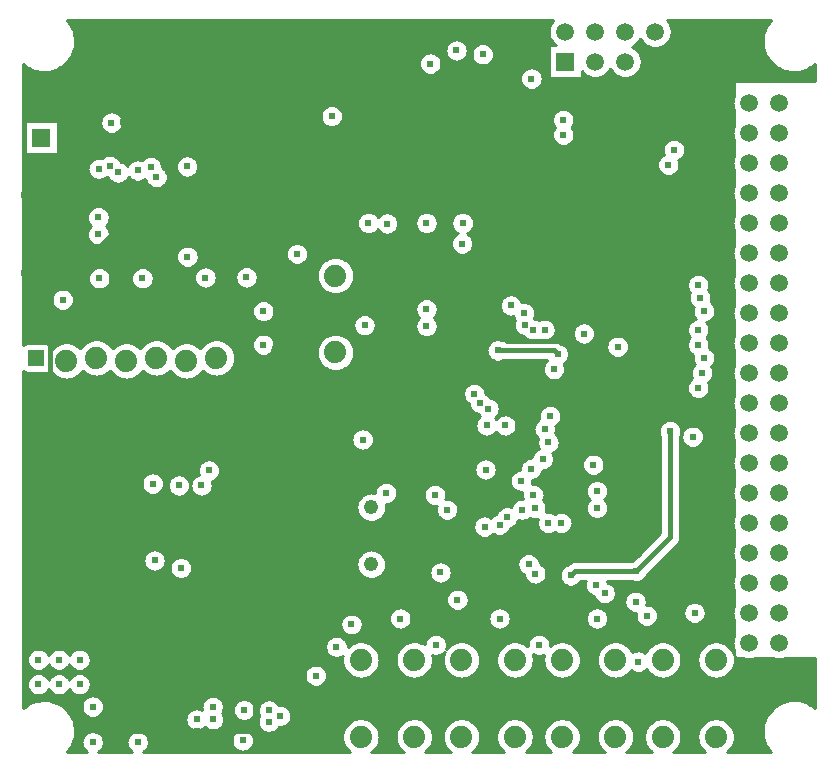
<source format=gbr>
%TF.GenerationSoftware,Novarm,DipTrace,3.2.0.1*%
%TF.CreationDate,2018-09-21T15:33:15-08:00*%
%FSLAX26Y26*%
%MOIN*%
%TF.FileFunction,Copper,L4,Bot*%
%TF.Part,Single*%
%AMOUTLINE1*
4,1,4,
0.026163,0.026163,
0.026205,-0.026121,
-0.026121,-0.026205,
-0.026163,0.026163,
0.026163,0.026163,
0*%
%TA.AperFunction,Conductor*%
%ADD17C,0.015748*%
%ADD18C,0.008*%
%TA.AperFunction,CopperBalancing*%
%ADD21C,0.01*%
%TA.AperFunction,ComponentPad*%
%ADD33R,0.059055X0.059055*%
%ADD34C,0.059055*%
%ADD38O,0.070866X0.043307*%
%ADD45C,0.074*%
%ADD62R,0.05937X0.05937*%
%ADD63C,0.05937*%
%ADD67C,0.048*%
%TA.AperFunction,ViaPad*%
%ADD68C,0.024*%
%TA.AperFunction,ComponentPad*%
%ADD147OUTLINE1*%
G75*
G01*
%LPD*%
X548502Y2275936D2*
D17*
Y2104592D1*
X556184Y2096910D1*
X668672D1*
X768662Y2196899D1*
X787683D1*
Y2193774D1*
X837404D1*
X1252987Y2240645D2*
X1287450D1*
X1352978D1*
X1287450Y2012201D2*
Y2240645D1*
Y1756201D2*
Y1835012D1*
Y2012201D1*
Y1756201D2*
Y1743915D1*
X1262360Y1718824D1*
X1160075D1*
X1168701Y1727450D1*
X756299Y2524949D2*
X787550D1*
Y2512351D1*
X931201Y2368700D1*
Y2243701D1*
Y2193774D1*
X886302D1*
X837404D1*
X1091242Y2709324D2*
X621771D1*
X484316Y2571870D1*
X1196826Y684326D2*
X1074879D1*
X1196826D2*
Y506201D1*
X1257591Y445436D1*
X1796824Y1214272D2*
Y1128407D1*
X1728075Y1059658D1*
X1315576Y887450D2*
X1583990D1*
X1696373Y999834D1*
X1728075Y1031536D1*
Y1059658D1*
X1315576Y887450D2*
X512450D1*
Y1787579D1*
X646799Y1921928D1*
X681171D1*
X824906D1*
X1331299Y846844D2*
Y818799D1*
X1196826Y684326D1*
X749696D2*
X1074879D1*
X1315576Y887450D2*
X1331299D1*
Y846844D1*
X1002314Y492840D2*
X1183465D1*
X1196826Y506201D1*
X787683Y2196899D2*
Y2250181D1*
X886302Y2193774D2*
Y2248801D1*
X887452Y2249950D1*
X887310Y2193774D2*
Y2143841D1*
X548502Y2275936D2*
X452936D1*
X448999Y2279873D1*
X458760D1*
X571807Y2392920D1*
Y2518740D1*
X518677Y2571870D1*
X484316D1*
X448999Y2020030D2*
X545377D1*
X548502Y2104592D1*
X787683Y2193774D2*
Y2143780D1*
X1831050Y1393858D2*
D18*
X1728075Y1290883D1*
D17*
Y1283021D1*
X1796824Y1214272D1*
X1062452Y2243701D2*
X931201D1*
X1156201D2*
X1062452D1*
X1156201D2*
X1249931D1*
X1252987Y2240645D1*
X819292Y1431201D2*
X718701D1*
X731071Y456457D2*
Y468861D1*
X755050Y492840D1*
X1002314D1*
X545377Y2020030D2*
X583068D1*
X681171Y1921928D1*
X1091242Y2709324D2*
X1440445D1*
X1531082Y2799961D1*
X1824801D1*
X1849798Y2824958D1*
X1912292D1*
X2062276D1*
X2093523Y2793711D1*
X2162265Y2724969D1*
Y2587483D1*
X1352978Y2240645D2*
X1421718D1*
X1524832Y2343759D1*
X1668567D1*
X1693565Y2318761D1*
X2003772Y2318550D2*
X2037067D1*
X2074774Y2356257D1*
X2003772Y2318550D2*
X1693565Y2318761D1*
X2074774Y2356257D2*
X2081024D1*
X2099772Y2375005D1*
X2287252D1*
X2293502Y2381255D1*
X2530977Y2724969D2*
Y2674974D1*
X2437236Y2581234D1*
X2168515D1*
X2162265Y2587483D1*
X2843701Y687450D2*
X2943701D1*
X2023294Y1029911D2*
X1968536Y975152D1*
X1721054D1*
X1696373Y999834D1*
X2023294Y1029911D2*
X2029544D1*
X2093523Y1093890D1*
X2243507D1*
X2312250Y1162633D1*
X2505979D1*
X2530977Y1187630D1*
X1257591Y445436D2*
Y443701D1*
X1268701D1*
X1368701Y543701D1*
X2693701D1*
X2843444Y693444D1*
Y687193D1*
X2843701Y687450D1*
X1939103Y1762570D2*
X1812302D1*
X1562328D1*
X1499835Y1825063D1*
X1297399D1*
X1287450Y1835012D1*
X1812302Y1712575D2*
Y1762570D1*
X2274753Y1750071D2*
X2231008Y1793816D1*
X2037278D1*
X2024780Y1806315D1*
X1982848D1*
X1939103Y1762570D1*
X2637215Y1525095D2*
Y1550092D1*
X2480982Y1706326D1*
X2318499D1*
X2274753Y1750071D1*
X819292Y1431201D2*
X981201D1*
X543701D2*
X718701D1*
X2468483Y1027147D2*
X2264255D1*
X2249756Y1012649D1*
X2580971Y1493848D2*
Y1139635D1*
X2468483Y1027147D1*
X2006032Y1762570D2*
X2193512D1*
X2206011Y1750071D1*
D68*
X1281108Y543948D3*
X1399845Y678309D3*
X2174950Y1456201D3*
X2680961Y1937551D3*
X2162452Y1499952D3*
X2674711Y1981297D3*
X2502855Y878288D3*
X2337247Y1293869D3*
X2687210Y1687578D3*
X2337247Y1237625D3*
X2674711Y1637583D3*
X970858Y2375912D3*
X971765Y2075037D3*
X712452Y2378164D3*
X674921Y2149952D3*
Y2206273D3*
X740540Y2356257D3*
X1562452Y1846936D3*
X548502Y2275936D3*
X837404Y2193774D3*
X1252987Y2240645D3*
X1352978D3*
X756299Y2524949D3*
X1091242Y2709324D3*
X1196826Y684326D3*
X1074879D3*
X1257591Y445436D3*
X1196826Y684326D3*
X1257591Y445436D3*
X1796824Y1214272D3*
X1728075Y1059658D3*
X1315576Y887450D3*
X1257591Y445436D3*
X681171Y1921928D3*
X1315576Y887450D3*
X824906Y1921928D3*
X1331299Y846844D3*
X1196826Y684326D3*
X749696D3*
X1331299Y846844D3*
X1002314Y492840D3*
X787683Y2250181D3*
X887452Y2249950D3*
X887310Y2143841D3*
X548502Y2275936D3*
X545377Y2020030D3*
X787683Y2143780D3*
X1831050Y1393858D3*
X1728075Y1290883D3*
X1796824Y1214272D3*
X1062452Y2243701D3*
X1156201D3*
X1062452D3*
X1156201D3*
X1252987Y2240645D3*
X819292Y1431201D3*
X718701D3*
X731071Y456457D3*
X1002314Y492840D3*
X1531082Y2799961D3*
X1091242Y2709324D3*
X1912292Y2824958D3*
X2093523Y2793711D3*
X2162265Y2587483D3*
X1524832Y2343759D3*
X1693565Y2318761D3*
X2003772Y2318550D3*
X2074774Y2356257D3*
X2003772Y2318550D3*
X2293502Y2381255D3*
X2023294Y1029911D3*
X2530977Y1187630D3*
X2023294Y1029911D3*
X1939103Y1762570D3*
X1812302Y1712575D3*
X2274753Y1750071D3*
X1939103Y1762570D3*
X2637215Y1525095D3*
X2274753Y1750071D3*
X981201Y1431201D3*
X819292D3*
X543701D3*
X1956201Y2749950D3*
X2097213Y1847213D3*
X2224759Y2481244D3*
X2156201Y1399952D3*
X1043701Y1362452D3*
X2574722Y2381255D3*
X1781201Y2718701D3*
X2093701Y1887452D3*
X656173Y575194D3*
X612428Y731428D3*
X1156121Y462706D3*
X543685Y650187D3*
X1243612Y525200D3*
X474942Y650187D3*
X1057432Y532605D3*
X612428Y650187D3*
X949950Y1037452D3*
X474952Y731201D3*
X943701Y1312452D3*
X2131019Y1018898D3*
X2162265Y1831313D3*
X1887453Y2118701D3*
X806201Y2362452D3*
X1031777Y2005626D3*
X1768701Y1843701D3*
X849903Y2375005D3*
X1168620Y2006282D3*
X1768557Y1900055D3*
X2131019Y1237625D3*
X2674711Y1781318D3*
X2324748Y1381360D3*
X2693460Y1737572D3*
X1634196Y1287620D3*
X1556079Y1465726D3*
X868701Y2340576D3*
X1224864Y1893788D3*
Y1781318D3*
X1518583Y850166D3*
X2465576Y924952D3*
X2193512Y1700076D3*
X2405990Y1775068D3*
X1018701Y1312450D3*
X2118701Y1368701D3*
X2593470Y2431250D3*
X1868546Y2762465D3*
X2050197Y1912452D3*
X2084149Y1328240D3*
X2693806Y1893806D3*
X2362450Y953076D3*
X1243612Y562696D3*
X2362450Y953076D3*
X1871826Y931201D3*
X806158Y456457D3*
X1002314Y532604D3*
X1243612Y562696D3*
X2124769Y1281370D3*
X2674711Y1831313D3*
X2334326Y981201D3*
X1160723Y564173D3*
X1815427Y1022534D3*
X2334326Y981201D3*
X1056131Y575194D3*
X1160723Y564173D3*
X656173Y456457D3*
X1056131Y575194D3*
X1962286Y1175131D3*
X1468588Y775173D3*
X1799803Y781423D3*
X2012281Y1181381D3*
X2181013Y1543843D3*
X2143517Y781423D3*
X2087273Y1231376D3*
X2474732Y725420D3*
X2031029Y1512596D3*
X556184Y1931302D3*
X1946826Y1587452D3*
X1928076Y1618701D3*
X1974950Y1568700D3*
X1968847Y1512596D3*
X1837299Y1231376D3*
X1453076Y2543701D3*
X2468483Y1027147D3*
X2249756Y1012649D3*
X2580971Y1493848D3*
X2468483Y1027147D3*
X2006032Y1762570D3*
X2206011Y1750071D3*
X676013Y2368756D3*
X821781Y2003170D3*
X678046D3*
X718667Y2521865D3*
X2293502Y1818814D3*
X2224759Y2531239D3*
D3*
X1681066Y868914D3*
X2037278Y1206378D3*
X2012450Y868914D3*
X2174764Y1187630D3*
X2218509D3*
X2337247Y868914D3*
X2655963Y1475100D3*
X2662213Y887662D3*
X862450Y1062452D3*
X543701Y731201D3*
X856201Y1318701D3*
X2109252Y1050145D3*
X1796824Y1281201D3*
X1965551Y1365600D3*
X1337352Y2084411D3*
X1637450Y2185630D3*
X1574960Y2187452D3*
X2124769Y1831313D3*
X1637450Y2185630D3*
X1889274Y2187452D3*
X1768710D3*
X2118520Y2668725D3*
X1889274Y2187452D3*
X578890Y2854007D2*
D21*
X2183160D1*
X2578793D2*
X2908512D1*
X585141Y2844138D2*
X2178336D1*
X2583617D2*
X2902261D1*
X589984Y2834269D2*
X2175680D1*
X2586273D2*
X2897418D1*
X593597Y2824400D2*
X2174898D1*
X2587054D2*
X2893805D1*
X596137Y2814532D2*
X2175894D1*
X2586058D2*
X2891265D1*
X597680Y2804663D2*
X2178765D1*
X2583188D2*
X2889722D1*
X598246Y2794794D2*
X1848746D1*
X1888344D2*
X2183882D1*
X2478070D2*
X2483882D1*
X2578070D2*
X2889156D1*
X597894Y2784925D2*
X1837633D1*
X1899457D2*
X1941949D1*
X1970453D2*
X2192145D1*
X2469809D2*
X2492145D1*
X2569809D2*
X2889508D1*
X596566Y2775057D2*
X1832320D1*
X1904769D2*
X1927477D1*
X1984925D2*
X2174898D1*
X2455277D2*
X2506676D1*
X2555277D2*
X2890836D1*
X594261Y2765188D2*
X1830250D1*
X1906840D2*
X1921050D1*
X1991352D2*
X2174898D1*
X2469613D2*
X2893141D1*
X590882Y2755319D2*
X1772593D1*
X1789809D2*
X1830836D1*
X1906253D2*
X1918180D1*
X1994222D2*
X2174898D1*
X2477953D2*
X2896520D1*
X586332Y2745450D2*
X1754058D1*
X1808344D2*
X1834234D1*
X1902856D2*
X1918082D1*
X1994320D2*
X2174898D1*
X2483109D2*
X2901070D1*
X580414Y2735582D2*
X1746832D1*
X1815570D2*
X1841538D1*
X1895550D2*
X1920680D1*
X1991722D2*
X2174898D1*
X2486038D2*
X2906988D1*
X572816Y2725713D2*
X1743473D1*
X1818929D2*
X1860621D1*
X1876469D2*
X1926714D1*
X1985688D2*
X2174898D1*
X2487054D2*
X2914586D1*
X562973Y2715844D2*
X1742906D1*
X1819496D2*
X1939860D1*
X1972542D2*
X2174898D1*
X2486293D2*
X2924429D1*
X424710Y2705975D2*
X437672D1*
X549730D2*
X1745034D1*
X1817368D2*
X2114176D1*
X2122853D2*
X2174898D1*
X2483676D2*
X2937672D1*
X3049730D2*
X3062516D1*
X424710Y2696107D2*
X458062D1*
X529340D2*
X1750406D1*
X1811996D2*
X2092046D1*
X2145004D2*
X2174898D1*
X2478890D2*
X2958062D1*
X3029340D2*
X3062496D1*
X424710Y2686238D2*
X1761637D1*
X1800765D2*
X2084469D1*
X2152562D2*
X2174898D1*
X2371156D2*
X2390816D1*
X2471156D2*
X3062477D1*
X424710Y2676369D2*
X2080914D1*
X2156137D2*
X2174898D1*
X2287054D2*
X2304038D1*
X2357914D2*
X2404038D1*
X2457914D2*
X3062457D1*
X424710Y2666500D2*
X2080192D1*
X2156860D2*
X3062437D1*
X424710Y2656631D2*
X2082125D1*
X2154906D2*
X2793706D1*
X424710Y2646763D2*
X2087242D1*
X2149789D2*
X2793706D1*
X424710Y2636894D2*
X2097886D1*
X2139164D2*
X2793706D1*
X424710Y2627025D2*
X2793706D1*
X424710Y2617156D2*
X2793706D1*
X424710Y2607288D2*
X2791481D1*
X424710Y2597419D2*
X2788688D1*
X424710Y2587550D2*
X2787769D1*
X424710Y2577681D2*
X1436461D1*
X1469692D2*
X2788649D1*
X424710Y2567813D2*
X1423492D1*
X1482660D2*
X2215933D1*
X2233578D2*
X2791402D1*
X424710Y2557944D2*
X707809D1*
X729516D2*
X1417496D1*
X1488656D2*
X2197574D1*
X2251937D2*
X2793706D1*
X424710Y2548075D2*
X690992D1*
X746352D2*
X1414937D1*
X1491214D2*
X2190368D1*
X2259164D2*
X2793706D1*
X424710Y2538206D2*
X684020D1*
X753305D2*
X1415074D1*
X1491078D2*
X2187008D1*
X2262504D2*
X2793706D1*
X424710Y2528337D2*
X680836D1*
X756508D2*
X1417984D1*
X1488168D2*
X2186481D1*
X2263050D2*
X2793706D1*
X540238Y2518469D2*
X680425D1*
X756918D2*
X1424469D1*
X1481684D2*
X2188609D1*
X2260902D2*
X2793706D1*
X540238Y2508600D2*
X682692D1*
X754633D2*
X1439176D1*
X1466996D2*
X2193981D1*
X2255532D2*
X2792008D1*
X540238Y2498731D2*
X688277D1*
X749046D2*
X2190700D1*
X2258813D2*
X2788941D1*
X540238Y2488862D2*
X700074D1*
X737269D2*
X2187145D1*
X2262368D2*
X2787789D1*
X540238Y2478994D2*
X2186421D1*
X2263089D2*
X2788433D1*
X540238Y2469125D2*
X2188374D1*
X2261137D2*
X2790914D1*
X540238Y2459256D2*
X2193512D1*
X2256020D2*
X2567692D1*
X2619261D2*
X2793706D1*
X540238Y2449387D2*
X2204156D1*
X2245356D2*
X2559761D1*
X2627172D2*
X2793706D1*
X540238Y2439519D2*
X2555992D1*
X2630941D2*
X2793706D1*
X540238Y2429650D2*
X2555113D1*
X2631840D2*
X2793706D1*
X540238Y2419781D2*
X2556870D1*
X2630062D2*
X2793706D1*
X424710Y2409912D2*
X691676D1*
X733226D2*
X835484D1*
X864320D2*
X954273D1*
X987445D2*
X2549684D1*
X2625180D2*
X2792574D1*
X424710Y2400044D2*
X654528D1*
X743793D2*
X821129D1*
X878696D2*
X941285D1*
X1000433D2*
X2541382D1*
X2615082D2*
X2789234D1*
X424710Y2390175D2*
X644352D1*
X757309D2*
X780093D1*
X885082D2*
X935289D1*
X1006429D2*
X2537398D1*
X2612034D2*
X2787848D1*
X424710Y2380306D2*
X639449D1*
X887933D2*
X932710D1*
X1009008D2*
X2536344D1*
X2613109D2*
X2788238D1*
X424710Y2370437D2*
X637652D1*
X892210D2*
X932868D1*
X1008852D2*
X2537925D1*
X2611528D2*
X2790484D1*
X424710Y2360568D2*
X638512D1*
X901313D2*
X935757D1*
X1005961D2*
X2542554D1*
X2606878D2*
X2793706D1*
X424710Y2350700D2*
X642261D1*
X905706D2*
X942242D1*
X999477D2*
X2552164D1*
X2597289D2*
X2793706D1*
X424710Y2340831D2*
X650133D1*
X907093D2*
X956890D1*
X984828D2*
X2793706D1*
X424710Y2330962D2*
X711988D1*
X769086D2*
X785016D1*
X905844D2*
X2793706D1*
X424710Y2321093D2*
X726793D1*
X754281D2*
X835777D1*
X901625D2*
X2793706D1*
X424710Y2311225D2*
X844528D1*
X892874D2*
X2793180D1*
X424710Y2301356D2*
X2789566D1*
X424710Y2291487D2*
X2787925D1*
X424710Y2281618D2*
X2788082D1*
X424710Y2271750D2*
X2790074D1*
X424710Y2261881D2*
X2793706D1*
X424710Y2252012D2*
X2793706D1*
X424710Y2242143D2*
X663336D1*
X686508D2*
X2793706D1*
X424710Y2232274D2*
X647046D1*
X702797D2*
X2793706D1*
X424710Y2222406D2*
X640172D1*
X709672D2*
X1560660D1*
X1589261D2*
X1629645D1*
X1645257D2*
X1754410D1*
X1783012D2*
X1874977D1*
X1903578D2*
X2793706D1*
X424710Y2212537D2*
X637046D1*
X712797D2*
X1546226D1*
X1603696D2*
X1610465D1*
X1664418D2*
X1739977D1*
X1797445D2*
X1860542D1*
X1918012D2*
X2793706D1*
X424710Y2202668D2*
X636696D1*
X713149D2*
X1539801D1*
X1671742D2*
X1733550D1*
X1803870D2*
X1854117D1*
X1924437D2*
X2789918D1*
X424710Y2192799D2*
X639038D1*
X710805D2*
X1536949D1*
X1675160D2*
X1730700D1*
X1806722D2*
X1851265D1*
X1927289D2*
X2788042D1*
X424710Y2182931D2*
X644702D1*
X705141D2*
X1536832D1*
X1675746D2*
X1730582D1*
X1806840D2*
X1851149D1*
X1927406D2*
X2787965D1*
X424710Y2173062D2*
X644508D1*
X705336D2*
X1539429D1*
X1673676D2*
X1733180D1*
X1804222D2*
X1853746D1*
X1924789D2*
X2789684D1*
X424710Y2163193D2*
X638941D1*
X710902D2*
X1545504D1*
X1668364D2*
X1739253D1*
X1798168D2*
X1859801D1*
X1918734D2*
X2793414D1*
X424710Y2153324D2*
X636676D1*
X713168D2*
X1558668D1*
X1591253D2*
X1617613D1*
X1657289D2*
X1752418D1*
X1785004D2*
X1872320D1*
X1905570D2*
X2793706D1*
X424710Y2143456D2*
X637086D1*
X712757D2*
X1858414D1*
X1916488D2*
X2793706D1*
X424710Y2133587D2*
X640289D1*
X709554D2*
X1852145D1*
X1922757D2*
X2793706D1*
X424710Y2123718D2*
X647261D1*
X702582D2*
X1849390D1*
X1925512D2*
X2793706D1*
X424710Y2113849D2*
X664156D1*
X685688D2*
X1313277D1*
X1361429D2*
X1849370D1*
X1925532D2*
X2793706D1*
X424710Y2103981D2*
X947086D1*
X996449D2*
X1304488D1*
X1370218D2*
X1852066D1*
X1922836D2*
X2790328D1*
X424710Y2094112D2*
X938589D1*
X1004925D2*
X1300230D1*
X1374477D2*
X1858277D1*
X1916625D2*
X2788180D1*
X424710Y2084243D2*
X934508D1*
X1009008D2*
X1298961D1*
X1375746D2*
X1871910D1*
X1902992D2*
X2787868D1*
X424710Y2074374D2*
X933374D1*
X1010160D2*
X1300328D1*
X1374378D2*
X1459137D1*
X1471761D2*
X2789352D1*
X424710Y2064505D2*
X934878D1*
X1008656D2*
X1304684D1*
X1370024D2*
X1430425D1*
X1500473D2*
X2792789D1*
X424710Y2054637D2*
X939410D1*
X1004105D2*
X1313726D1*
X1360981D2*
X1418706D1*
X1512192D2*
X2793706D1*
X424710Y2044768D2*
X948805D1*
X994730D2*
X1411226D1*
X1519672D2*
X2793706D1*
X424710Y2034899D2*
X657242D1*
X698852D2*
X800992D1*
X842582D2*
X1007496D1*
X1056058D2*
X1143532D1*
X1193696D2*
X1406324D1*
X1524574D2*
X2793706D1*
X424710Y2025030D2*
X646696D1*
X709398D2*
X790425D1*
X853129D2*
X998805D1*
X1064750D2*
X1135250D1*
X1201977D2*
X1403374D1*
X1527524D2*
X2793706D1*
X424710Y2015162D2*
X641617D1*
X714477D2*
X785348D1*
X858206D2*
X994605D1*
X1068949D2*
X1131285D1*
X1205941D2*
X1402125D1*
X1528773D2*
X2657848D1*
X2691586D2*
X2793706D1*
X424710Y2005293D2*
X639702D1*
X716390D2*
X783433D1*
X860121D2*
X993374D1*
X1070180D2*
X1130230D1*
X1207016D2*
X1402437D1*
X1528461D2*
X2645016D1*
X2704398D2*
X2790757D1*
X424710Y1995424D2*
X640465D1*
X715629D2*
X784196D1*
X859378D2*
X994801D1*
X1068753D2*
X1131832D1*
X1205414D2*
X1404352D1*
X1526546D2*
X2639078D1*
X2710336D2*
X2788356D1*
X424710Y1985555D2*
X644058D1*
X712034D2*
X787789D1*
X855765D2*
X999214D1*
X1064340D2*
X1136481D1*
X1200746D2*
X1408024D1*
X1522874D2*
X2636558D1*
X2712874D2*
X2787809D1*
X424710Y1975687D2*
X651676D1*
X704418D2*
X795406D1*
X848149D2*
X1008356D1*
X1055200D2*
X1146109D1*
X1191137D2*
X1413844D1*
X1517054D2*
X2636734D1*
X2712680D2*
X2789038D1*
X424710Y1965818D2*
X540777D1*
X571586D2*
X675152D1*
X680941D2*
X1422710D1*
X1508188D2*
X2639664D1*
X2709750D2*
X2792202D1*
X424710Y1955949D2*
X527046D1*
X585316D2*
X1437437D1*
X1493461D2*
X2646206D1*
X2714516D2*
X2793706D1*
X424710Y1946080D2*
X520836D1*
X591546D2*
X2032828D1*
X2067562D2*
X2643550D1*
X2718382D2*
X2793706D1*
X424710Y1936211D2*
X518101D1*
X594261D2*
X1757984D1*
X1779125D2*
X2020309D1*
X2080082D2*
X2642593D1*
X2719340D2*
X2793706D1*
X424710Y1926343D2*
X518121D1*
X594261D2*
X1205445D1*
X1244281D2*
X1740953D1*
X1796156D2*
X2014469D1*
X2085921D2*
X2644273D1*
X2717641D2*
X2793706D1*
X424710Y1916474D2*
X520856D1*
X591528D2*
X1194137D1*
X1255589D2*
X1733961D1*
X1803168D2*
X2012008D1*
X2118285D2*
X2649058D1*
X2724554D2*
X2793706D1*
X424710Y1906605D2*
X527105D1*
X585277D2*
X1188726D1*
X1261000D2*
X1730738D1*
X1806370D2*
X2012261D1*
X2126820D2*
X2657672D1*
X2729945D2*
X2791226D1*
X424710Y1896736D2*
X540894D1*
X571469D2*
X1186578D1*
X1263149D2*
X1730309D1*
X1806801D2*
X2015250D1*
X2130921D2*
X2655524D1*
X2732093D2*
X2788570D1*
X424710Y1886868D2*
X1187105D1*
X1262621D2*
X1732554D1*
X1804554D2*
X2021910D1*
X2132093D2*
X2656050D1*
X2731566D2*
X2787769D1*
X424710Y1876999D2*
X1190445D1*
X1259281D2*
X1539196D1*
X1585706D2*
X1738101D1*
X1799008D2*
X2037281D1*
X2130609D2*
X2659390D1*
X2728226D2*
X2788785D1*
X424710Y1867130D2*
X1197633D1*
X1252093D2*
X1529977D1*
X1594925D2*
X1738550D1*
X1798852D2*
X2061305D1*
X2136528D2*
X2150504D1*
X2174028D2*
X2662945D1*
X2721020D2*
X2791676D1*
X424710Y1857261D2*
X1215836D1*
X1233910D2*
X1525504D1*
X1599398D2*
X1732848D1*
X1804554D2*
X2060192D1*
X2190200D2*
X2646773D1*
X2702757D2*
X2793706D1*
X424710Y1847393D2*
X1524058D1*
X1600844D2*
X1730484D1*
X1806918D2*
X2058805D1*
X2197034D2*
X2268374D1*
X2318617D2*
X2639937D1*
X2709477D2*
X2793706D1*
X424710Y1837524D2*
X1525250D1*
X1599652D2*
X1730816D1*
X1806586D2*
X2060093D1*
X2200141D2*
X2260113D1*
X2326878D2*
X2636832D1*
X2712601D2*
X2793706D1*
X424710Y1827655D2*
X1529410D1*
X1595492D2*
X1733921D1*
X1803481D2*
X2064332D1*
X2200492D2*
X2256168D1*
X2330844D2*
X2636500D1*
X2712933D2*
X2793706D1*
X424710Y1817786D2*
X1215562D1*
X1234164D2*
X1454390D1*
X1476508D2*
X1538024D1*
X1586878D2*
X1740738D1*
X1796664D2*
X2073121D1*
X2198129D2*
X2255113D1*
X2331878D2*
X2638844D1*
X2710570D2*
X2793706D1*
X424710Y1807918D2*
X1197574D1*
X1252152D2*
X1429528D1*
X1501370D2*
X1756832D1*
X1780570D2*
X2094586D1*
X2192445D2*
X2256714D1*
X2330277D2*
X2387105D1*
X2424868D2*
X2644528D1*
X2704886D2*
X2791734D1*
X424710Y1798049D2*
X652809D1*
X684593D2*
X852809D1*
X884593D2*
X1052809D1*
X1084593D2*
X1190406D1*
X1259320D2*
X1418160D1*
X1512738D2*
X1993200D1*
X2018870D2*
X2106676D1*
X2180356D2*
X2261402D1*
X2325609D2*
X2375484D1*
X2436488D2*
X2640269D1*
X2709164D2*
X2788805D1*
X424710Y1788180D2*
X435093D1*
X502309D2*
X553356D1*
X584046D2*
X631364D1*
X706038D2*
X753356D1*
X784046D2*
X831364D1*
X906038D2*
X953356D1*
X984046D2*
X1031364D1*
X1106038D2*
X1187105D1*
X1262621D2*
X1410874D1*
X1520024D2*
X1977769D1*
X2215746D2*
X2271050D1*
X2315961D2*
X2369957D1*
X2442016D2*
X2636949D1*
X2712484D2*
X2787769D1*
X516586Y1778311D2*
X531558D1*
X605844D2*
X620542D1*
X716860D2*
X731558D1*
X805844D2*
X820542D1*
X916860D2*
X931558D1*
X1005844D2*
X1020542D1*
X1116860D2*
X1186578D1*
X1263149D2*
X1406089D1*
X1524809D2*
X1971109D1*
X2231528D2*
X2367730D1*
X2444242D2*
X2636441D1*
X2712992D2*
X2788532D1*
X1123852Y1768442D2*
X1188746D1*
X1260981D2*
X1403257D1*
X1527641D2*
X1968101D1*
X2239593D2*
X2368180D1*
X2443793D2*
X2638589D1*
X2715570D2*
X2791168D1*
X1128421Y1758574D2*
X1194176D1*
X1255550D2*
X1402086D1*
X1528813D2*
X1967848D1*
X2243421D2*
X2371421D1*
X2440550D2*
X2644020D1*
X2725414D2*
X2793706D1*
X1131078Y1748705D2*
X1205562D1*
X1244164D2*
X1402496D1*
X1528402D2*
X1970289D1*
X2244378D2*
X2378453D1*
X2433520D2*
X2655406D1*
X2730160D2*
X2793706D1*
X1132093Y1738836D2*
X1404508D1*
X1526390D2*
X1976129D1*
X2242680D2*
X2395718D1*
X2416253D2*
X2655074D1*
X2731840D2*
X2793706D1*
X1131528Y1728967D2*
X1408316D1*
X1522601D2*
X1988609D1*
X2023461D2*
X2168765D1*
X2237894D2*
X2656070D1*
X2730864D2*
X2793706D1*
X1129340Y1719099D2*
X1414273D1*
X1516625D2*
X2160309D1*
X2227973D2*
X2659937D1*
X2726977D2*
X2793706D1*
X1125356Y1709230D2*
X1423374D1*
X1507524D2*
X2156246D1*
X2230765D2*
X2655718D1*
X2718870D2*
X2792281D1*
X1119125Y1699361D2*
X1438706D1*
X1492192D2*
X2155113D1*
X2231898D2*
X2650718D1*
X2723714D2*
X2789078D1*
X508870Y1689492D2*
X518180D1*
X619222D2*
X627769D1*
X709633D2*
X718180D1*
X819222D2*
X827769D1*
X909633D2*
X918180D1*
X1019222D2*
X1027769D1*
X1109633D2*
X2156637D1*
X2230374D2*
X2648864D1*
X2725570D2*
X2787809D1*
X424710Y1679624D2*
X527613D1*
X609789D2*
X644253D1*
X693149D2*
X727613D1*
X809789D2*
X844253D1*
X893149D2*
X927613D1*
X1009789D2*
X1044253D1*
X1093149D2*
X2161206D1*
X2225824D2*
X2649664D1*
X2724750D2*
X2788336D1*
X424710Y1669755D2*
X543941D1*
X593461D2*
X743941D1*
X793461D2*
X943941D1*
X993461D2*
X2170621D1*
X2216410D2*
X2653336D1*
X2721097D2*
X2790700D1*
X424710Y1659886D2*
X2643688D1*
X2713344D2*
X2793706D1*
X424710Y1650017D2*
X1906637D1*
X1949516D2*
X2638433D1*
X2710981D2*
X2793706D1*
X424710Y1640149D2*
X1896441D1*
X1959710D2*
X2636402D1*
X2713032D2*
X2793706D1*
X424710Y1630280D2*
X1891520D1*
X1964633D2*
X2637028D1*
X2712386D2*
X2793706D1*
X424710Y1620411D2*
X1889722D1*
X1966429D2*
X2640484D1*
X2708929D2*
X2793706D1*
X424710Y1610542D2*
X1890582D1*
X1977250D2*
X2647868D1*
X2701546D2*
X2792868D1*
X424710Y1600673D2*
X1894313D1*
X1995356D2*
X2667672D1*
X2681742D2*
X2789390D1*
X424710Y1590805D2*
X1902164D1*
X2006117D2*
X2787868D1*
X424710Y1580936D2*
X1909000D1*
X2011293D2*
X2175230D1*
X2186801D2*
X2788160D1*
X424710Y1571067D2*
X1912202D1*
X2013285D2*
X2154370D1*
X2207660D2*
X2790269D1*
X424710Y1561198D2*
X1919196D1*
X2012582D2*
X2146890D1*
X2215141D2*
X2793706D1*
X424710Y1551330D2*
X1936129D1*
X2009066D2*
X2143374D1*
X2218656D2*
X2793706D1*
X424710Y1541461D2*
X1944058D1*
X2055805D2*
X2142692D1*
X2219340D2*
X2793706D1*
X424710Y1531592D2*
X1935621D1*
X2064242D2*
X2141520D1*
X2217348D2*
X2793706D1*
X424710Y1521723D2*
X1931578D1*
X2068305D2*
X2131050D1*
X2212172D2*
X2555034D1*
X2606898D2*
X2793706D1*
X424710Y1511855D2*
X1930445D1*
X2069418D2*
X2125992D1*
X2201390D2*
X2547184D1*
X2614750D2*
X2648042D1*
X2663890D2*
X2793492D1*
X424710Y1501986D2*
X1545914D1*
X1566234D2*
X1931988D1*
X2067894D2*
X2124097D1*
X2200805D2*
X2543473D1*
X2618481D2*
X2628961D1*
X2682953D2*
X2789722D1*
X424710Y1492117D2*
X1528570D1*
X1583578D2*
X1936558D1*
X2063324D2*
X2124878D1*
X2200024D2*
X2542613D1*
X2690277D2*
X2787965D1*
X424710Y1482248D2*
X1521520D1*
X1590629D2*
X1945992D1*
X1991702D2*
X2008180D1*
X2053890D2*
X2128512D1*
X2202797D2*
X2544410D1*
X2693676D2*
X2788024D1*
X424710Y1472379D2*
X1518277D1*
X1593890D2*
X2136188D1*
X2209672D2*
X2546696D1*
X2694261D2*
X2789878D1*
X424710Y1462511D2*
X1517809D1*
X1594340D2*
X2137086D1*
X2212816D2*
X2546696D1*
X2692172D2*
X2793706D1*
X424710Y1452642D2*
X1520034D1*
X1592113D2*
X2136714D1*
X2213188D2*
X2546696D1*
X2615238D2*
X2625054D1*
X2686878D2*
X2793706D1*
X424710Y1442773D2*
X1525542D1*
X1586605D2*
X2139038D1*
X2210864D2*
X2546696D1*
X2615238D2*
X2636149D1*
X2675765D2*
X2793706D1*
X424710Y1432904D2*
X1537145D1*
X1575004D2*
X2137516D1*
X2205200D2*
X2546696D1*
X2615238D2*
X2793706D1*
X424710Y1423036D2*
X2125777D1*
X2193246D2*
X2546696D1*
X2615238D2*
X2793706D1*
X424710Y1413167D2*
X2120210D1*
X2192192D2*
X2304078D1*
X2345414D2*
X2546696D1*
X2615238D2*
X2793706D1*
X424710Y1403298D2*
X2103492D1*
X2194457D2*
X2293453D1*
X2356038D2*
X2546696D1*
X2615238D2*
X2790113D1*
X424710Y1393429D2*
X1021753D1*
X1065649D2*
X1939566D1*
X1991546D2*
X2089645D1*
X2194028D2*
X2288356D1*
X2361156D2*
X2546696D1*
X2615238D2*
X2788101D1*
X424710Y1383561D2*
X1011832D1*
X1075570D2*
X1931753D1*
X1999360D2*
X2083374D1*
X2190824D2*
X2286421D1*
X2363089D2*
X2546696D1*
X2615238D2*
X2787906D1*
X424710Y1373692D2*
X1007028D1*
X1080374D2*
X1928042D1*
X2003070D2*
X2080641D1*
X2183832D2*
X2287145D1*
X2362348D2*
X2546696D1*
X2615238D2*
X2789528D1*
X424710Y1363823D2*
X1005328D1*
X1082074D2*
X1927202D1*
X2003910D2*
X2071637D1*
X2166878D2*
X2290718D1*
X2358773D2*
X2546696D1*
X2615238D2*
X2793121D1*
X424710Y1353954D2*
X842710D1*
X869692D2*
X1006285D1*
X1081117D2*
X1929020D1*
X2002093D2*
X2055992D1*
X2154066D2*
X2298297D1*
X2351196D2*
X2546696D1*
X2615238D2*
X2793706D1*
X424710Y1344086D2*
X827730D1*
X884672D2*
X922750D1*
X964652D2*
X997750D1*
X1077289D2*
X1933961D1*
X1997152D2*
X2049273D1*
X2147856D2*
X2320680D1*
X2328810D2*
X2546696D1*
X2615238D2*
X2793706D1*
X424710Y1334217D2*
X821168D1*
X891234D2*
X912281D1*
X975121D2*
X987281D1*
X1069222D2*
X1944214D1*
X1986898D2*
X2046226D1*
X2134184D2*
X2546696D1*
X2615238D2*
X2793706D1*
X424710Y1324348D2*
X818238D1*
X894164D2*
X907242D1*
X1055160D2*
X1626149D1*
X1642250D2*
X2045953D1*
X2122348D2*
X2314566D1*
X2359925D2*
X2546696D1*
X2615238D2*
X2793706D1*
X424710Y1314479D2*
X818042D1*
X894360D2*
X905348D1*
X1057054D2*
X1607164D1*
X1661214D2*
X1778765D1*
X1814886D2*
X2048374D1*
X2143168D2*
X2305034D1*
X2369457D2*
X2546696D1*
X2615238D2*
X2793706D1*
X424710Y1304610D2*
X820562D1*
X891840D2*
X906129D1*
X1056273D2*
X1599878D1*
X1668520D2*
X1766656D1*
X1826996D2*
X2054156D1*
X2155062D2*
X2300425D1*
X2374066D2*
X2546696D1*
X2615238D2*
X2790524D1*
X424710Y1294742D2*
X826481D1*
X885921D2*
X909761D1*
X977641D2*
X984761D1*
X1052641D2*
X1596481D1*
X1671918D2*
X1760953D1*
X1832680D2*
X2066520D1*
X2160706D2*
X2298864D1*
X2375629D2*
X2546696D1*
X2615238D2*
X2788257D1*
X424710Y1284873D2*
X839253D1*
X873149D2*
X917437D1*
X969965D2*
X992437D1*
X1044965D2*
X1562769D1*
X1672504D2*
X1758609D1*
X1835042D2*
X2086538D1*
X2163012D2*
X2299937D1*
X2374554D2*
X2546696D1*
X2615238D2*
X2787828D1*
X424710Y1275004D2*
X1548512D1*
X1670394D2*
X1758941D1*
X1834710D2*
X2086910D1*
X2162621D2*
X2303961D1*
X2370532D2*
X2546696D1*
X2615238D2*
X2789196D1*
X424710Y1265135D2*
X1540816D1*
X1665082D2*
X1762046D1*
X1854398D2*
X2070172D1*
X2159457D2*
X2310914D1*
X2363578D2*
X2546696D1*
X2615238D2*
X2792516D1*
X424710Y1255267D2*
X1536364D1*
X1653949D2*
X1768882D1*
X1867074D2*
X2057496D1*
X2165004D2*
X2303277D1*
X2371234D2*
X2546696D1*
X2615238D2*
X2793706D1*
X424710Y1245398D2*
X1534234D1*
X1634418D2*
X1785016D1*
X1872973D2*
X2051597D1*
X2168597D2*
X2299664D1*
X2374828D2*
X2546696D1*
X2615238D2*
X2793706D1*
X424710Y1235529D2*
X1534117D1*
X1634534D2*
X1799137D1*
X1875473D2*
X2012848D1*
X2169360D2*
X2298902D1*
X2375589D2*
X2546696D1*
X2615238D2*
X2793706D1*
X424710Y1225660D2*
X1536032D1*
X1632621D2*
X1799332D1*
X1875257D2*
X2004234D1*
X2167445D2*
X2300816D1*
X2373676D2*
X2546696D1*
X2615238D2*
X2793706D1*
X424710Y1215792D2*
X1540230D1*
X1628421D2*
X1802301D1*
X1872289D2*
X1996637D1*
X2244125D2*
X2305874D1*
X2368617D2*
X2546696D1*
X2615238D2*
X2793706D1*
X424710Y1205923D2*
X1547516D1*
X1621137D2*
X1808902D1*
X1865706D2*
X1940054D1*
X2252133D2*
X2316402D1*
X2358089D2*
X2546696D1*
X2615238D2*
X2790973D1*
X424710Y1196054D2*
X1560680D1*
X1607973D2*
X1824000D1*
X1850589D2*
X1930289D1*
X2100570D2*
X2137320D1*
X2255941D2*
X2546696D1*
X2615238D2*
X2788453D1*
X424710Y1186185D2*
X1925562D1*
X2069750D2*
X2136382D1*
X2256878D2*
X2546696D1*
X2615238D2*
X2787789D1*
X424710Y1176316D2*
X1923902D1*
X2060532D2*
X2138121D1*
X2255160D2*
X2546696D1*
X2615238D2*
X2788921D1*
X424710Y1166448D2*
X1924918D1*
X2047562D2*
X2142945D1*
X2250336D2*
X2546696D1*
X2615238D2*
X2791949D1*
X424710Y1156579D2*
X1928805D1*
X2041273D2*
X2152925D1*
X2240356D2*
X2546696D1*
X2615238D2*
X2793706D1*
X424710Y1146710D2*
X1936969D1*
X1987601D2*
X1997261D1*
X2027309D2*
X2539996D1*
X2615238D2*
X2793706D1*
X424710Y1136841D2*
X2530113D1*
X2615121D2*
X2793706D1*
X424710Y1126973D2*
X2520250D1*
X2612738D2*
X2793706D1*
X424710Y1117104D2*
X2510386D1*
X2606449D2*
X2793706D1*
X424710Y1107235D2*
X2500524D1*
X2596625D2*
X2791461D1*
X424710Y1097366D2*
X848042D1*
X876860D2*
X1569449D1*
X1599202D2*
X2490641D1*
X2586761D2*
X2788668D1*
X424710Y1087498D2*
X833668D1*
X891234D2*
X1551226D1*
X1617425D2*
X2106382D1*
X2112122D2*
X2480777D1*
X2576898D2*
X2787769D1*
X424710Y1077629D2*
X827261D1*
X897641D2*
X1542398D1*
X1626253D2*
X2082886D1*
X2135609D2*
X2470914D1*
X2567016D2*
X2788668D1*
X424710Y1067760D2*
X824429D1*
X900473D2*
X927046D1*
X972856D2*
X1537242D1*
X1631410D2*
X2075269D1*
X2143246D2*
X2461032D1*
X2557152D2*
X2791421D1*
X424710Y1057891D2*
X824332D1*
X900570D2*
X917633D1*
X982269D2*
X1534566D1*
X1634086D2*
X1802242D1*
X1828617D2*
X2071656D1*
X2146840D2*
X2250524D1*
X2547289D2*
X2793706D1*
X424710Y1048023D2*
X826949D1*
X897953D2*
X913082D1*
X986820D2*
X1533961D1*
X1634692D2*
X1787066D1*
X1843793D2*
X2070914D1*
X2155473D2*
X2236617D1*
X2537406D2*
X2793706D1*
X424710Y1038154D2*
X833024D1*
X891878D2*
X911558D1*
X988344D2*
X1535348D1*
X1633305D2*
X1780445D1*
X1850414D2*
X2072828D1*
X2164086D2*
X2221402D1*
X2527542D2*
X2793706D1*
X424710Y1028285D2*
X846246D1*
X878656D2*
X912692D1*
X987210D2*
X1538941D1*
X1629710D2*
X1777477D1*
X1853382D2*
X2077906D1*
X2168226D2*
X2214781D1*
X2517680D2*
X2793706D1*
X424710Y1018416D2*
X916753D1*
X983149D2*
X1545309D1*
X1623344D2*
X1777261D1*
X1853597D2*
X2088453D1*
X2169418D2*
X2211813D1*
X2507816D2*
X2793706D1*
X424710Y1008547D2*
X925210D1*
X974692D2*
X1556382D1*
X1612269D2*
X1779742D1*
X1851117D2*
X2094078D1*
X2167953D2*
X2211578D1*
X2501937D2*
X2791988D1*
X424710Y998679D2*
X1785621D1*
X1845238D2*
X2098550D1*
X2163481D2*
X2214058D1*
X2493734D2*
X2788941D1*
X424710Y988810D2*
X1798257D1*
X1832601D2*
X2107809D1*
X2154242D2*
X2219937D1*
X2279574D2*
X2296714D1*
X2374496D2*
X2787789D1*
X424710Y978941D2*
X2232554D1*
X2266957D2*
X2295992D1*
X2390473D2*
X2788433D1*
X424710Y969072D2*
X2297945D1*
X2397250D2*
X2790933D1*
X424710Y959204D2*
X1846032D1*
X1897621D2*
X2303082D1*
X2400336D2*
X2449566D1*
X2481586D2*
X2793706D1*
X424710Y949335D2*
X1838121D1*
X1905532D2*
X2313746D1*
X2400668D2*
X2436226D1*
X2494925D2*
X2793706D1*
X424710Y939466D2*
X1834352D1*
X1909301D2*
X2326617D1*
X2398285D2*
X2430113D1*
X2501038D2*
X2793706D1*
X424710Y929597D2*
X1833453D1*
X1910200D2*
X2332340D1*
X2392562D2*
X2427457D1*
X2503696D2*
X2793706D1*
X424710Y919729D2*
X1835230D1*
X1908421D2*
X2344528D1*
X2380374D2*
X2427534D1*
X2503617D2*
X2641969D1*
X2682465D2*
X2793706D1*
X424710Y909860D2*
X1840113D1*
X1903538D2*
X2430348D1*
X2523910D2*
X2631109D1*
X2693305D2*
X2792554D1*
X424710Y899991D2*
X1659253D1*
X1702874D2*
X1850210D1*
X1893441D2*
X1990641D1*
X2034261D2*
X2315445D1*
X2359046D2*
X2436734D1*
X2534320D2*
X2625894D1*
X2698520D2*
X2789214D1*
X424710Y890122D2*
X1649253D1*
X1712874D2*
X1980641D1*
X2044261D2*
X2305445D1*
X2369046D2*
X2450953D1*
X2539340D2*
X2623902D1*
X2700532D2*
X2787848D1*
X424710Y880253D2*
X1495368D1*
X1541801D2*
X1644429D1*
X1717700D2*
X1975816D1*
X2049086D2*
X2300601D1*
X2373890D2*
X2464508D1*
X2541196D2*
X2624546D1*
X2699868D2*
X2788238D1*
X424710Y870385D2*
X1486129D1*
X1551038D2*
X1642692D1*
X1719437D2*
X1974078D1*
X2050824D2*
X2298882D1*
X2375609D2*
X2465309D1*
X2540414D2*
X2628042D1*
X2696390D2*
X2790484D1*
X424710Y860516D2*
X1481637D1*
X1555532D2*
X1643629D1*
X1718520D2*
X1974996D1*
X2049886D2*
X2299801D1*
X2374692D2*
X2468941D1*
X2536761D2*
X2635484D1*
X2688949D2*
X2793706D1*
X424710Y850647D2*
X1480192D1*
X1556977D2*
X1647437D1*
X1714710D2*
X1978824D1*
X2046078D2*
X2303609D1*
X2370882D2*
X2476656D1*
X2529046D2*
X2655856D1*
X2668578D2*
X2793706D1*
X424710Y840778D2*
X1481382D1*
X1555785D2*
X1655425D1*
X1706702D2*
X1986813D1*
X2038089D2*
X2311597D1*
X2362894D2*
X2793706D1*
X424710Y830910D2*
X1485524D1*
X1551645D2*
X2793706D1*
X424710Y821041D2*
X1494117D1*
X1543050D2*
X2793706D1*
X424710Y811172D2*
X1457437D1*
X1479730D2*
X1776129D1*
X1823461D2*
X2119860D1*
X2167192D2*
X2793160D1*
X424710Y801303D2*
X1440836D1*
X1496352D2*
X1767125D1*
X1832484D2*
X2110836D1*
X2176196D2*
X2789546D1*
X424710Y791435D2*
X1433902D1*
X1503265D2*
X1533609D1*
X1566293D2*
X1711597D1*
X1744301D2*
X1762769D1*
X1836840D2*
X1869020D1*
X1901702D2*
X2047028D1*
X2079710D2*
X2106481D1*
X2180550D2*
X2204449D1*
X2237133D2*
X2382437D1*
X2415121D2*
X2539860D1*
X2572542D2*
X2717868D1*
X2750550D2*
X2787925D1*
X424710Y781566D2*
X1430738D1*
X1506429D2*
X1512458D1*
X1587445D2*
X1690465D1*
X1838206D2*
X1847868D1*
X1922856D2*
X2025874D1*
X2258285D2*
X2361285D1*
X2436273D2*
X2518706D1*
X2593696D2*
X2696714D1*
X2771702D2*
X2788082D1*
X424710Y771697D2*
X1430348D1*
X1598206D2*
X1679684D1*
X1933637D2*
X2015113D1*
X2269046D2*
X2350524D1*
X2447034D2*
X2507945D1*
X2604457D2*
X2685933D1*
X2782465D2*
X2790074D1*
X424710Y761828D2*
X452496D1*
X497425D2*
X521246D1*
X566156D2*
X589645D1*
X635218D2*
X1432652D1*
X1605180D2*
X1672730D1*
X1940589D2*
X2008141D1*
X2276000D2*
X2343550D1*
X2454008D2*
X2465172D1*
X2484281D2*
X2500973D1*
X2611429D2*
X2678981D1*
X424710Y751960D2*
X442848D1*
X644692D2*
X1438257D1*
X1609710D2*
X1668200D1*
X1945121D2*
X2003609D1*
X2280532D2*
X2339020D1*
X2615961D2*
X2674449D1*
X424710Y742091D2*
X438180D1*
X649281D2*
X1450152D1*
X1612348D2*
X1665562D1*
X1790356D2*
X1822965D1*
X1947757D2*
X2000973D1*
X2125765D2*
X2158394D1*
X2283188D2*
X2336382D1*
X2618597D2*
X2671813D1*
X424710Y732222D2*
X436558D1*
X650824D2*
X1486558D1*
X1613344D2*
X1664566D1*
X1791332D2*
X1821988D1*
X1948753D2*
X1999977D1*
X2126761D2*
X2157398D1*
X2284164D2*
X2335406D1*
X2619593D2*
X2670816D1*
X2797582D2*
X3062437D1*
X424710Y722353D2*
X437613D1*
X649710D2*
X1487145D1*
X1612757D2*
X1665152D1*
X1790746D2*
X1822554D1*
X1948168D2*
X2000562D1*
X2126176D2*
X2157984D1*
X2283597D2*
X2335973D1*
X2619008D2*
X2671402D1*
X2797016D2*
X3062437D1*
X424710Y712484D2*
X441578D1*
X645668D2*
X1383649D1*
X1416038D2*
X1489352D1*
X1610550D2*
X1667340D1*
X1788558D2*
X1824761D1*
X1945981D2*
X2002769D1*
X2123969D2*
X2160172D1*
X2281390D2*
X2338180D1*
X2616801D2*
X2673589D1*
X2794809D2*
X3062457D1*
X424710Y702616D2*
X449840D1*
X500062D2*
X518589D1*
X568813D2*
X587574D1*
X637269D2*
X1370425D1*
X1429261D2*
X1493356D1*
X1606546D2*
X1671364D1*
X1784554D2*
X1828765D1*
X1941957D2*
X2006773D1*
X2119965D2*
X2164196D1*
X2277386D2*
X2342184D1*
X2612797D2*
X2677613D1*
X2790805D2*
X3062457D1*
X424710Y692747D2*
X1364352D1*
X1435356D2*
X1499605D1*
X1600297D2*
X1677613D1*
X1778285D2*
X1835034D1*
X1935706D2*
X2013024D1*
X2113714D2*
X2170445D1*
X2271117D2*
X2348453D1*
X2449125D2*
X2455542D1*
X2493929D2*
X2505856D1*
X2606546D2*
X2683864D1*
X2784534D2*
X3062477D1*
X424710Y682878D2*
X455777D1*
X494105D2*
X524528D1*
X562856D2*
X593257D1*
X631586D2*
X1361734D1*
X1437973D2*
X1509156D1*
X1590726D2*
X1687164D1*
X1768734D2*
X1844586D1*
X1926156D2*
X2022574D1*
X2104145D2*
X2179996D1*
X2261566D2*
X2358004D1*
X2439574D2*
X2515425D1*
X2596977D2*
X2693414D1*
X2774984D2*
X3062477D1*
X424710Y673009D2*
X444313D1*
X505570D2*
X513062D1*
X574320D2*
X581793D1*
X643050D2*
X1361832D1*
X1437874D2*
X1525777D1*
X1574125D2*
X1703785D1*
X1752113D2*
X1861206D1*
X1909534D2*
X2039196D1*
X2087524D2*
X2196617D1*
X2244945D2*
X2374625D1*
X2422953D2*
X2532028D1*
X2580374D2*
X2710034D1*
X2758364D2*
X3062496D1*
X424710Y663141D2*
X438864D1*
X648520D2*
X1364664D1*
X1435024D2*
X3062496D1*
X424710Y653272D2*
X436676D1*
X650706D2*
X1371070D1*
X1428637D2*
X3062496D1*
X424710Y643403D2*
X437164D1*
X650200D2*
X1385406D1*
X1414281D2*
X3062516D1*
X424710Y633534D2*
X440445D1*
X646918D2*
X3062516D1*
X424710Y623666D2*
X447574D1*
X502309D2*
X516324D1*
X571058D2*
X585054D1*
X639789D2*
X3062534D1*
X424710Y613797D2*
X465309D1*
X484574D2*
X534058D1*
X553324D2*
X602789D1*
X622054D2*
X3062534D1*
X424710Y603928D2*
X631226D1*
X681117D2*
X1031188D1*
X1081078D2*
X3062554D1*
X424710Y594059D2*
X467164D1*
X520238D2*
X622886D1*
X689477D2*
X1022848D1*
X1089418D2*
X1137242D1*
X1184202D2*
X1222242D1*
X1264984D2*
X2967164D1*
X3020238D2*
X3062554D1*
X424710Y584191D2*
X442340D1*
X545062D2*
X618864D1*
X693481D2*
X1018824D1*
X1093441D2*
X1128141D1*
X1193324D2*
X1212008D1*
X1275218D2*
X2942340D1*
X3045062D2*
X3062574D1*
X559692Y574322D2*
X617789D1*
X694554D2*
X1017750D1*
X1094516D2*
X1123726D1*
X1197718D2*
X1207066D1*
X1303929D2*
X2927710D1*
X570316Y564453D2*
X619352D1*
X692992D2*
X981714D1*
X1092953D2*
X1122320D1*
X1199125D2*
X1205250D1*
X1313382D2*
X2917086D1*
X578461Y554584D2*
X623961D1*
X688382D2*
X971050D1*
X1088696D2*
X1123570D1*
X1197874D2*
X1206109D1*
X1317973D2*
X2908941D1*
X584828Y544715D2*
X633492D1*
X678852D2*
X965933D1*
X1093813D2*
X1127789D1*
X1193656D2*
X1209820D1*
X1319496D2*
X2902574D1*
X589730Y534847D2*
X963981D1*
X1095765D2*
X1136520D1*
X1184925D2*
X1206481D1*
X1318382D2*
X1531461D1*
X1568441D2*
X1709449D1*
X1746449D2*
X1866870D1*
X1903870D2*
X2044878D1*
X2081860D2*
X2202281D1*
X2239281D2*
X2380289D1*
X2417289D2*
X2537710D1*
X2574692D2*
X2715700D1*
X2752700D2*
X2897672D1*
X593421Y524978D2*
X964702D1*
X1095042D2*
X1205210D1*
X1314340D2*
X1511656D1*
X1588246D2*
X1689664D1*
X1766253D2*
X1847066D1*
X1923656D2*
X2025074D1*
X2101664D2*
X2182496D1*
X2259086D2*
X2360484D1*
X2437074D2*
X2517906D1*
X2594496D2*
X2695914D1*
X2772504D2*
X2893981D1*
X596020Y515109D2*
X968257D1*
X1091488D2*
X1206597D1*
X1305921D2*
X1501188D1*
X1598714D2*
X1679196D1*
X1776702D2*
X1836617D1*
X1934125D2*
X2014605D1*
X2112133D2*
X2172028D1*
X2269534D2*
X2350016D1*
X2447542D2*
X2507437D1*
X2604965D2*
X2685445D1*
X2782953D2*
X2891382D1*
X597621Y505240D2*
X975816D1*
X1083929D2*
X1210992D1*
X1276234D2*
X1494390D1*
X1605512D2*
X1672398D1*
X1783500D2*
X1829820D1*
X1940921D2*
X2007809D1*
X2118929D2*
X2165230D1*
X2276332D2*
X2343238D1*
X2454340D2*
X2500641D1*
X2611761D2*
X2678649D1*
X2789750D2*
X2889781D1*
X598246Y495372D2*
X997769D1*
X1006849D2*
X1052906D1*
X1061965D2*
X1136910D1*
X1175336D2*
X1220054D1*
X1267172D2*
X1489996D1*
X1609906D2*
X1667984D1*
X1787914D2*
X1825406D1*
X1945336D2*
X2003394D1*
X2123324D2*
X2160816D1*
X2280746D2*
X2338824D1*
X2458753D2*
X2496246D1*
X2616156D2*
X2674234D1*
X2794164D2*
X2889156D1*
X597933Y485503D2*
X631617D1*
X680726D2*
X781597D1*
X830726D2*
X1125465D1*
X1186761D2*
X1487457D1*
X1612445D2*
X1665445D1*
X1790453D2*
X1822868D1*
X1947874D2*
X2000874D1*
X2125864D2*
X2158277D1*
X2283285D2*
X2336285D1*
X2461293D2*
X2493706D1*
X2618696D2*
X2671696D1*
X2796702D2*
X2889469D1*
X596664Y475634D2*
X623062D1*
X689281D2*
X773042D1*
X839261D2*
X1120034D1*
X1192210D2*
X1486558D1*
X1613344D2*
X1664546D1*
X1791352D2*
X1821969D1*
X1948773D2*
X1999977D1*
X2126761D2*
X2157378D1*
X2284184D2*
X2335386D1*
X2462172D2*
X2492809D1*
X2619593D2*
X2670797D1*
X2797601D2*
X2890738D1*
X594418Y465765D2*
X618941D1*
X693402D2*
X768941D1*
X843382D2*
X1117848D1*
X1194398D2*
X1487222D1*
X1612680D2*
X1665230D1*
X1790668D2*
X1822652D1*
X1948089D2*
X2000641D1*
X2126097D2*
X2158062D1*
X2283500D2*
X2336070D1*
X2461508D2*
X2493473D1*
X2618929D2*
X2671481D1*
X2796918D2*
X2892984D1*
X591117Y455897D2*
X617769D1*
X694574D2*
X767769D1*
X844554D2*
X1118356D1*
X1193890D2*
X1489528D1*
X1610374D2*
X1667534D1*
X1788364D2*
X1824957D1*
X1945785D2*
X2002945D1*
X2123793D2*
X2160368D1*
X2281196D2*
X2338356D1*
X2459202D2*
X2495777D1*
X2616625D2*
X2673785D1*
X2794613D2*
X2896285D1*
X586625Y446028D2*
X619253D1*
X693089D2*
X769234D1*
X843070D2*
X1121637D1*
X1190589D2*
X1493649D1*
X1606234D2*
X1671656D1*
X1784242D2*
X1829078D1*
X1941664D2*
X2007066D1*
X2119652D2*
X2164488D1*
X2277074D2*
X2342496D1*
X2455082D2*
X2499918D1*
X2612484D2*
X2677906D1*
X2790492D2*
X2900777D1*
X580805Y436159D2*
X623765D1*
X688578D2*
X773746D1*
X838578D2*
X1128785D1*
X1183461D2*
X1500074D1*
X1599828D2*
X1678082D1*
X1777836D2*
X1835484D1*
X1935238D2*
X2013492D1*
X2113246D2*
X2170914D1*
X2270668D2*
X2348902D1*
X2448656D2*
X2506324D1*
X2606078D2*
X2684332D1*
X2784086D2*
X2906597D1*
X573305Y426290D2*
X633062D1*
X679281D2*
X783042D1*
X829261D2*
X1146597D1*
X1165649D2*
X1509878D1*
X1590024D2*
X1687886D1*
X1768012D2*
X1845309D1*
X1925433D2*
X2023297D1*
X2103421D2*
X2180718D1*
X2260844D2*
X2358726D1*
X2438852D2*
X2516129D1*
X2596273D2*
X2694137D1*
X2774261D2*
X2914097D1*
X434389Y2526798D2*
X539244D1*
Y2416942D1*
X429389D1*
Y2526798D1*
X434389D1*
X489946Y1685921D2*
X440608Y1685923D1*
X436671Y1686542D1*
X432879Y1687772D1*
X429326Y1689578D1*
X426100Y1691918D1*
X424629Y1693276D1*
X423701Y1693701D1*
Y570009D1*
X430484Y575723D1*
X438688Y581436D1*
X447403Y586332D1*
X456550Y590364D1*
X466042Y593495D1*
X475793Y595697D1*
X485710Y596949D1*
X495702Y597238D1*
X505676Y596563D1*
X515538Y594929D1*
X525196Y592352D1*
X534561Y588856D1*
X543545Y584473D1*
X552065Y579244D1*
X560040Y573218D1*
X567398Y566452D1*
X574068Y559008D1*
X579991Y550954D1*
X585109Y542368D1*
X589376Y533328D1*
X592751Y523919D1*
X595202Y514229D1*
X596709Y504347D1*
X597255Y494365D1*
X597137Y488702D1*
X596173Y478753D1*
X594255Y468944D1*
X591399Y459364D1*
X587633Y450104D1*
X582992Y441251D1*
X577519Y432886D1*
X571265Y425088D1*
X569975Y423700D1*
X638134Y423701D1*
X634191Y426200D1*
X629727Y430011D1*
X625916Y434474D1*
X622849Y439478D1*
X620604Y444899D1*
X619234Y450607D1*
X618773Y456457D1*
X619234Y462307D1*
X620604Y468015D1*
X622849Y473436D1*
X625916Y478440D1*
X629727Y482903D1*
X634191Y486714D1*
X639194Y489781D1*
X644616Y492026D1*
X650323Y493397D1*
X656173Y493857D1*
X662024Y493397D1*
X667731Y492026D1*
X673152Y489781D1*
X678156Y486714D1*
X682620Y482903D1*
X686431Y478440D1*
X689498Y473436D1*
X691743Y468015D1*
X693113Y462307D1*
X693574Y456457D1*
X693113Y450607D1*
X691743Y444899D1*
X689498Y439478D1*
X686431Y434474D1*
X682620Y430011D1*
X678156Y426200D1*
X674163Y423700D1*
X788096Y423701D1*
X784175Y426200D1*
X779711Y430011D1*
X775900Y434474D1*
X772834Y439478D1*
X770588Y444899D1*
X769218Y450607D1*
X768757Y456457D1*
X769218Y462307D1*
X770588Y468015D1*
X772834Y473436D1*
X775900Y478440D1*
X779711Y482903D1*
X784175Y486714D1*
X789179Y489781D1*
X794600Y492026D1*
X800307Y493397D1*
X806158Y493857D1*
X812008Y493397D1*
X817715Y492026D1*
X823137Y489781D1*
X828141Y486714D1*
X832604Y482903D1*
X836415Y478440D1*
X839482Y473436D1*
X841727Y468015D1*
X843097Y462307D1*
X843558Y456457D1*
X843097Y450607D1*
X841727Y444899D1*
X839482Y439478D1*
X836415Y434474D1*
X832604Y430011D1*
X828141Y426200D1*
X824147Y423700D1*
X1514345Y423701D1*
X1509425Y427502D1*
X1505827Y430827D1*
X1502502Y434425D1*
X1499467Y438273D1*
X1496746Y442347D1*
X1494352Y446621D1*
X1492301Y451071D1*
X1490604Y455668D1*
X1489274Y460383D1*
X1488319Y465189D1*
X1487743Y470054D1*
X1487550Y474950D1*
X1487743Y479847D1*
X1488319Y484711D1*
X1489274Y489517D1*
X1490604Y494232D1*
X1492301Y498830D1*
X1494352Y503280D1*
X1496746Y507554D1*
X1499467Y511628D1*
X1502502Y515475D1*
X1505827Y519074D1*
X1509425Y522399D1*
X1513273Y525433D1*
X1517347Y528155D1*
X1521621Y530549D1*
X1526071Y532600D1*
X1530668Y534297D1*
X1535383Y535626D1*
X1540189Y536582D1*
X1545054Y537158D1*
X1549950Y537351D1*
X1554847Y537158D1*
X1559711Y536582D1*
X1564517Y535626D1*
X1569232Y534297D1*
X1573830Y532600D1*
X1578280Y530549D1*
X1582554Y528155D1*
X1586628Y525433D1*
X1590475Y522399D1*
X1594074Y519074D1*
X1597399Y515475D1*
X1600433Y511628D1*
X1603155Y507554D1*
X1605549Y503280D1*
X1607600Y498830D1*
X1609297Y494232D1*
X1610626Y489517D1*
X1611582Y484711D1*
X1612158Y479847D1*
X1612351Y474950D1*
X1612158Y470054D1*
X1611582Y465189D1*
X1610626Y460383D1*
X1609297Y455668D1*
X1607600Y451071D1*
X1605549Y446621D1*
X1603155Y442347D1*
X1600433Y438273D1*
X1597399Y434425D1*
X1594074Y430827D1*
X1590475Y427502D1*
X1585466Y423692D1*
X1692353Y423701D1*
X1687425Y427502D1*
X1683827Y430827D1*
X1680502Y434425D1*
X1677467Y438273D1*
X1674746Y442347D1*
X1672352Y446621D1*
X1670301Y451071D1*
X1668604Y455668D1*
X1667274Y460383D1*
X1666319Y465189D1*
X1665743Y470054D1*
X1665550Y474950D1*
X1665743Y479847D1*
X1666319Y484711D1*
X1667274Y489517D1*
X1668604Y494232D1*
X1670301Y498830D1*
X1672352Y503280D1*
X1674746Y507554D1*
X1677467Y511628D1*
X1680502Y515475D1*
X1683827Y519074D1*
X1687425Y522399D1*
X1691273Y525433D1*
X1695347Y528155D1*
X1699621Y530549D1*
X1704071Y532600D1*
X1708668Y534297D1*
X1713383Y535626D1*
X1718189Y536582D1*
X1723054Y537158D1*
X1727950Y537351D1*
X1732847Y537158D1*
X1737711Y536582D1*
X1742517Y535626D1*
X1747232Y534297D1*
X1751830Y532600D1*
X1756280Y530549D1*
X1760554Y528155D1*
X1764628Y525433D1*
X1768475Y522399D1*
X1772074Y519074D1*
X1775399Y515475D1*
X1778433Y511628D1*
X1781155Y507554D1*
X1783549Y503280D1*
X1785600Y498830D1*
X1787297Y494232D1*
X1788626Y489517D1*
X1789582Y484711D1*
X1790158Y479847D1*
X1790351Y474950D1*
X1790158Y470054D1*
X1789582Y465189D1*
X1788626Y460383D1*
X1787297Y455668D1*
X1785600Y451071D1*
X1783549Y446621D1*
X1781155Y442347D1*
X1778433Y438273D1*
X1775399Y434425D1*
X1772074Y430827D1*
X1768475Y427502D1*
X1763466Y423692D1*
X1849776Y423701D1*
X1844843Y427502D1*
X1841244Y430827D1*
X1837919Y434425D1*
X1834885Y438273D1*
X1832163Y442347D1*
X1829769Y446621D1*
X1827718Y451071D1*
X1826021Y455668D1*
X1824692Y460383D1*
X1823736Y465189D1*
X1823160Y470054D1*
X1822967Y474950D1*
X1823160Y479847D1*
X1823736Y484711D1*
X1824692Y489517D1*
X1826021Y494232D1*
X1827718Y498830D1*
X1829769Y503280D1*
X1832163Y507554D1*
X1834885Y511628D1*
X1837919Y515475D1*
X1841244Y519074D1*
X1844843Y522399D1*
X1848691Y525433D1*
X1852764Y528155D1*
X1857038Y530549D1*
X1861488Y532600D1*
X1866086Y534297D1*
X1870801Y535626D1*
X1875607Y536582D1*
X1880471Y537158D1*
X1885368Y537351D1*
X1890264Y537158D1*
X1895129Y536582D1*
X1899935Y535626D1*
X1904650Y534297D1*
X1909247Y532600D1*
X1913697Y530549D1*
X1917971Y528155D1*
X1922045Y525433D1*
X1925893Y522399D1*
X1929491Y519074D1*
X1932816Y515475D1*
X1935851Y511628D1*
X1938572Y507554D1*
X1940966Y503280D1*
X1943017Y498830D1*
X1944714Y494232D1*
X1946044Y489517D1*
X1946999Y484711D1*
X1947575Y479847D1*
X1947768Y474950D1*
X1947575Y470054D1*
X1946999Y465189D1*
X1946044Y460383D1*
X1944714Y455668D1*
X1943017Y451071D1*
X1940966Y446621D1*
X1938572Y442347D1*
X1935851Y438273D1*
X1932816Y434425D1*
X1929491Y430827D1*
X1925893Y427502D1*
X1920883Y423692D1*
X2027784Y423701D1*
X2022843Y427502D1*
X2019244Y430827D1*
X2015919Y434425D1*
X2012885Y438273D1*
X2010163Y442347D1*
X2007769Y446621D1*
X2005718Y451071D1*
X2004021Y455668D1*
X2002692Y460383D1*
X2001736Y465189D1*
X2001160Y470054D1*
X2000967Y474950D1*
X2001160Y479847D1*
X2001736Y484711D1*
X2002692Y489517D1*
X2004021Y494232D1*
X2005718Y498830D1*
X2007769Y503280D1*
X2010163Y507554D1*
X2012885Y511628D1*
X2015919Y515475D1*
X2019244Y519074D1*
X2022843Y522399D1*
X2026691Y525433D1*
X2030764Y528155D1*
X2035038Y530549D1*
X2039488Y532600D1*
X2044086Y534297D1*
X2048801Y535626D1*
X2053607Y536582D1*
X2058471Y537158D1*
X2063368Y537351D1*
X2068264Y537158D1*
X2073129Y536582D1*
X2077935Y535626D1*
X2082650Y534297D1*
X2087247Y532600D1*
X2091697Y530549D1*
X2095971Y528155D1*
X2100045Y525433D1*
X2103893Y522399D1*
X2107491Y519074D1*
X2110816Y515475D1*
X2113851Y511628D1*
X2116572Y507554D1*
X2118966Y503280D1*
X2121017Y498830D1*
X2122714Y494232D1*
X2124044Y489517D1*
X2124999Y484711D1*
X2125575Y479847D1*
X2125768Y474950D1*
X2125575Y470054D1*
X2124999Y465189D1*
X2124044Y460383D1*
X2122714Y455668D1*
X2121017Y451071D1*
X2118966Y446621D1*
X2116572Y442347D1*
X2113851Y438273D1*
X2110816Y434425D1*
X2107491Y430827D1*
X2103893Y427502D1*
X2098883Y423692D1*
X2185166Y423701D1*
X2180259Y427502D1*
X2176660Y430827D1*
X2173335Y434425D1*
X2170301Y438273D1*
X2167579Y442347D1*
X2165185Y446621D1*
X2163134Y451071D1*
X2161437Y455668D1*
X2160108Y460383D1*
X2159152Y465189D1*
X2158576Y470054D1*
X2158383Y474950D1*
X2158576Y479847D1*
X2159152Y484711D1*
X2160108Y489517D1*
X2161437Y494232D1*
X2163134Y498830D1*
X2165185Y503280D1*
X2167579Y507554D1*
X2170301Y511628D1*
X2173335Y515475D1*
X2176660Y519074D1*
X2180259Y522399D1*
X2184107Y525433D1*
X2188180Y528155D1*
X2192454Y530549D1*
X2196904Y532600D1*
X2201502Y534297D1*
X2206217Y535626D1*
X2211023Y536582D1*
X2215887Y537158D1*
X2220784Y537351D1*
X2225680Y537158D1*
X2230545Y536582D1*
X2235351Y535626D1*
X2240066Y534297D1*
X2244663Y532600D1*
X2249113Y530549D1*
X2253387Y528155D1*
X2257461Y525433D1*
X2261309Y522399D1*
X2264907Y519074D1*
X2268232Y515475D1*
X2271267Y511628D1*
X2273988Y507554D1*
X2276382Y503280D1*
X2278433Y498830D1*
X2280130Y494232D1*
X2281460Y489517D1*
X2282415Y484711D1*
X2282991Y479847D1*
X2283184Y474950D1*
X2282991Y470054D1*
X2282415Y465189D1*
X2281460Y460383D1*
X2280130Y455668D1*
X2278433Y451071D1*
X2276382Y446621D1*
X2273988Y442347D1*
X2271267Y438273D1*
X2268232Y434425D1*
X2264907Y430827D1*
X2261309Y427502D1*
X2256299Y423692D1*
X2363173Y423701D1*
X2358259Y427502D1*
X2354660Y430827D1*
X2351335Y434425D1*
X2348301Y438273D1*
X2345579Y442347D1*
X2343185Y446621D1*
X2341134Y451071D1*
X2339437Y455668D1*
X2338108Y460383D1*
X2337152Y465189D1*
X2336576Y470054D1*
X2336383Y474950D1*
X2336576Y479847D1*
X2337152Y484711D1*
X2338108Y489517D1*
X2339437Y494232D1*
X2341134Y498830D1*
X2343185Y503280D1*
X2345579Y507554D1*
X2348301Y511628D1*
X2351335Y515475D1*
X2354660Y519074D1*
X2358259Y522399D1*
X2362107Y525433D1*
X2366180Y528155D1*
X2370454Y530549D1*
X2374904Y532600D1*
X2379502Y534297D1*
X2384217Y535626D1*
X2389023Y536582D1*
X2393887Y537158D1*
X2398784Y537351D1*
X2403680Y537158D1*
X2408545Y536582D1*
X2413351Y535626D1*
X2418066Y534297D1*
X2422663Y532600D1*
X2427113Y530549D1*
X2431387Y528155D1*
X2435461Y525433D1*
X2439309Y522399D1*
X2442907Y519074D1*
X2446232Y515475D1*
X2449267Y511628D1*
X2451988Y507554D1*
X2454382Y503280D1*
X2456433Y498830D1*
X2458130Y494232D1*
X2459460Y489517D1*
X2460415Y484711D1*
X2460991Y479847D1*
X2461184Y474950D1*
X2460991Y470054D1*
X2460415Y465189D1*
X2459460Y460383D1*
X2458130Y455668D1*
X2456433Y451071D1*
X2454382Y446621D1*
X2451988Y442347D1*
X2449267Y438273D1*
X2446232Y434425D1*
X2442907Y430827D1*
X2439309Y427502D1*
X2434299Y423692D1*
X2520596Y423701D1*
X2515676Y427502D1*
X2512078Y430827D1*
X2508752Y434425D1*
X2505718Y438273D1*
X2502996Y442347D1*
X2500603Y446621D1*
X2498551Y451071D1*
X2496855Y455668D1*
X2495525Y460383D1*
X2494570Y465189D1*
X2493994Y470054D1*
X2493801Y474950D1*
X2493994Y479847D1*
X2494570Y484711D1*
X2495525Y489517D1*
X2496855Y494232D1*
X2498551Y498830D1*
X2500603Y503280D1*
X2502996Y507554D1*
X2505718Y511628D1*
X2508752Y515475D1*
X2512078Y519074D1*
X2515676Y522399D1*
X2519524Y525433D1*
X2523597Y528155D1*
X2527872Y530549D1*
X2532322Y532600D1*
X2536919Y534297D1*
X2541634Y535626D1*
X2546440Y536582D1*
X2551305Y537158D1*
X2556201Y537351D1*
X2561097Y537158D1*
X2565962Y536582D1*
X2570768Y535626D1*
X2575483Y534297D1*
X2580080Y532600D1*
X2584530Y530549D1*
X2588805Y528155D1*
X2592878Y525433D1*
X2596726Y522399D1*
X2600324Y519074D1*
X2603650Y515475D1*
X2606684Y511628D1*
X2609406Y507554D1*
X2611799Y503280D1*
X2613851Y498830D1*
X2615547Y494232D1*
X2616877Y489517D1*
X2617832Y484711D1*
X2618408Y479847D1*
X2618601Y474950D1*
X2618408Y470054D1*
X2617832Y465189D1*
X2616877Y460383D1*
X2615547Y455668D1*
X2613851Y451071D1*
X2611799Y446621D1*
X2609406Y442347D1*
X2606684Y438273D1*
X2603650Y434425D1*
X2600324Y430827D1*
X2596726Y427502D1*
X2591717Y423692D1*
X2698604Y423701D1*
X2693676Y427502D1*
X2690078Y430827D1*
X2686752Y434425D1*
X2683718Y438273D1*
X2680996Y442347D1*
X2678603Y446621D1*
X2676551Y451071D1*
X2674855Y455668D1*
X2673525Y460383D1*
X2672570Y465189D1*
X2671994Y470054D1*
X2671801Y474950D1*
X2671994Y479847D1*
X2672570Y484711D1*
X2673525Y489517D1*
X2674855Y494232D1*
X2676551Y498830D1*
X2678603Y503280D1*
X2680996Y507554D1*
X2683718Y511628D1*
X2686752Y515475D1*
X2690078Y519074D1*
X2693676Y522399D1*
X2697524Y525433D1*
X2701597Y528155D1*
X2705872Y530549D1*
X2710322Y532600D1*
X2714919Y534297D1*
X2719634Y535626D1*
X2724440Y536582D1*
X2729305Y537158D1*
X2734201Y537351D1*
X2739097Y537158D1*
X2743962Y536582D1*
X2748768Y535626D1*
X2753483Y534297D1*
X2758080Y532600D1*
X2762530Y530549D1*
X2766805Y528155D1*
X2770878Y525433D1*
X2774726Y522399D1*
X2778324Y519074D1*
X2781650Y515475D1*
X2784684Y511628D1*
X2787406Y507554D1*
X2789799Y503280D1*
X2791851Y498830D1*
X2793547Y494232D1*
X2794877Y489517D1*
X2795832Y484711D1*
X2796408Y479847D1*
X2796601Y474950D1*
X2796408Y470054D1*
X2795832Y465189D1*
X2794877Y460383D1*
X2793547Y455668D1*
X2791851Y451071D1*
X2789799Y446621D1*
X2787406Y442347D1*
X2784684Y438273D1*
X2781650Y434425D1*
X2778324Y430827D1*
X2774726Y427502D1*
X2769717Y423692D1*
X2917393Y423701D1*
X2913124Y428652D1*
X2907227Y436725D1*
X2902137Y445327D1*
X2897900Y454381D1*
X2894555Y463801D1*
X2892134Y473499D1*
X2890659Y483386D1*
X2890145Y493369D1*
X2890596Y503355D1*
X2892007Y513251D1*
X2894365Y522965D1*
X2897650Y532406D1*
X2901828Y541486D1*
X2906864Y550122D1*
X2912709Y558231D1*
X2919307Y565739D1*
X2926600Y572576D1*
X2934517Y578679D1*
X2942986Y583990D1*
X2951928Y588458D1*
X2961259Y592045D1*
X2970891Y594714D1*
X2980736Y596442D1*
X2990704Y597214D1*
X3000697Y597021D1*
X3010626Y595865D1*
X3020398Y593757D1*
X3029920Y590717D1*
X3039105Y586773D1*
X3047868Y581961D1*
X3056125Y576328D1*
X3063580Y570117D1*
X3063420Y738927D1*
X2969456D1*
X2964721Y736704D1*
X2960675Y735211D1*
X2956524Y734041D1*
X2952294Y733200D1*
X2948011Y732692D1*
X2943701Y732523D1*
X2939391Y732692D1*
X2935108Y733200D1*
X2930878Y734041D1*
X2926727Y735211D1*
X2922681Y736704D1*
X2918015Y738929D1*
X2869456Y738927D1*
X2864721Y736704D1*
X2860675Y735211D1*
X2856524Y734041D1*
X2852294Y733200D1*
X2848011Y732692D1*
X2843701Y732523D1*
X2839391Y732692D1*
X2835108Y733200D1*
X2830878Y734041D1*
X2826727Y735211D1*
X2822681Y736704D1*
X2818015Y738929D1*
X2798916Y738988D1*
X2797428Y739471D1*
X2796163Y740391D1*
X2795832Y740711D1*
X2796408Y735847D1*
X2796601Y730950D1*
X2796408Y726054D1*
X2795832Y721189D1*
X2794877Y716383D1*
X2793547Y711668D1*
X2791851Y707071D1*
X2789799Y702621D1*
X2787406Y698347D1*
X2784684Y694273D1*
X2781650Y690425D1*
X2778324Y686827D1*
X2774726Y683502D1*
X2770878Y680467D1*
X2766805Y677746D1*
X2762530Y675352D1*
X2758080Y673301D1*
X2753483Y671604D1*
X2748768Y670274D1*
X2743962Y669319D1*
X2739097Y668743D1*
X2734201Y668550D1*
X2729305Y668743D1*
X2724440Y669319D1*
X2719634Y670274D1*
X2714919Y671604D1*
X2710322Y673301D1*
X2705872Y675352D1*
X2701597Y677746D1*
X2697524Y680467D1*
X2693676Y683502D1*
X2690078Y686827D1*
X2686752Y690425D1*
X2683718Y694273D1*
X2680996Y698347D1*
X2678603Y702621D1*
X2676551Y707071D1*
X2674855Y711668D1*
X2673525Y716383D1*
X2672570Y721189D1*
X2671994Y726054D1*
X2671801Y730950D1*
X2671994Y735847D1*
X2672570Y740711D1*
X2673525Y745517D1*
X2674855Y750232D1*
X2676551Y754830D1*
X2678603Y759280D1*
X2680996Y763554D1*
X2683718Y767628D1*
X2686752Y771475D1*
X2690078Y775074D1*
X2693676Y778399D1*
X2697524Y781433D1*
X2701597Y784155D1*
X2705872Y786549D1*
X2710322Y788600D1*
X2714919Y790297D1*
X2719634Y791626D1*
X2724440Y792582D1*
X2729305Y793158D1*
X2734201Y793351D1*
X2739097Y793158D1*
X2743962Y792582D1*
X2748768Y791626D1*
X2753483Y790297D1*
X2758080Y788600D1*
X2762530Y786549D1*
X2766805Y784155D1*
X2770878Y781433D1*
X2774726Y778399D1*
X2778324Y775074D1*
X2781650Y771475D1*
X2784684Y767628D1*
X2787406Y763554D1*
X2789799Y759280D1*
X2791851Y754830D1*
X2793547Y750232D1*
X2794694Y746162D1*
X2794698Y762618D1*
X2792954Y766431D1*
X2791462Y770477D1*
X2790292Y774628D1*
X2789450Y778857D1*
X2788942Y783141D1*
X2788773Y787450D1*
X2788942Y791760D1*
X2789450Y796044D1*
X2790292Y800273D1*
X2791462Y804424D1*
X2792954Y808470D1*
X2794697Y812250D1*
X2794698Y862618D1*
X2792954Y866431D1*
X2791462Y870477D1*
X2790292Y874628D1*
X2789450Y878857D1*
X2788942Y883141D1*
X2788773Y887450D1*
X2788942Y891760D1*
X2789450Y896044D1*
X2790292Y900273D1*
X2791462Y904424D1*
X2792954Y908470D1*
X2794697Y912250D1*
X2794698Y962618D1*
X2792954Y966431D1*
X2791462Y970477D1*
X2790292Y974628D1*
X2789450Y978857D1*
X2788942Y983141D1*
X2788773Y987450D1*
X2788942Y991760D1*
X2789450Y996044D1*
X2790292Y1000273D1*
X2791462Y1004424D1*
X2792954Y1008470D1*
X2794697Y1012250D1*
X2794698Y1062618D1*
X2792954Y1066431D1*
X2791462Y1070477D1*
X2790292Y1074628D1*
X2789450Y1078857D1*
X2788942Y1083141D1*
X2788773Y1087450D1*
X2788942Y1091760D1*
X2789450Y1096044D1*
X2790292Y1100273D1*
X2791462Y1104424D1*
X2792954Y1108470D1*
X2794697Y1112250D1*
X2794698Y1162618D1*
X2792954Y1166431D1*
X2791462Y1170477D1*
X2790292Y1174628D1*
X2789450Y1178857D1*
X2788942Y1183141D1*
X2788773Y1187450D1*
X2788942Y1191760D1*
X2789450Y1196044D1*
X2790292Y1200273D1*
X2791462Y1204424D1*
X2792954Y1208470D1*
X2794697Y1212250D1*
X2794698Y1262618D1*
X2792954Y1266431D1*
X2791462Y1270477D1*
X2790292Y1274628D1*
X2789450Y1278857D1*
X2788942Y1283141D1*
X2788773Y1287450D1*
X2788942Y1291760D1*
X2789450Y1296044D1*
X2790292Y1300273D1*
X2791462Y1304424D1*
X2792954Y1308470D1*
X2794697Y1312250D1*
X2794698Y1362618D1*
X2792954Y1366431D1*
X2791462Y1370477D1*
X2790292Y1374628D1*
X2789450Y1378857D1*
X2788942Y1383141D1*
X2788773Y1387450D1*
X2788942Y1391760D1*
X2789450Y1396044D1*
X2790292Y1400273D1*
X2791462Y1404424D1*
X2792954Y1408470D1*
X2794697Y1412250D1*
X2794698Y1462618D1*
X2792954Y1466431D1*
X2791462Y1470477D1*
X2790292Y1474628D1*
X2789450Y1478857D1*
X2788942Y1483141D1*
X2788773Y1487450D1*
X2788942Y1491760D1*
X2789450Y1496044D1*
X2790292Y1500273D1*
X2791462Y1504424D1*
X2792954Y1508470D1*
X2794697Y1512250D1*
X2794698Y1562618D1*
X2792954Y1566431D1*
X2791462Y1570477D1*
X2790292Y1574628D1*
X2789450Y1578857D1*
X2788942Y1583141D1*
X2788773Y1587450D1*
X2788942Y1591760D1*
X2789450Y1596044D1*
X2790292Y1600273D1*
X2791462Y1604424D1*
X2792954Y1608470D1*
X2794697Y1612250D1*
X2794698Y1662618D1*
X2792954Y1666431D1*
X2791462Y1670477D1*
X2790292Y1674628D1*
X2789450Y1678857D1*
X2788942Y1683141D1*
X2788773Y1687450D1*
X2788942Y1691760D1*
X2789450Y1696044D1*
X2790292Y1700273D1*
X2791462Y1704424D1*
X2792954Y1708470D1*
X2794697Y1712250D1*
X2794698Y1762618D1*
X2792954Y1766431D1*
X2791462Y1770477D1*
X2790292Y1774628D1*
X2789450Y1778857D1*
X2788942Y1783141D1*
X2788773Y1787450D1*
X2788942Y1791760D1*
X2789450Y1796044D1*
X2790292Y1800273D1*
X2791462Y1804424D1*
X2792954Y1808470D1*
X2794697Y1812250D1*
X2794698Y1862618D1*
X2792954Y1866431D1*
X2791462Y1870477D1*
X2790292Y1874628D1*
X2789450Y1878857D1*
X2788942Y1883141D1*
X2788773Y1887450D1*
X2788942Y1891760D1*
X2789450Y1896044D1*
X2790292Y1900273D1*
X2791462Y1904424D1*
X2792954Y1908470D1*
X2794697Y1912250D1*
X2794698Y1962618D1*
X2792954Y1966431D1*
X2791462Y1970477D1*
X2790292Y1974628D1*
X2789450Y1978857D1*
X2788942Y1983141D1*
X2788773Y1987450D1*
X2788942Y1991760D1*
X2789450Y1996044D1*
X2790292Y2000273D1*
X2791462Y2004424D1*
X2792954Y2008470D1*
X2794697Y2012250D1*
X2794698Y2062618D1*
X2792954Y2066431D1*
X2791462Y2070477D1*
X2790292Y2074628D1*
X2789450Y2078857D1*
X2788942Y2083141D1*
X2788773Y2087450D1*
X2788942Y2091760D1*
X2789450Y2096044D1*
X2790292Y2100273D1*
X2791462Y2104424D1*
X2792954Y2108470D1*
X2794697Y2112250D1*
X2794698Y2162618D1*
X2792954Y2166431D1*
X2791462Y2170477D1*
X2790292Y2174628D1*
X2789450Y2178857D1*
X2788942Y2183141D1*
X2788773Y2187450D1*
X2788942Y2191760D1*
X2789450Y2196044D1*
X2790292Y2200273D1*
X2791462Y2204424D1*
X2792954Y2208470D1*
X2794697Y2212250D1*
X2794698Y2262618D1*
X2792954Y2266431D1*
X2791462Y2270477D1*
X2790292Y2274628D1*
X2789450Y2278857D1*
X2788942Y2283141D1*
X2788773Y2287450D1*
X2788942Y2291760D1*
X2789450Y2296044D1*
X2790292Y2300273D1*
X2791462Y2304424D1*
X2792954Y2308470D1*
X2794697Y2312250D1*
X2794698Y2362618D1*
X2792954Y2366431D1*
X2791462Y2370477D1*
X2790292Y2374628D1*
X2789450Y2378857D1*
X2788942Y2383141D1*
X2788773Y2387450D1*
X2788942Y2391760D1*
X2789450Y2396044D1*
X2790292Y2400273D1*
X2791462Y2404424D1*
X2792954Y2408470D1*
X2794697Y2412250D1*
X2794698Y2462618D1*
X2792954Y2466431D1*
X2791462Y2470477D1*
X2790292Y2474628D1*
X2789450Y2478857D1*
X2788942Y2483141D1*
X2788773Y2487450D1*
X2788942Y2491760D1*
X2789450Y2496044D1*
X2790292Y2500273D1*
X2791462Y2504424D1*
X2792954Y2508470D1*
X2794697Y2512250D1*
X2794698Y2562618D1*
X2792954Y2566431D1*
X2791462Y2570477D1*
X2790292Y2574628D1*
X2789450Y2578857D1*
X2788942Y2583141D1*
X2788773Y2587450D1*
X2788942Y2591760D1*
X2789450Y2596044D1*
X2790292Y2600273D1*
X2791462Y2604424D1*
X2792954Y2608470D1*
X2794697Y2612250D1*
X2794760Y2657008D1*
X2795243Y2658496D1*
X2796163Y2659761D1*
X2797428Y2660681D1*
X2798916Y2661164D1*
X2814698Y2661226D1*
X3063428Y2661235D1*
X3063525Y2717231D1*
X3056654Y2711477D1*
X3048433Y2705790D1*
X3039701Y2700923D1*
X3030542Y2696919D1*
X3021040Y2693818D1*
X3011281Y2691647D1*
X3001360Y2690428D1*
X2991368Y2690171D1*
X2981397Y2690878D1*
X2971540Y2692544D1*
X2961890Y2695151D1*
X2952537Y2698677D1*
X2943566Y2703089D1*
X2935063Y2708345D1*
X2927108Y2714397D1*
X2919772Y2721187D1*
X2913124Y2728652D1*
X2907227Y2736725D1*
X2902137Y2745327D1*
X2897900Y2754381D1*
X2894555Y2763801D1*
X2892134Y2773499D1*
X2890659Y2783386D1*
X2890145Y2793369D1*
X2890596Y2803355D1*
X2892007Y2813251D1*
X2894365Y2822965D1*
X2897650Y2832406D1*
X2901828Y2841486D1*
X2906864Y2850122D1*
X2912709Y2858231D1*
X2917414Y2863687D1*
X2570141Y2863708D1*
X2572864Y2860743D1*
X2575541Y2857347D1*
X2577944Y2853751D1*
X2580058Y2849977D1*
X2581869Y2846049D1*
X2583365Y2841991D1*
X2584540Y2837828D1*
X2585383Y2833586D1*
X2585891Y2829290D1*
X2586062Y2824969D1*
X2585891Y2820647D1*
X2585383Y2816352D1*
X2584540Y2812109D1*
X2583365Y2807946D1*
X2581869Y2803889D1*
X2580058Y2799961D1*
X2577944Y2796187D1*
X2575541Y2792591D1*
X2572864Y2789194D1*
X2569928Y2786017D1*
X2566751Y2783082D1*
X2563355Y2780404D1*
X2559759Y2778002D1*
X2555984Y2775887D1*
X2552057Y2774076D1*
X2547999Y2772580D1*
X2543836Y2771406D1*
X2539593Y2770562D1*
X2535298Y2770054D1*
X2530977Y2769883D1*
X2526655Y2770054D1*
X2522360Y2770562D1*
X2518117Y2771406D1*
X2513954Y2772580D1*
X2509897Y2774076D1*
X2505969Y2775887D1*
X2502194Y2778002D1*
X2498599Y2780404D1*
X2495202Y2783082D1*
X2492025Y2786017D1*
X2489089Y2789194D1*
X2486412Y2792591D1*
X2484009Y2796187D1*
X2480998Y2801910D1*
X2477944Y2796187D1*
X2475541Y2792591D1*
X2472864Y2789194D1*
X2469928Y2786017D1*
X2466751Y2783082D1*
X2463355Y2780404D1*
X2459759Y2778002D1*
X2454036Y2774990D1*
X2459759Y2771936D1*
X2463355Y2769533D1*
X2466751Y2766856D1*
X2469928Y2763920D1*
X2472864Y2760743D1*
X2475541Y2757347D1*
X2477944Y2753751D1*
X2480058Y2749977D1*
X2481869Y2746049D1*
X2483365Y2741991D1*
X2484540Y2737828D1*
X2485383Y2733586D1*
X2485891Y2729290D1*
X2486062Y2724969D1*
X2485891Y2720647D1*
X2485383Y2716352D1*
X2484540Y2712109D1*
X2483365Y2707946D1*
X2481869Y2703889D1*
X2480058Y2699961D1*
X2477944Y2696187D1*
X2475541Y2692591D1*
X2472864Y2689194D1*
X2469928Y2686017D1*
X2466751Y2683082D1*
X2463355Y2680404D1*
X2459759Y2678002D1*
X2455984Y2675887D1*
X2452057Y2674076D1*
X2447999Y2672580D1*
X2443836Y2671406D1*
X2439593Y2670562D1*
X2435298Y2670054D1*
X2430977Y2669883D1*
X2426655Y2670054D1*
X2422360Y2670562D1*
X2418117Y2671406D1*
X2413954Y2672580D1*
X2409897Y2674076D1*
X2405969Y2675887D1*
X2402194Y2678002D1*
X2398599Y2680404D1*
X2395202Y2683082D1*
X2392025Y2686017D1*
X2389089Y2689194D1*
X2386412Y2692591D1*
X2384009Y2696187D1*
X2380998Y2701910D1*
X2377944Y2696187D1*
X2375541Y2692591D1*
X2372864Y2689194D1*
X2369928Y2686017D1*
X2366751Y2683082D1*
X2363355Y2680404D1*
X2359759Y2678002D1*
X2355984Y2675887D1*
X2352057Y2674076D1*
X2347999Y2672580D1*
X2343836Y2671406D1*
X2339593Y2670562D1*
X2335298Y2670054D1*
X2330977Y2669883D1*
X2326655Y2670054D1*
X2322360Y2670562D1*
X2318117Y2671406D1*
X2313954Y2672580D1*
X2309897Y2674076D1*
X2305969Y2675887D1*
X2302194Y2678002D1*
X2298599Y2680404D1*
X2295202Y2683082D1*
X2292025Y2686017D1*
X2289089Y2689194D1*
X2286065Y2693110D1*
X2286062Y2669883D1*
X2175891D1*
Y2780054D1*
X2199075D1*
X2195202Y2783082D1*
X2192025Y2786017D1*
X2189089Y2789194D1*
X2186412Y2792591D1*
X2184009Y2796187D1*
X2181895Y2799961D1*
X2180084Y2803889D1*
X2178588Y2807946D1*
X2177414Y2812109D1*
X2176570Y2816352D1*
X2176062Y2820647D1*
X2175891Y2824969D1*
X2176062Y2829290D1*
X2176570Y2833586D1*
X2177414Y2837828D1*
X2178588Y2841991D1*
X2180084Y2846049D1*
X2181895Y2849977D1*
X2184009Y2853751D1*
X2186412Y2857347D1*
X2189089Y2860743D1*
X2191853Y2863734D1*
X569868Y2863868D1*
X574068Y2859008D1*
X579991Y2850954D1*
X585109Y2842368D1*
X589376Y2833328D1*
X592751Y2823919D1*
X595202Y2814229D1*
X596709Y2804347D1*
X597255Y2794365D1*
X597137Y2788702D1*
X596173Y2778753D1*
X594255Y2768944D1*
X591399Y2759364D1*
X587633Y2750104D1*
X582992Y2741251D1*
X577519Y2732886D1*
X571265Y2725088D1*
X564288Y2717929D1*
X556654Y2711477D1*
X548433Y2705790D1*
X539701Y2700923D1*
X530542Y2696919D1*
X521040Y2693818D1*
X511281Y2691647D1*
X501360Y2690428D1*
X491368Y2690171D1*
X481397Y2690878D1*
X471540Y2692544D1*
X461890Y2695151D1*
X452537Y2698677D1*
X443566Y2703089D1*
X435063Y2708345D1*
X427108Y2714397D1*
X423694Y2717406D1*
X423701Y1780634D1*
X426042Y1782928D1*
X429267Y1785271D1*
X432818Y1787080D1*
X436609Y1788311D1*
X440545Y1788935D1*
X457538Y1789013D1*
X496857Y1788935D1*
X500793Y1788311D1*
X504584Y1787080D1*
X508135Y1785271D1*
X511360Y1782928D1*
X514179Y1780109D1*
X516521Y1776885D1*
X518331Y1773334D1*
X519562Y1769542D1*
X519952Y1767579D1*
X521252Y1767975D1*
X524578Y1771574D1*
X528176Y1774899D1*
X532024Y1777933D1*
X536097Y1780655D1*
X540372Y1783049D1*
X544822Y1785100D1*
X549419Y1786797D1*
X554134Y1788126D1*
X558940Y1789082D1*
X563805Y1789658D1*
X568701Y1789851D1*
X573597Y1789658D1*
X578462Y1789082D1*
X583268Y1788126D1*
X587983Y1786797D1*
X592580Y1785100D1*
X597030Y1783049D1*
X601305Y1780655D1*
X605378Y1777933D1*
X609226Y1774899D1*
X612824Y1771574D1*
X614994Y1769227D1*
X618218Y1774128D1*
X621252Y1777975D1*
X624578Y1781574D1*
X628176Y1784899D1*
X632024Y1787933D1*
X636097Y1790655D1*
X640372Y1793049D1*
X644822Y1795100D1*
X649419Y1796797D1*
X654134Y1798126D1*
X658940Y1799082D1*
X663805Y1799658D1*
X668701Y1799851D1*
X673597Y1799658D1*
X678462Y1799082D1*
X683268Y1798126D1*
X687983Y1796797D1*
X692580Y1795100D1*
X697030Y1793049D1*
X701305Y1790655D1*
X705378Y1787933D1*
X709226Y1784899D1*
X712824Y1781574D1*
X716150Y1777975D1*
X719184Y1774128D1*
X722364Y1769236D1*
X724578Y1771574D1*
X728176Y1774899D1*
X732024Y1777933D1*
X736097Y1780655D1*
X740372Y1783049D1*
X744822Y1785100D1*
X749419Y1786797D1*
X754134Y1788126D1*
X758940Y1789082D1*
X763805Y1789658D1*
X768701Y1789851D1*
X773597Y1789658D1*
X778462Y1789082D1*
X783268Y1788126D1*
X787983Y1786797D1*
X792580Y1785100D1*
X797030Y1783049D1*
X801305Y1780655D1*
X805378Y1777933D1*
X809226Y1774899D1*
X812824Y1771574D1*
X814994Y1769227D1*
X818218Y1774128D1*
X821252Y1777975D1*
X824578Y1781574D1*
X828176Y1784899D1*
X832024Y1787933D1*
X836097Y1790655D1*
X840372Y1793049D1*
X844822Y1795100D1*
X849419Y1796797D1*
X854134Y1798126D1*
X858940Y1799082D1*
X863805Y1799658D1*
X868701Y1799851D1*
X873597Y1799658D1*
X878462Y1799082D1*
X883268Y1798126D1*
X887983Y1796797D1*
X892580Y1795100D1*
X897030Y1793049D1*
X901305Y1790655D1*
X905378Y1787933D1*
X909226Y1784899D1*
X912824Y1781574D1*
X916150Y1777975D1*
X919184Y1774128D1*
X922364Y1769236D1*
X924578Y1771574D1*
X928176Y1774899D1*
X932024Y1777933D1*
X936097Y1780655D1*
X940372Y1783049D1*
X944822Y1785100D1*
X949419Y1786797D1*
X954134Y1788126D1*
X958940Y1789082D1*
X963805Y1789658D1*
X968701Y1789851D1*
X973597Y1789658D1*
X978462Y1789082D1*
X983268Y1788126D1*
X987983Y1786797D1*
X992580Y1785100D1*
X997030Y1783049D1*
X1001305Y1780655D1*
X1005378Y1777933D1*
X1009226Y1774899D1*
X1012824Y1771574D1*
X1014994Y1769227D1*
X1018218Y1774128D1*
X1021252Y1777975D1*
X1024578Y1781574D1*
X1028176Y1784899D1*
X1032024Y1787933D1*
X1036097Y1790655D1*
X1040372Y1793049D1*
X1044822Y1795100D1*
X1049419Y1796797D1*
X1054134Y1798126D1*
X1058940Y1799082D1*
X1063805Y1799658D1*
X1068701Y1799851D1*
X1073597Y1799658D1*
X1078462Y1799082D1*
X1083268Y1798126D1*
X1087983Y1796797D1*
X1092580Y1795100D1*
X1097030Y1793049D1*
X1101305Y1790655D1*
X1105378Y1787933D1*
X1109226Y1784899D1*
X1112824Y1781574D1*
X1116150Y1777975D1*
X1119184Y1774128D1*
X1121906Y1770054D1*
X1124299Y1765780D1*
X1126351Y1761330D1*
X1128047Y1756732D1*
X1129377Y1752017D1*
X1130332Y1747211D1*
X1130908Y1742347D1*
X1131101Y1737450D1*
X1130908Y1732554D1*
X1130332Y1727689D1*
X1129377Y1722883D1*
X1128047Y1718168D1*
X1126351Y1713571D1*
X1124299Y1709121D1*
X1121906Y1704847D1*
X1119184Y1700773D1*
X1116150Y1696925D1*
X1112824Y1693327D1*
X1109226Y1690002D1*
X1105378Y1686967D1*
X1101305Y1684246D1*
X1097030Y1681852D1*
X1092580Y1679801D1*
X1087983Y1678104D1*
X1083268Y1676774D1*
X1078462Y1675819D1*
X1073597Y1675243D1*
X1068701Y1675050D1*
X1063805Y1675243D1*
X1058940Y1675819D1*
X1054134Y1676774D1*
X1049419Y1678104D1*
X1044822Y1679801D1*
X1040372Y1681852D1*
X1036097Y1684246D1*
X1032024Y1686967D1*
X1028176Y1690002D1*
X1024578Y1693327D1*
X1022408Y1695673D1*
X1019184Y1690773D1*
X1016150Y1686925D1*
X1012824Y1683327D1*
X1009226Y1680002D1*
X1005378Y1676967D1*
X1001305Y1674246D1*
X997030Y1671852D1*
X992580Y1669801D1*
X987983Y1668104D1*
X983268Y1666774D1*
X978462Y1665819D1*
X973597Y1665243D1*
X968701Y1665050D1*
X963805Y1665243D1*
X958940Y1665819D1*
X954134Y1666774D1*
X949419Y1668104D1*
X944822Y1669801D1*
X940372Y1671852D1*
X936097Y1674246D1*
X932024Y1676967D1*
X928176Y1680002D1*
X924578Y1683327D1*
X921252Y1686925D1*
X918218Y1690773D1*
X915038Y1695664D1*
X912824Y1693327D1*
X909226Y1690002D1*
X905378Y1686967D1*
X901305Y1684246D1*
X897030Y1681852D1*
X892580Y1679801D1*
X887983Y1678104D1*
X883268Y1676774D1*
X878462Y1675819D1*
X873597Y1675243D1*
X868701Y1675050D1*
X863805Y1675243D1*
X858940Y1675819D1*
X854134Y1676774D1*
X849419Y1678104D1*
X844822Y1679801D1*
X840372Y1681852D1*
X836097Y1684246D1*
X832024Y1686967D1*
X828176Y1690002D1*
X824578Y1693327D1*
X822408Y1695673D1*
X819184Y1690773D1*
X816150Y1686925D1*
X812824Y1683327D1*
X809226Y1680002D1*
X805378Y1676967D1*
X801305Y1674246D1*
X797030Y1671852D1*
X792580Y1669801D1*
X787983Y1668104D1*
X783268Y1666774D1*
X778462Y1665819D1*
X773597Y1665243D1*
X768701Y1665050D1*
X763805Y1665243D1*
X758940Y1665819D1*
X754134Y1666774D1*
X749419Y1668104D1*
X744822Y1669801D1*
X740372Y1671852D1*
X736097Y1674246D1*
X732024Y1676967D1*
X728176Y1680002D1*
X724578Y1683327D1*
X721252Y1686925D1*
X718218Y1690773D1*
X715038Y1695664D1*
X712824Y1693327D1*
X709226Y1690002D1*
X705378Y1686967D1*
X701305Y1684246D1*
X697030Y1681852D1*
X692580Y1679801D1*
X687983Y1678104D1*
X683268Y1676774D1*
X678462Y1675819D1*
X673597Y1675243D1*
X668701Y1675050D1*
X663805Y1675243D1*
X658940Y1675819D1*
X654134Y1676774D1*
X649419Y1678104D1*
X644822Y1679801D1*
X640372Y1681852D1*
X636097Y1684246D1*
X632024Y1686967D1*
X628176Y1690002D1*
X624578Y1693327D1*
X622408Y1695673D1*
X619184Y1690773D1*
X616150Y1686925D1*
X612824Y1683327D1*
X609226Y1680002D1*
X605378Y1676967D1*
X601305Y1674246D1*
X597030Y1671852D1*
X592580Y1669801D1*
X587983Y1668104D1*
X583268Y1666774D1*
X578462Y1665819D1*
X573597Y1665243D1*
X568701Y1665050D1*
X563805Y1665243D1*
X558940Y1665819D1*
X554134Y1666774D1*
X549419Y1668104D1*
X544822Y1669801D1*
X540372Y1671852D1*
X536097Y1674246D1*
X532024Y1676967D1*
X528176Y1680002D1*
X524578Y1683327D1*
X521252Y1686925D1*
X518218Y1690773D1*
X514982Y1695765D1*
X512895Y1693398D1*
X509869Y1690805D1*
X506474Y1688717D1*
X502794Y1687185D1*
X498919Y1686248D1*
X494946Y1685929D1*
X489946Y1685921D1*
X1527658Y1751305D2*
X1527082Y1746440D1*
X1526126Y1741634D1*
X1524797Y1736919D1*
X1523100Y1732322D1*
X1521049Y1727872D1*
X1518655Y1723597D1*
X1515933Y1719524D1*
X1512899Y1715676D1*
X1509574Y1712078D1*
X1505975Y1708752D1*
X1502128Y1705718D1*
X1498054Y1702996D1*
X1493780Y1700603D1*
X1489330Y1698551D1*
X1484732Y1696855D1*
X1480017Y1695525D1*
X1475211Y1694570D1*
X1470347Y1693994D1*
X1465450Y1693801D1*
X1460554Y1693994D1*
X1455689Y1694570D1*
X1450883Y1695525D1*
X1446168Y1696855D1*
X1441571Y1698551D1*
X1437121Y1700603D1*
X1432847Y1702996D1*
X1428773Y1705718D1*
X1424925Y1708752D1*
X1421327Y1712078D1*
X1418002Y1715676D1*
X1414967Y1719524D1*
X1412246Y1723597D1*
X1409852Y1727872D1*
X1407801Y1732322D1*
X1406104Y1736919D1*
X1404774Y1741634D1*
X1403819Y1746440D1*
X1403243Y1751305D1*
X1403050Y1756201D1*
X1403243Y1761097D1*
X1403819Y1765962D1*
X1404774Y1770768D1*
X1406104Y1775483D1*
X1407801Y1780080D1*
X1409852Y1784530D1*
X1412246Y1788805D1*
X1414967Y1792878D1*
X1418002Y1796726D1*
X1421327Y1800324D1*
X1424925Y1803650D1*
X1428773Y1806684D1*
X1432847Y1809406D1*
X1437121Y1811799D1*
X1441571Y1813851D1*
X1446168Y1815547D1*
X1450883Y1816877D1*
X1455689Y1817832D1*
X1460554Y1818408D1*
X1465450Y1818601D1*
X1470347Y1818408D1*
X1475211Y1817832D1*
X1480017Y1816877D1*
X1484732Y1815547D1*
X1489330Y1813851D1*
X1493780Y1811799D1*
X1498054Y1809406D1*
X1502128Y1806684D1*
X1505975Y1803650D1*
X1509574Y1800324D1*
X1512899Y1796726D1*
X1515933Y1792878D1*
X1518655Y1788805D1*
X1521049Y1784530D1*
X1523100Y1780080D1*
X1524797Y1775483D1*
X1526126Y1770768D1*
X1527082Y1765962D1*
X1527658Y1761097D1*
X1527851Y1756201D1*
X1527658Y1751305D1*
Y2007305D2*
X1527082Y2002440D1*
X1526126Y1997634D1*
X1524797Y1992919D1*
X1523100Y1988322D1*
X1521049Y1983872D1*
X1518655Y1979597D1*
X1515933Y1975524D1*
X1512899Y1971676D1*
X1509574Y1968078D1*
X1505975Y1964752D1*
X1502128Y1961718D1*
X1498054Y1958996D1*
X1493780Y1956603D1*
X1489330Y1954551D1*
X1484732Y1952855D1*
X1480017Y1951525D1*
X1475211Y1950570D1*
X1470347Y1949994D1*
X1465450Y1949801D1*
X1460554Y1949994D1*
X1455689Y1950570D1*
X1450883Y1951525D1*
X1446168Y1952855D1*
X1441571Y1954551D1*
X1437121Y1956603D1*
X1432847Y1958996D1*
X1428773Y1961718D1*
X1424925Y1964752D1*
X1421327Y1968078D1*
X1418002Y1971676D1*
X1414967Y1975524D1*
X1412246Y1979597D1*
X1409852Y1983872D1*
X1407801Y1988322D1*
X1406104Y1992919D1*
X1404774Y1997634D1*
X1403819Y2002440D1*
X1403243Y2007305D1*
X1403050Y2012201D1*
X1403243Y2017097D1*
X1403819Y2021962D1*
X1404774Y2026768D1*
X1406104Y2031483D1*
X1407801Y2036080D1*
X1409852Y2040530D1*
X1412246Y2044805D1*
X1414967Y2048878D1*
X1418002Y2052726D1*
X1421327Y2056324D1*
X1424925Y2059650D1*
X1428773Y2062684D1*
X1432847Y2065406D1*
X1437121Y2067799D1*
X1441571Y2069851D1*
X1446168Y2071547D1*
X1450883Y2072877D1*
X1455689Y2073832D1*
X1460554Y2074408D1*
X1465450Y2074601D1*
X1470347Y2074408D1*
X1475211Y2073832D1*
X1480017Y2072877D1*
X1484732Y2071547D1*
X1489330Y2069851D1*
X1493780Y2067799D1*
X1498054Y2065406D1*
X1502128Y2062684D1*
X1505975Y2059650D1*
X1509574Y2056324D1*
X1512899Y2052726D1*
X1515933Y2048878D1*
X1518655Y2044805D1*
X1521049Y2040530D1*
X1523100Y2036080D1*
X1524797Y2031483D1*
X1526126Y2026768D1*
X1527082Y2021962D1*
X1527658Y2017097D1*
X1527851Y2012201D1*
X1527658Y2007305D1*
X1612158Y726054D2*
X1611582Y721189D1*
X1610626Y716383D1*
X1609297Y711668D1*
X1607600Y707071D1*
X1605549Y702621D1*
X1603155Y698347D1*
X1600433Y694273D1*
X1597399Y690425D1*
X1594074Y686827D1*
X1590475Y683502D1*
X1586628Y680467D1*
X1582554Y677746D1*
X1578280Y675352D1*
X1573830Y673301D1*
X1569232Y671604D1*
X1564517Y670274D1*
X1559711Y669319D1*
X1554847Y668743D1*
X1549950Y668550D1*
X1545054Y668743D1*
X1540189Y669319D1*
X1535383Y670274D1*
X1530668Y671604D1*
X1526071Y673301D1*
X1521621Y675352D1*
X1517347Y677746D1*
X1513273Y680467D1*
X1509425Y683502D1*
X1505827Y686827D1*
X1502502Y690425D1*
X1499467Y694273D1*
X1496746Y698347D1*
X1494352Y702621D1*
X1492301Y707071D1*
X1490604Y711668D1*
X1489274Y716383D1*
X1488319Y721189D1*
X1487743Y726054D1*
X1487550Y730950D1*
X1487743Y735847D1*
X1488319Y740711D1*
X1488927Y743772D1*
X1485567Y741849D1*
X1480146Y739604D1*
X1474439Y738234D1*
X1468588Y737773D1*
X1462738Y738234D1*
X1457030Y739604D1*
X1451609Y741849D1*
X1446605Y744916D1*
X1442142Y748727D1*
X1438331Y753191D1*
X1435264Y758194D1*
X1433019Y763616D1*
X1431649Y769323D1*
X1431188Y775173D1*
X1431649Y781024D1*
X1433019Y786731D1*
X1435264Y792152D1*
X1438331Y797156D1*
X1442142Y801620D1*
X1446605Y805431D1*
X1451609Y808498D1*
X1457030Y810743D1*
X1462738Y812113D1*
X1468588Y812574D1*
X1474439Y812113D1*
X1480146Y810743D1*
X1485567Y808498D1*
X1490571Y805431D1*
X1495034Y801620D1*
X1498845Y797156D1*
X1501912Y792152D1*
X1504158Y786731D1*
X1505528Y781024D1*
X1505986Y775231D1*
X1509425Y778399D1*
X1513273Y781433D1*
X1517347Y784155D1*
X1521621Y786549D1*
X1526071Y788600D1*
X1530668Y790297D1*
X1535383Y791626D1*
X1540189Y792582D1*
X1545054Y793158D1*
X1549950Y793351D1*
X1554847Y793158D1*
X1559711Y792582D1*
X1564517Y791626D1*
X1569232Y790297D1*
X1573830Y788600D1*
X1578280Y786549D1*
X1582554Y784155D1*
X1586628Y781433D1*
X1590475Y778399D1*
X1594074Y775074D1*
X1597399Y771475D1*
X1600433Y767628D1*
X1603155Y763554D1*
X1605549Y759280D1*
X1607600Y754830D1*
X1609297Y750232D1*
X1610626Y745517D1*
X1611582Y740711D1*
X1612158Y735847D1*
X1612351Y730950D1*
X1612158Y726054D1*
X1790158D2*
X1789582Y721189D1*
X1788626Y716383D1*
X1787297Y711668D1*
X1785600Y707071D1*
X1783549Y702621D1*
X1781155Y698347D1*
X1778433Y694273D1*
X1775399Y690425D1*
X1772074Y686827D1*
X1768475Y683502D1*
X1764628Y680467D1*
X1760554Y677746D1*
X1756280Y675352D1*
X1751830Y673301D1*
X1747232Y671604D1*
X1742517Y670274D1*
X1737711Y669319D1*
X1732847Y668743D1*
X1727950Y668550D1*
X1723054Y668743D1*
X1718189Y669319D1*
X1713383Y670274D1*
X1708668Y671604D1*
X1704071Y673301D1*
X1699621Y675352D1*
X1695347Y677746D1*
X1691273Y680467D1*
X1687425Y683502D1*
X1683827Y686827D1*
X1680502Y690425D1*
X1677467Y694273D1*
X1674746Y698347D1*
X1672352Y702621D1*
X1670301Y707071D1*
X1668604Y711668D1*
X1667274Y716383D1*
X1666319Y721189D1*
X1665743Y726054D1*
X1665550Y730950D1*
X1665743Y735847D1*
X1666319Y740711D1*
X1667274Y745517D1*
X1668604Y750232D1*
X1670301Y754830D1*
X1672352Y759280D1*
X1674746Y763554D1*
X1677467Y767628D1*
X1680502Y771475D1*
X1683827Y775074D1*
X1687425Y778399D1*
X1691273Y781433D1*
X1695347Y784155D1*
X1699621Y786549D1*
X1704071Y788600D1*
X1708668Y790297D1*
X1713383Y791626D1*
X1718189Y792582D1*
X1723054Y793158D1*
X1727950Y793351D1*
X1732847Y793158D1*
X1737711Y792582D1*
X1742517Y791626D1*
X1747232Y790297D1*
X1751830Y788600D1*
X1756280Y786549D1*
X1762448Y782890D1*
X1762864Y787273D1*
X1764234Y792981D1*
X1766479Y798402D1*
X1769546Y803406D1*
X1773357Y807869D1*
X1777820Y811680D1*
X1782824Y814747D1*
X1788246Y816992D1*
X1793953Y818362D1*
X1799803Y818823D1*
X1805654Y818362D1*
X1811361Y816992D1*
X1816782Y814747D1*
X1821786Y811680D1*
X1826250Y807869D1*
X1830061Y803406D1*
X1833128Y798402D1*
X1835373Y792981D1*
X1836743Y787273D1*
X1837204Y781423D1*
X1836743Y775572D1*
X1835373Y769865D1*
X1834054Y766454D1*
X1837919Y771475D1*
X1841244Y775074D1*
X1844843Y778399D1*
X1848691Y781433D1*
X1852764Y784155D1*
X1857038Y786549D1*
X1861488Y788600D1*
X1866086Y790297D1*
X1870801Y791626D1*
X1875607Y792582D1*
X1880471Y793158D1*
X1885368Y793351D1*
X1890264Y793158D1*
X1895129Y792582D1*
X1899935Y791626D1*
X1904650Y790297D1*
X1909247Y788600D1*
X1913697Y786549D1*
X1917971Y784155D1*
X1922045Y781433D1*
X1925893Y778399D1*
X1929491Y775074D1*
X1932816Y771475D1*
X1935851Y767628D1*
X1938572Y763554D1*
X1940966Y759280D1*
X1943017Y754830D1*
X1944714Y750232D1*
X1946044Y745517D1*
X1946999Y740711D1*
X1947575Y735847D1*
X1947768Y730950D1*
X1947575Y726054D1*
X1946999Y721189D1*
X1946044Y716383D1*
X1944714Y711668D1*
X1943017Y707071D1*
X1940966Y702621D1*
X1938572Y698347D1*
X1935851Y694273D1*
X1932816Y690425D1*
X1929491Y686827D1*
X1925893Y683502D1*
X1922045Y680467D1*
X1917971Y677746D1*
X1913697Y675352D1*
X1909247Y673301D1*
X1904650Y671604D1*
X1899935Y670274D1*
X1895129Y669319D1*
X1890264Y668743D1*
X1885368Y668550D1*
X1880471Y668743D1*
X1875607Y669319D1*
X1870801Y670274D1*
X1866086Y671604D1*
X1861488Y673301D1*
X1857038Y675352D1*
X1852764Y677746D1*
X1848691Y680467D1*
X1844843Y683502D1*
X1841244Y686827D1*
X1837919Y690425D1*
X1834885Y694273D1*
X1832163Y698347D1*
X1829769Y702621D1*
X1827718Y707071D1*
X1826021Y711668D1*
X1824692Y716383D1*
X1823736Y721189D1*
X1823160Y726054D1*
X1822967Y730950D1*
X1823160Y735847D1*
X1823736Y740711D1*
X1824692Y745517D1*
X1826021Y750232D1*
X1827718Y754830D1*
X1829488Y758671D1*
X1826250Y754977D1*
X1821786Y751166D1*
X1816782Y748099D1*
X1811361Y745853D1*
X1805654Y744483D1*
X1799803Y744023D1*
X1793953Y744483D1*
X1788566Y745763D1*
X1789582Y740711D1*
X1790158Y735847D1*
X1790351Y730950D1*
X1790158Y726054D1*
X2125575D2*
X2124999Y721189D1*
X2124044Y716383D1*
X2122714Y711668D1*
X2121017Y707071D1*
X2118966Y702621D1*
X2116572Y698347D1*
X2113851Y694273D1*
X2110816Y690425D1*
X2107491Y686827D1*
X2103893Y683502D1*
X2100045Y680467D1*
X2095971Y677746D1*
X2091697Y675352D1*
X2087247Y673301D1*
X2082650Y671604D1*
X2077935Y670274D1*
X2073129Y669319D1*
X2068264Y668743D1*
X2063368Y668550D1*
X2058471Y668743D1*
X2053607Y669319D1*
X2048801Y670274D1*
X2044086Y671604D1*
X2039488Y673301D1*
X2035038Y675352D1*
X2030764Y677746D1*
X2026691Y680467D1*
X2022843Y683502D1*
X2019244Y686827D1*
X2015919Y690425D1*
X2012885Y694273D1*
X2010163Y698347D1*
X2007769Y702621D1*
X2005718Y707071D1*
X2004021Y711668D1*
X2002692Y716383D1*
X2001736Y721189D1*
X2001160Y726054D1*
X2000967Y730950D1*
X2001160Y735847D1*
X2001736Y740711D1*
X2002692Y745517D1*
X2004021Y750232D1*
X2005718Y754830D1*
X2007769Y759280D1*
X2010163Y763554D1*
X2012885Y767628D1*
X2015919Y771475D1*
X2019244Y775074D1*
X2022843Y778399D1*
X2026691Y781433D1*
X2030764Y784155D1*
X2035038Y786549D1*
X2039488Y788600D1*
X2044086Y790297D1*
X2048801Y791626D1*
X2053607Y792582D1*
X2058471Y793158D1*
X2063368Y793351D1*
X2068264Y793158D1*
X2073129Y792582D1*
X2077935Y791626D1*
X2082650Y790297D1*
X2087247Y788600D1*
X2091697Y786549D1*
X2095971Y784155D1*
X2100045Y781433D1*
X2103893Y778399D1*
X2106521Y775970D1*
X2106117Y781423D1*
X2106578Y787273D1*
X2107948Y792981D1*
X2110193Y798402D1*
X2113260Y803406D1*
X2117071Y807869D1*
X2121534Y811680D1*
X2126538Y814747D1*
X2131960Y816992D1*
X2137667Y818362D1*
X2143517Y818823D1*
X2149368Y818362D1*
X2155075Y816992D1*
X2160496Y814747D1*
X2165500Y811680D1*
X2169963Y807869D1*
X2173774Y803406D1*
X2176841Y798402D1*
X2179087Y792981D1*
X2180457Y787273D1*
X2180918Y781423D1*
X2180816Y778866D1*
X2184107Y781433D1*
X2188180Y784155D1*
X2192454Y786549D1*
X2196904Y788600D1*
X2201502Y790297D1*
X2206217Y791626D1*
X2211023Y792582D1*
X2215887Y793158D1*
X2220784Y793351D1*
X2225680Y793158D1*
X2230545Y792582D1*
X2235351Y791626D1*
X2240066Y790297D1*
X2244663Y788600D1*
X2249113Y786549D1*
X2253387Y784155D1*
X2257461Y781433D1*
X2261309Y778399D1*
X2264907Y775074D1*
X2268232Y771475D1*
X2271267Y767628D1*
X2273988Y763554D1*
X2276382Y759280D1*
X2278433Y754830D1*
X2280130Y750232D1*
X2281460Y745517D1*
X2282415Y740711D1*
X2282991Y735847D1*
X2283184Y730950D1*
X2282991Y726054D1*
X2282415Y721189D1*
X2281460Y716383D1*
X2280130Y711668D1*
X2278433Y707071D1*
X2276382Y702621D1*
X2273988Y698347D1*
X2271267Y694273D1*
X2268232Y690425D1*
X2264907Y686827D1*
X2261309Y683502D1*
X2257461Y680467D1*
X2253387Y677746D1*
X2249113Y675352D1*
X2244663Y673301D1*
X2240066Y671604D1*
X2235351Y670274D1*
X2230545Y669319D1*
X2225680Y668743D1*
X2220784Y668550D1*
X2215887Y668743D1*
X2211023Y669319D1*
X2206217Y670274D1*
X2201502Y671604D1*
X2196904Y673301D1*
X2192454Y675352D1*
X2188180Y677746D1*
X2184107Y680467D1*
X2180259Y683502D1*
X2176660Y686827D1*
X2173335Y690425D1*
X2170301Y694273D1*
X2167579Y698347D1*
X2165185Y702621D1*
X2163134Y707071D1*
X2161437Y711668D1*
X2160108Y716383D1*
X2159152Y721189D1*
X2158576Y726054D1*
X2158383Y730950D1*
X2158576Y735847D1*
X2159152Y740711D1*
X2160108Y745517D1*
X2160893Y748299D1*
X2157830Y746870D1*
X2152248Y745057D1*
X2146452Y744138D1*
X2140583D1*
X2134786Y745057D1*
X2129205Y746870D1*
X2123975Y749534D1*
X2122650Y750420D1*
X2124044Y745517D1*
X2124999Y740711D1*
X2125575Y735847D1*
X2125768Y730950D1*
X2125575Y726054D1*
X2450851Y696643D2*
X2449267Y694273D1*
X2446232Y690425D1*
X2442907Y686827D1*
X2439309Y683502D1*
X2435461Y680467D1*
X2431387Y677746D1*
X2427113Y675352D1*
X2422663Y673301D1*
X2418066Y671604D1*
X2413351Y670274D1*
X2408545Y669319D1*
X2403680Y668743D1*
X2398784Y668550D1*
X2393887Y668743D1*
X2389023Y669319D1*
X2384217Y670274D1*
X2379502Y671604D1*
X2374904Y673301D1*
X2370454Y675352D1*
X2366180Y677746D1*
X2362107Y680467D1*
X2358259Y683502D1*
X2354660Y686827D1*
X2351335Y690425D1*
X2348301Y694273D1*
X2345579Y698347D1*
X2343185Y702621D1*
X2341134Y707071D1*
X2339437Y711668D1*
X2338108Y716383D1*
X2337152Y721189D1*
X2336576Y726054D1*
X2336383Y730950D1*
X2336576Y735847D1*
X2337152Y740711D1*
X2338108Y745517D1*
X2339437Y750232D1*
X2341134Y754830D1*
X2343185Y759280D1*
X2345579Y763554D1*
X2348301Y767628D1*
X2351335Y771475D1*
X2354660Y775074D1*
X2358259Y778399D1*
X2362107Y781433D1*
X2366180Y784155D1*
X2370454Y786549D1*
X2374904Y788600D1*
X2379502Y790297D1*
X2384217Y791626D1*
X2389023Y792582D1*
X2393887Y793158D1*
X2398784Y793351D1*
X2403680Y793158D1*
X2408545Y792582D1*
X2413351Y791626D1*
X2418066Y790297D1*
X2422663Y788600D1*
X2427113Y786549D1*
X2431387Y784155D1*
X2435461Y781433D1*
X2439309Y778399D1*
X2442907Y775074D1*
X2446232Y771475D1*
X2449267Y767628D1*
X2451988Y763554D1*
X2455272Y757351D1*
X2460420Y759973D1*
X2466002Y761786D1*
X2471798Y762705D1*
X2477667D1*
X2483463Y761786D1*
X2489045Y759973D1*
X2494274Y757309D1*
X2498364Y754378D1*
X2500603Y759280D1*
X2502996Y763554D1*
X2505718Y767628D1*
X2508752Y771475D1*
X2512078Y775074D1*
X2515676Y778399D1*
X2519524Y781433D1*
X2523597Y784155D1*
X2527872Y786549D1*
X2532322Y788600D1*
X2536919Y790297D1*
X2541634Y791626D1*
X2546440Y792582D1*
X2551305Y793158D1*
X2556201Y793351D1*
X2561097Y793158D1*
X2565962Y792582D1*
X2570768Y791626D1*
X2575483Y790297D1*
X2580080Y788600D1*
X2584530Y786549D1*
X2588805Y784155D1*
X2592878Y781433D1*
X2596726Y778399D1*
X2600324Y775074D1*
X2603650Y771475D1*
X2606684Y767628D1*
X2609406Y763554D1*
X2611799Y759280D1*
X2613851Y754830D1*
X2615547Y750232D1*
X2616877Y745517D1*
X2617832Y740711D1*
X2618408Y735847D1*
X2618601Y730950D1*
X2618408Y726054D1*
X2617832Y721189D1*
X2616877Y716383D1*
X2615547Y711668D1*
X2613851Y707071D1*
X2611799Y702621D1*
X2609406Y698347D1*
X2606684Y694273D1*
X2603650Y690425D1*
X2600324Y686827D1*
X2596726Y683502D1*
X2592878Y680467D1*
X2588805Y677746D1*
X2584530Y675352D1*
X2580080Y673301D1*
X2575483Y671604D1*
X2570768Y670274D1*
X2565962Y669319D1*
X2561097Y668743D1*
X2556201Y668550D1*
X2551305Y668743D1*
X2546440Y669319D1*
X2541634Y670274D1*
X2536919Y671604D1*
X2532322Y673301D1*
X2527872Y675352D1*
X2523597Y677746D1*
X2519524Y680467D1*
X2515676Y683502D1*
X2512078Y686827D1*
X2508752Y690425D1*
X2505718Y694273D1*
X2502108Y699933D1*
X2499021Y696981D1*
X2494274Y693532D1*
X2489045Y690868D1*
X2483463Y689054D1*
X2477667Y688135D1*
X2471798D1*
X2466002Y689054D1*
X2460420Y690868D1*
X2455191Y693532D1*
X2450903Y696618D1*
X1633574Y1046079D2*
X1633117Y1042226D1*
X1632361Y1038421D1*
X1631307Y1034689D1*
X1629965Y1031050D1*
X1628341Y1027528D1*
X1626446Y1024143D1*
X1624292Y1020918D1*
X1621890Y1017872D1*
X1619256Y1015024D1*
X1616408Y1012390D1*
X1613362Y1009988D1*
X1610137Y1007834D1*
X1606752Y1005939D1*
X1603230Y1004315D1*
X1599591Y1002973D1*
X1595858Y1001919D1*
X1592054Y1001163D1*
X1588201Y1000706D1*
X1584326Y1000554D1*
X1580450Y1000706D1*
X1576597Y1001163D1*
X1572793Y1001919D1*
X1569061Y1002973D1*
X1565421Y1004315D1*
X1561899Y1005939D1*
X1558515Y1007834D1*
X1555289Y1009988D1*
X1552243Y1012390D1*
X1549395Y1015024D1*
X1546761Y1017872D1*
X1544360Y1020918D1*
X1542205Y1024143D1*
X1540310Y1027528D1*
X1538687Y1031050D1*
X1537344Y1034689D1*
X1536290Y1038421D1*
X1535534Y1042226D1*
X1535078Y1046079D1*
X1534925Y1049954D1*
X1535078Y1053830D1*
X1535534Y1057683D1*
X1536290Y1061487D1*
X1537344Y1065219D1*
X1538687Y1068858D1*
X1540310Y1072381D1*
X1542205Y1075765D1*
X1544360Y1078991D1*
X1546761Y1082037D1*
X1549395Y1084885D1*
X1552243Y1087519D1*
X1555289Y1089920D1*
X1558515Y1092075D1*
X1561899Y1093970D1*
X1565421Y1095593D1*
X1569061Y1096936D1*
X1572793Y1097990D1*
X1576597Y1098746D1*
X1580450Y1099202D1*
X1584326Y1099355D1*
X1588201Y1099202D1*
X1592054Y1098746D1*
X1595858Y1097990D1*
X1599591Y1096936D1*
X1603230Y1095593D1*
X1606752Y1093970D1*
X1610137Y1092075D1*
X1613362Y1089920D1*
X1616408Y1087519D1*
X1619256Y1084885D1*
X1621890Y1082037D1*
X1624292Y1078991D1*
X1626446Y1075765D1*
X1628341Y1072381D1*
X1629965Y1068858D1*
X1631307Y1065219D1*
X1632361Y1061487D1*
X1633117Y1057683D1*
X1633574Y1053830D1*
X1633726Y1049954D1*
X1633574Y1046079D1*
Y1236079D2*
X1633117Y1232226D1*
X1632361Y1228421D1*
X1631307Y1224689D1*
X1629965Y1221050D1*
X1628341Y1217528D1*
X1626446Y1214143D1*
X1624292Y1210918D1*
X1621890Y1207872D1*
X1619256Y1205024D1*
X1616408Y1202390D1*
X1613362Y1199988D1*
X1610137Y1197834D1*
X1606752Y1195939D1*
X1603230Y1194315D1*
X1599591Y1192973D1*
X1595858Y1191919D1*
X1592054Y1191163D1*
X1588201Y1190706D1*
X1584326Y1190554D1*
X1580450Y1190706D1*
X1576597Y1191163D1*
X1572793Y1191919D1*
X1569061Y1192973D1*
X1565421Y1194315D1*
X1561899Y1195939D1*
X1558515Y1197834D1*
X1555289Y1199988D1*
X1552243Y1202390D1*
X1549395Y1205024D1*
X1546761Y1207872D1*
X1544360Y1210918D1*
X1542205Y1214143D1*
X1540310Y1217528D1*
X1538687Y1221050D1*
X1537344Y1224689D1*
X1536290Y1228421D1*
X1535534Y1232226D1*
X1535078Y1236079D1*
X1534925Y1239954D1*
X1535078Y1243830D1*
X1535534Y1247683D1*
X1536290Y1251487D1*
X1537344Y1255219D1*
X1538687Y1258858D1*
X1540310Y1262381D1*
X1542205Y1265765D1*
X1544360Y1268991D1*
X1546761Y1272037D1*
X1549395Y1274885D1*
X1552243Y1277519D1*
X1555289Y1279920D1*
X1558515Y1282075D1*
X1561899Y1283970D1*
X1565421Y1285593D1*
X1569061Y1286936D1*
X1572793Y1287990D1*
X1576597Y1288746D1*
X1580450Y1289202D1*
X1584326Y1289355D1*
X1588201Y1289202D1*
X1592054Y1288746D1*
X1596806Y1287722D1*
X1597256Y1293470D1*
X1598626Y1299177D1*
X1600872Y1304599D1*
X1603939Y1309603D1*
X1607750Y1314066D1*
X1612213Y1317877D1*
X1617217Y1320944D1*
X1622638Y1323189D1*
X1628345Y1324559D1*
X1634196Y1325020D1*
X1640046Y1324559D1*
X1645753Y1323189D1*
X1651175Y1320944D1*
X1656179Y1317877D1*
X1660642Y1314066D1*
X1664453Y1309603D1*
X1667520Y1304599D1*
X1669765Y1299177D1*
X1671135Y1293470D1*
X1671596Y1287620D1*
X1671135Y1281769D1*
X1669765Y1276062D1*
X1667520Y1270641D1*
X1664453Y1265637D1*
X1660642Y1261173D1*
X1656179Y1257362D1*
X1651175Y1254295D1*
X1645753Y1252050D1*
X1640046Y1250680D1*
X1634196Y1250219D1*
X1632625Y1250281D1*
X1633574Y1243830D1*
X1633726Y1239954D1*
X1633574Y1236079D1*
X1318393Y541013D2*
X1317474Y535217D1*
X1315660Y529635D1*
X1312996Y524406D1*
X1309547Y519659D1*
X1305397Y515508D1*
X1300650Y512059D1*
X1295420Y509395D1*
X1289839Y507582D1*
X1284042Y506663D1*
X1278173D1*
X1276226Y506894D1*
X1273869Y503217D1*
X1270058Y498753D1*
X1265595Y494942D1*
X1260591Y491876D1*
X1255170Y489630D1*
X1249462Y488260D1*
X1243612Y487799D1*
X1237761Y488260D1*
X1232054Y489630D1*
X1226633Y491876D1*
X1221629Y494942D1*
X1217166Y498753D1*
X1213355Y503217D1*
X1210288Y508221D1*
X1208042Y513642D1*
X1206672Y519349D1*
X1206211Y525200D1*
X1206672Y531050D1*
X1208042Y536757D1*
X1210288Y542179D1*
X1211269Y543931D1*
X1209059Y548383D1*
X1207246Y553965D1*
X1206327Y559761D1*
Y565630D1*
X1207246Y571427D1*
X1209059Y577008D1*
X1211723Y582238D1*
X1215172Y586984D1*
X1219323Y591135D1*
X1224070Y594584D1*
X1229299Y597248D1*
X1234881Y599062D1*
X1240677Y599981D1*
X1246546D1*
X1252343Y599062D1*
X1257924Y597248D1*
X1263154Y594584D1*
X1267900Y591135D1*
X1272051Y586984D1*
X1275500Y582238D1*
X1276179Y581026D1*
X1281108Y581348D1*
X1286958Y580887D1*
X1292666Y579517D1*
X1298087Y577272D1*
X1303091Y574205D1*
X1307554Y570394D1*
X1311365Y565931D1*
X1314432Y560927D1*
X1316677Y555505D1*
X1318047Y549798D1*
X1318508Y543948D1*
X1318393Y541013D1*
X1437130Y675374D2*
X1436211Y669578D1*
X1434398Y663996D1*
X1431734Y658767D1*
X1428285Y654020D1*
X1424134Y649869D1*
X1419387Y646420D1*
X1414158Y643756D1*
X1408576Y641942D1*
X1402780Y641024D1*
X1396911D1*
X1391114Y641942D1*
X1385533Y643756D1*
X1380303Y646420D1*
X1375557Y649869D1*
X1371406Y654020D1*
X1367957Y658767D1*
X1365293Y663996D1*
X1363479Y669578D1*
X1362561Y675374D1*
Y681243D1*
X1363479Y687040D1*
X1365293Y692621D1*
X1367957Y697851D1*
X1371406Y702597D1*
X1375557Y706748D1*
X1380303Y710197D1*
X1385533Y712861D1*
X1391114Y714675D1*
X1396911Y715593D1*
X1402780D1*
X1408576Y714675D1*
X1414158Y712861D1*
X1419387Y710197D1*
X1424134Y706748D1*
X1428285Y702597D1*
X1431734Y697851D1*
X1434398Y692621D1*
X1436211Y687040D1*
X1437130Y681243D1*
Y675374D1*
X2212235Y1453267D2*
X2211316Y1447470D1*
X2209503Y1441889D1*
X2206839Y1436659D1*
X2203390Y1431912D1*
X2199239Y1427761D1*
X2194492Y1424313D1*
X2189263Y1421649D1*
X2187185Y1420882D1*
X2189525Y1416931D1*
X2191771Y1411509D1*
X2193141Y1405802D1*
X2193601Y1399952D1*
X2193141Y1394101D1*
X2191771Y1388394D1*
X2189525Y1382973D1*
X2186458Y1377969D1*
X2182647Y1373505D1*
X2178184Y1369694D1*
X2173180Y1366628D1*
X2167759Y1364382D1*
X2162051Y1363012D1*
X2156201Y1362551D1*
X2155593Y1362575D1*
X2154271Y1357143D1*
X2152025Y1351722D1*
X2148958Y1346718D1*
X2145147Y1342255D1*
X2140684Y1338444D1*
X2135680Y1335377D1*
X2130259Y1333131D1*
X2124551Y1331761D1*
X2121418Y1331408D1*
X2121549Y1328240D1*
X2121088Y1322390D1*
X2120226Y1318483D1*
X2124769Y1318771D1*
X2130620Y1318310D1*
X2136327Y1316940D1*
X2141748Y1314694D1*
X2146752Y1311628D1*
X2151215Y1307816D1*
X2155026Y1303353D1*
X2158093Y1298349D1*
X2160339Y1292928D1*
X2161709Y1287221D1*
X2162170Y1281370D1*
X2161709Y1275520D1*
X2160339Y1269813D1*
X2158093Y1264391D1*
X2157751Y1263781D1*
X2161276Y1259608D1*
X2164343Y1254604D1*
X2166588Y1249183D1*
X2167958Y1243475D1*
X2168419Y1237625D1*
X2167958Y1231774D1*
X2166588Y1226067D1*
X2165806Y1223948D1*
X2168914Y1224570D1*
X2174764Y1225030D1*
X2180614Y1224570D1*
X2186322Y1223200D1*
X2191743Y1220954D1*
X2196624Y1217970D1*
X2201530Y1220954D1*
X2206952Y1223200D1*
X2212659Y1224570D1*
X2218509Y1225030D1*
X2224360Y1224570D1*
X2230067Y1223200D1*
X2235488Y1220954D1*
X2240492Y1217887D1*
X2244956Y1214076D1*
X2248767Y1209613D1*
X2251834Y1204609D1*
X2254079Y1199188D1*
X2255449Y1193481D1*
X2255910Y1187630D1*
X2255449Y1181780D1*
X2254079Y1176072D1*
X2251834Y1170651D1*
X2248767Y1165647D1*
X2244956Y1161184D1*
X2240492Y1157373D1*
X2235488Y1154306D1*
X2230067Y1152061D1*
X2224360Y1150691D1*
X2218509Y1150230D1*
X2212659Y1150691D1*
X2206952Y1152061D1*
X2201530Y1154306D1*
X2196650Y1157290D1*
X2191743Y1154306D1*
X2186322Y1152061D1*
X2180614Y1150691D1*
X2174764Y1150230D1*
X2168914Y1150691D1*
X2163206Y1152061D1*
X2157785Y1154306D1*
X2152781Y1157373D1*
X2148318Y1161184D1*
X2144507Y1165647D1*
X2141440Y1170651D1*
X2139194Y1176072D1*
X2137824Y1181780D1*
X2137364Y1187630D1*
X2137824Y1193481D1*
X2139194Y1199188D1*
X2139977Y1201307D1*
X2136869Y1200685D1*
X2131019Y1200225D1*
X2125168Y1200685D1*
X2119461Y1202055D1*
X2114040Y1204301D1*
X2113429Y1204643D1*
X2109256Y1201118D1*
X2104252Y1198051D1*
X2098831Y1195806D1*
X2093124Y1194436D1*
X2087273Y1193975D1*
X2081423Y1194436D1*
X2075715Y1195806D1*
X2073402Y1196659D1*
X2071831Y1192066D1*
X2069167Y1186836D1*
X2065718Y1182089D1*
X2061567Y1177939D1*
X2056820Y1174490D1*
X2051591Y1171826D1*
X2048096Y1170600D1*
X2046834Y1167068D1*
X2044170Y1161839D1*
X2040721Y1157092D1*
X2036570Y1152941D1*
X2031823Y1149492D1*
X2026593Y1146828D1*
X2021012Y1145015D1*
X2015215Y1144096D1*
X2009347D1*
X2003550Y1145015D1*
X1997969Y1146828D1*
X1992739Y1149492D1*
X1990727Y1150836D1*
X1986575Y1146692D1*
X1981828Y1143243D1*
X1976599Y1140579D1*
X1971017Y1138765D1*
X1965221Y1137847D1*
X1959352D1*
X1953555Y1138765D1*
X1947974Y1140579D1*
X1942744Y1143243D1*
X1937998Y1146692D1*
X1933847Y1150843D1*
X1930398Y1155589D1*
X1927734Y1160819D1*
X1925920Y1166400D1*
X1925002Y1172197D1*
Y1178066D1*
X1925920Y1183862D1*
X1927734Y1189444D1*
X1930398Y1194673D1*
X1933847Y1199420D1*
X1937998Y1203571D1*
X1942744Y1207020D1*
X1947974Y1209684D1*
X1953555Y1211498D1*
X1959352Y1212416D1*
X1965221D1*
X1971017Y1211498D1*
X1976599Y1209684D1*
X1981828Y1207020D1*
X1983840Y1205676D1*
X1987992Y1209820D1*
X1992739Y1213269D1*
X1997969Y1215933D1*
X2001463Y1217159D1*
X2002726Y1220691D1*
X2005390Y1225920D1*
X2008839Y1230667D1*
X2012990Y1234818D1*
X2017736Y1238267D1*
X2022966Y1240931D1*
X2028547Y1242744D1*
X2034344Y1243663D1*
X2040213D1*
X2046009Y1242744D1*
X2051150Y1241095D1*
X2052721Y1245688D1*
X2055385Y1250918D1*
X2058834Y1255664D1*
X2062984Y1259815D1*
X2067731Y1263264D1*
X2072961Y1265928D1*
X2078542Y1267742D1*
X2084339Y1268660D1*
X2089578Y1268685D1*
X2088403Y1272639D1*
X2087484Y1278436D1*
Y1284305D1*
X2088403Y1290101D1*
X2088692Y1291128D1*
X2084149Y1290840D1*
X2078298Y1291301D1*
X2072591Y1292671D1*
X2067170Y1294916D1*
X2062166Y1297983D1*
X2057702Y1301794D1*
X2053891Y1306257D1*
X2050824Y1311261D1*
X2048579Y1316683D1*
X2047209Y1322390D1*
X2046748Y1328240D1*
X2047209Y1334091D1*
X2048579Y1339798D1*
X2050824Y1345219D1*
X2053891Y1350223D1*
X2057702Y1354687D1*
X2062166Y1358498D1*
X2067170Y1361565D1*
X2072591Y1363810D1*
X2078298Y1365180D1*
X2081432Y1365533D1*
X2081301Y1368701D1*
X2081761Y1374551D1*
X2083131Y1380259D1*
X2085377Y1385680D1*
X2088444Y1390684D1*
X2092255Y1395147D1*
X2096718Y1398958D1*
X2101722Y1402025D1*
X2107143Y1404271D1*
X2112851Y1405641D1*
X2118701Y1406101D1*
X2119309Y1406078D1*
X2120631Y1411509D1*
X2122877Y1416931D1*
X2125944Y1421935D1*
X2129755Y1426398D1*
X2134218Y1430209D1*
X2139222Y1433276D1*
X2143966Y1435271D1*
X2141626Y1439222D1*
X2139381Y1444643D1*
X2138011Y1450351D1*
X2137550Y1456201D1*
X2138011Y1462051D1*
X2139381Y1467759D1*
X2140171Y1469900D1*
X2136005Y1473505D1*
X2132194Y1477969D1*
X2129128Y1482973D1*
X2126882Y1488394D1*
X2125512Y1494101D1*
X2125051Y1499952D1*
X2125512Y1505802D1*
X2126882Y1511509D1*
X2129128Y1516931D1*
X2132194Y1521935D1*
X2136005Y1526398D1*
X2140469Y1530209D1*
X2145183Y1533113D1*
X2144074Y1537992D1*
X2143613Y1543843D1*
X2144074Y1549693D1*
X2145444Y1555400D1*
X2147689Y1560822D1*
X2150756Y1565826D1*
X2154567Y1570289D1*
X2159030Y1574100D1*
X2164034Y1577167D1*
X2169456Y1579412D1*
X2175163Y1580782D1*
X2181013Y1581243D1*
X2186864Y1580782D1*
X2192571Y1579412D1*
X2197992Y1577167D1*
X2202996Y1574100D1*
X2207460Y1570289D1*
X2211271Y1565826D1*
X2214337Y1560822D1*
X2216583Y1555400D1*
X2217953Y1549693D1*
X2218414Y1543843D1*
X2217953Y1537992D1*
X2216583Y1532285D1*
X2214337Y1526864D1*
X2211271Y1521860D1*
X2207460Y1517397D1*
X2202996Y1513586D1*
X2198282Y1510681D1*
X2199391Y1505802D1*
X2199852Y1499952D1*
X2199391Y1494101D1*
X2198021Y1488394D1*
X2197231Y1486252D1*
X2201397Y1482647D1*
X2205208Y1478184D1*
X2208274Y1473180D1*
X2210520Y1467759D1*
X2211890Y1462051D1*
X2212351Y1456201D1*
X2212235Y1453267D1*
X2718246Y1934617D2*
X2717327Y1928820D1*
X2715811Y1924046D1*
X2720252Y1920252D1*
X2724063Y1915789D1*
X2727130Y1910785D1*
X2729376Y1905364D1*
X2730746Y1899656D1*
X2731206Y1893806D1*
X2730746Y1887956D1*
X2729376Y1882248D1*
X2727130Y1876827D1*
X2724063Y1871823D1*
X2720252Y1867360D1*
X2715789Y1863549D1*
X2710785Y1860482D1*
X2705364Y1858236D1*
X2701649Y1857263D1*
X2704969Y1853295D1*
X2708036Y1848292D1*
X2710281Y1842870D1*
X2711651Y1837163D1*
X2712112Y1831313D1*
X2711651Y1825462D1*
X2710281Y1819755D1*
X2708036Y1814334D1*
X2704969Y1809330D1*
X2702520Y1806341D1*
X2704969Y1803301D1*
X2708036Y1798297D1*
X2710281Y1792876D1*
X2711651Y1787168D1*
X2712112Y1781318D1*
X2711651Y1775467D1*
X2710583Y1770831D1*
X2715442Y1767830D1*
X2719906Y1764019D1*
X2723717Y1759555D1*
X2726784Y1754551D1*
X2729029Y1749130D1*
X2730399Y1743423D1*
X2730860Y1737572D1*
X2730399Y1731722D1*
X2729029Y1726015D1*
X2726784Y1720593D1*
X2723717Y1715589D1*
X2719906Y1711126D1*
X2717757Y1709141D1*
X2720534Y1704557D1*
X2722780Y1699135D1*
X2724150Y1693428D1*
X2724610Y1687578D1*
X2724150Y1681727D1*
X2722780Y1676020D1*
X2720534Y1670599D1*
X2717467Y1665595D1*
X2713656Y1661131D1*
X2709193Y1657320D1*
X2707257Y1656026D1*
X2709264Y1651895D1*
X2711078Y1646314D1*
X2711996Y1640517D1*
Y1634649D1*
X2711078Y1628852D1*
X2709264Y1623271D1*
X2706600Y1618041D1*
X2703151Y1613294D1*
X2699000Y1609143D1*
X2694253Y1605694D1*
X2689024Y1603030D1*
X2683442Y1601217D1*
X2677646Y1600298D1*
X2671777D1*
X2665981Y1601217D1*
X2660399Y1603030D1*
X2655170Y1605694D1*
X2650423Y1609143D1*
X2646272Y1613294D1*
X2642823Y1618041D1*
X2640159Y1623271D1*
X2638345Y1628852D1*
X2637427Y1634649D1*
Y1640517D1*
X2638345Y1646314D1*
X2640159Y1651895D1*
X2642823Y1657125D1*
X2646272Y1661872D1*
X2650423Y1666023D1*
X2654664Y1669134D1*
X2652658Y1673265D1*
X2650844Y1678847D1*
X2649925Y1684643D1*
Y1690512D1*
X2650844Y1696309D1*
X2652658Y1701890D1*
X2655322Y1707120D1*
X2658771Y1711866D1*
X2662912Y1716009D1*
X2660135Y1720593D1*
X2657890Y1726015D1*
X2656520Y1731722D1*
X2656059Y1737572D1*
X2656520Y1743423D1*
X2657588Y1748059D1*
X2652729Y1751061D1*
X2648265Y1754872D1*
X2644454Y1759335D1*
X2641387Y1764339D1*
X2639142Y1769760D1*
X2637772Y1775467D1*
X2637311Y1781318D1*
X2637772Y1787168D1*
X2639142Y1792876D1*
X2641387Y1798297D1*
X2644454Y1803301D1*
X2646903Y1806289D1*
X2644454Y1809330D1*
X2641387Y1814334D1*
X2639142Y1819755D1*
X2637772Y1825462D1*
X2637311Y1831313D1*
X2637772Y1837163D1*
X2639142Y1842870D1*
X2641387Y1848292D1*
X2644454Y1853295D1*
X2648265Y1857759D1*
X2652729Y1861570D1*
X2657732Y1864637D1*
X2663154Y1866882D1*
X2666869Y1867856D1*
X2663549Y1871823D1*
X2660482Y1876827D1*
X2658236Y1882248D1*
X2656866Y1887956D1*
X2656406Y1893806D1*
X2656866Y1899656D1*
X2658236Y1905364D1*
X2658956Y1907311D1*
X2654515Y1911105D1*
X2650704Y1915568D1*
X2647637Y1920572D1*
X2645391Y1925994D1*
X2644021Y1931701D1*
X2643561Y1937551D1*
X2644021Y1943402D1*
X2645391Y1949109D1*
X2647637Y1954530D1*
X2647979Y1955141D1*
X2644454Y1959314D1*
X2641387Y1964318D1*
X2639142Y1969739D1*
X2637772Y1975446D1*
X2637311Y1981297D1*
X2637772Y1987147D1*
X2639142Y1992855D1*
X2641387Y1998276D1*
X2644454Y2003280D1*
X2648265Y2007743D1*
X2652729Y2011554D1*
X2657732Y2014621D1*
X2663154Y2016866D1*
X2668861Y2018236D1*
X2674711Y2018697D1*
X2680562Y2018236D1*
X2686269Y2016866D1*
X2691691Y2014621D1*
X2696694Y2011554D1*
X2701158Y2007743D1*
X2704969Y2003280D1*
X2708036Y1998276D1*
X2710281Y1992855D1*
X2711651Y1987147D1*
X2712112Y1981297D1*
X2711651Y1975446D1*
X2710281Y1969739D1*
X2708036Y1964318D1*
X2707693Y1963708D1*
X2711218Y1959534D1*
X2714285Y1954530D1*
X2716530Y1949109D1*
X2717900Y1943402D1*
X2718361Y1937551D1*
X2718246Y1934617D1*
X2540139Y875353D2*
X2539221Y869557D1*
X2537407Y863975D1*
X2534743Y858746D1*
X2531294Y853999D1*
X2527143Y849848D1*
X2522397Y846399D1*
X2517167Y843735D1*
X2511586Y841921D1*
X2505789Y841003D1*
X2499920D1*
X2494124Y841921D1*
X2488542Y843735D1*
X2483313Y846399D1*
X2478566Y849848D1*
X2474415Y853999D1*
X2470966Y858746D1*
X2468302Y863975D1*
X2466488Y869557D1*
X2465570Y875353D1*
Y881222D1*
X2466488Y887019D1*
X2466641Y887559D1*
X2462642Y887667D1*
X2456845Y888586D1*
X2451264Y890399D1*
X2446034Y893063D1*
X2441288Y896512D1*
X2437137Y900663D1*
X2433688Y905410D1*
X2431024Y910639D1*
X2429210Y916221D1*
X2428292Y922017D1*
Y927886D1*
X2429210Y933683D1*
X2431024Y939264D1*
X2433688Y944494D1*
X2437137Y949240D1*
X2441288Y953391D1*
X2446034Y956840D1*
X2451264Y959504D1*
X2456845Y961318D1*
X2462642Y962236D1*
X2468511D1*
X2474307Y961318D1*
X2479889Y959504D1*
X2485118Y956840D1*
X2489865Y953391D1*
X2494016Y949240D1*
X2497465Y944494D1*
X2500129Y939264D1*
X2501942Y933683D1*
X2502861Y927886D1*
Y922017D1*
X2501942Y916221D1*
X2501790Y915680D1*
X2505789Y915572D1*
X2511586Y914654D1*
X2517167Y912840D1*
X2522397Y910176D1*
X2527143Y906727D1*
X2531294Y902576D1*
X2534743Y897830D1*
X2537407Y892600D1*
X2539221Y887019D1*
X2540139Y881222D1*
Y875353D1*
X2374532Y1290935D2*
X2373613Y1285138D1*
X2371799Y1279557D1*
X2369135Y1274327D1*
X2365687Y1269580D1*
X2361898Y1265764D1*
X2365687Y1261914D1*
X2369135Y1257167D1*
X2371799Y1251937D1*
X2373613Y1246356D1*
X2374532Y1240559D1*
Y1234691D1*
X2373613Y1228894D1*
X2371799Y1223313D1*
X2369135Y1218083D1*
X2365687Y1213336D1*
X2361536Y1209185D1*
X2356789Y1205736D1*
X2351559Y1203072D1*
X2345978Y1201259D1*
X2340181Y1200340D1*
X2334313D1*
X2328516Y1201259D1*
X2322935Y1203072D1*
X2317705Y1205736D1*
X2312958Y1209185D1*
X2308807Y1213336D1*
X2305358Y1218083D1*
X2302694Y1223313D1*
X2300881Y1228894D1*
X2299962Y1234691D1*
Y1240559D1*
X2300881Y1246356D1*
X2302694Y1251937D1*
X2305358Y1257167D1*
X2308807Y1261914D1*
X2312596Y1265730D1*
X2308807Y1269580D1*
X2305358Y1274327D1*
X2302694Y1279557D1*
X2300881Y1285138D1*
X2299962Y1290935D1*
Y1296803D1*
X2300881Y1302600D1*
X2302694Y1308181D1*
X2305358Y1313411D1*
X2308807Y1318158D1*
X2312958Y1322309D1*
X2317705Y1325757D1*
X2322935Y1328421D1*
X2328516Y1330235D1*
X2334313Y1331154D1*
X2340181D1*
X2345978Y1330235D1*
X2351559Y1328421D1*
X2356789Y1325757D1*
X2361536Y1322309D1*
X2365687Y1318158D1*
X2369135Y1313411D1*
X2371799Y1308181D1*
X2373613Y1302600D1*
X2374532Y1296803D1*
Y1290935D1*
X1008143Y2372978D2*
X1007225Y2367181D1*
X1005411Y2361600D1*
X1002747Y2356370D1*
X999298Y2351624D1*
X995147Y2347473D1*
X990400Y2344024D1*
X985171Y2341360D1*
X979589Y2339546D1*
X973793Y2338628D1*
X967924D1*
X962128Y2339546D1*
X956546Y2341360D1*
X951316Y2344024D1*
X946570Y2347473D1*
X942419Y2351624D1*
X938970Y2356370D1*
X936306Y2361600D1*
X934492Y2367181D1*
X933574Y2372978D1*
Y2378847D1*
X934492Y2384643D1*
X936306Y2390225D1*
X938970Y2395454D1*
X942419Y2400201D1*
X946570Y2404352D1*
X951316Y2407801D1*
X956546Y2410465D1*
X962128Y2412278D1*
X967924Y2413197D1*
X973793D1*
X979589Y2412278D1*
X985171Y2410465D1*
X990400Y2407801D1*
X995147Y2404352D1*
X999298Y2400201D1*
X1002747Y2395454D1*
X1005411Y2390225D1*
X1007225Y2384643D1*
X1008143Y2378847D1*
Y2372978D1*
X1009050Y2072103D2*
X1008131Y2066306D1*
X1006318Y2060725D1*
X1003654Y2055495D1*
X1000205Y2050748D1*
X996054Y2046597D1*
X991307Y2043149D1*
X986078Y2040484D1*
X980496Y2038671D1*
X974700Y2037752D1*
X968831D1*
X963034Y2038671D1*
X957453Y2040484D1*
X952223Y2043149D1*
X947477Y2046597D1*
X943326Y2050748D1*
X939877Y2055495D1*
X937213Y2060725D1*
X935399Y2066306D1*
X934481Y2072103D1*
Y2077971D1*
X935399Y2083768D1*
X937213Y2089349D1*
X939877Y2094579D1*
X943326Y2099326D1*
X947477Y2103477D1*
X952223Y2106925D1*
X957453Y2109589D1*
X963034Y2111403D1*
X968831Y2112322D1*
X974700D1*
X980496Y2111403D1*
X986078Y2109589D1*
X991307Y2106925D1*
X996054Y2103477D1*
X1000205Y2099326D1*
X1003654Y2094579D1*
X1006318Y2089349D1*
X1008131Y2083768D1*
X1009050Y2077971D1*
Y2072103D1*
X706274Y2341290D2*
X702340Y2342187D1*
X697996Y2338499D1*
X692992Y2335432D1*
X687571Y2333187D1*
X681864Y2331816D1*
X676013Y2331356D1*
X670163Y2331816D1*
X664456Y2333187D1*
X659034Y2335432D1*
X654030Y2338499D1*
X649567Y2342310D1*
X645756Y2346773D1*
X642689Y2351777D1*
X640444Y2357198D1*
X639074Y2362906D1*
X638613Y2368756D1*
X639074Y2374607D1*
X640444Y2380314D1*
X642689Y2385735D1*
X645756Y2390739D1*
X649567Y2395202D1*
X654030Y2399013D1*
X659034Y2402080D1*
X664456Y2404326D1*
X670163Y2405696D1*
X676013Y2406156D1*
X681864Y2405696D1*
X686125Y2404734D1*
X690469Y2408421D1*
X695473Y2411488D1*
X700894Y2413734D1*
X706601Y2415104D1*
X712452Y2415565D1*
X718302Y2415104D1*
X724009Y2413734D1*
X729431Y2411488D1*
X734435Y2408421D1*
X738898Y2404610D1*
X742709Y2400147D1*
X745776Y2395143D1*
X746693Y2393154D1*
X752097Y2391827D1*
X757519Y2389582D1*
X762523Y2386515D1*
X766986Y2382704D1*
X770797Y2378240D1*
X771696Y2376895D1*
X774313Y2381994D1*
X777761Y2386740D1*
X781912Y2390891D1*
X786659Y2394340D1*
X791889Y2397004D1*
X797470Y2398818D1*
X803267Y2399736D1*
X809135D1*
X814932Y2398818D1*
X819835Y2397255D1*
X823457Y2401452D1*
X827920Y2405263D1*
X832924Y2408330D1*
X838345Y2410575D1*
X844053Y2411945D1*
X849903Y2412406D1*
X855753Y2411945D1*
X861461Y2410575D1*
X866882Y2408330D1*
X871886Y2405263D1*
X876349Y2401452D1*
X880160Y2396988D1*
X883227Y2391984D1*
X885473Y2386563D1*
X886843Y2380856D1*
X887303Y2375005D1*
X887227Y2373068D1*
X890684Y2370834D1*
X895147Y2367023D1*
X898958Y2362559D1*
X902025Y2357555D1*
X904271Y2352134D1*
X905641Y2346427D1*
X906101Y2340576D1*
X905641Y2334726D1*
X904271Y2329019D1*
X902025Y2323597D1*
X898958Y2318593D1*
X895147Y2314130D1*
X890684Y2310319D1*
X885680Y2307252D1*
X880259Y2305007D1*
X874551Y2303637D1*
X868701Y2303176D1*
X862851Y2303637D1*
X857143Y2305007D1*
X851722Y2307252D1*
X846718Y2310319D1*
X842255Y2314130D1*
X838444Y2318593D1*
X835377Y2323597D1*
X833131Y2329019D1*
X831761Y2334726D1*
X831717Y2335101D1*
X828184Y2332194D1*
X823180Y2329128D1*
X817759Y2326882D1*
X812051Y2325512D1*
X806201Y2325051D1*
X800351Y2325512D1*
X794643Y2326882D1*
X789222Y2329128D1*
X784218Y2332194D1*
X779755Y2336005D1*
X775944Y2340469D1*
X775045Y2341814D1*
X772428Y2336715D1*
X768979Y2331969D1*
X764828Y2327818D1*
X760082Y2324369D1*
X754852Y2321705D1*
X749271Y2319891D1*
X743474Y2318973D1*
X737605D1*
X731809Y2319891D1*
X726227Y2321705D1*
X720998Y2324369D1*
X716251Y2327818D1*
X712100Y2331969D1*
X708651Y2336715D1*
X706298Y2341268D1*
X712206Y2147017D2*
X711288Y2141221D1*
X709474Y2135639D1*
X706810Y2130410D1*
X703361Y2125663D1*
X699210Y2121512D1*
X694463Y2118063D1*
X689234Y2115399D1*
X683652Y2113586D1*
X677856Y2112667D1*
X671987D1*
X666191Y2113586D1*
X660609Y2115399D1*
X655379Y2118063D1*
X650633Y2121512D1*
X646482Y2125663D1*
X643033Y2130410D1*
X640369Y2135639D1*
X638555Y2141221D1*
X637637Y2147017D1*
Y2152886D1*
X638555Y2158683D1*
X640369Y2164264D1*
X643033Y2169494D1*
X646482Y2174240D1*
X650320Y2178103D1*
X646482Y2181984D1*
X643033Y2186731D1*
X640369Y2191961D1*
X638555Y2197542D1*
X637637Y2203339D1*
Y2209208D1*
X638555Y2215004D1*
X640369Y2220586D1*
X643033Y2225815D1*
X646482Y2230562D1*
X650633Y2234713D1*
X655379Y2238162D1*
X660609Y2240826D1*
X666191Y2242639D1*
X671987Y2243558D1*
X677856D1*
X683652Y2242639D1*
X689234Y2240826D1*
X694463Y2238162D1*
X699210Y2234713D1*
X703361Y2230562D1*
X706810Y2225815D1*
X709474Y2220586D1*
X711288Y2215004D1*
X712206Y2209208D1*
Y2203339D1*
X711288Y2197542D1*
X709474Y2191961D1*
X706810Y2186731D1*
X703361Y2181984D1*
X699523Y2178122D1*
X703361Y2174240D1*
X706810Y2169494D1*
X709474Y2164264D1*
X711288Y2158683D1*
X712206Y2152886D1*
Y2147017D1*
X1599736Y1844002D2*
X1598818Y1838205D1*
X1597004Y1832624D1*
X1594340Y1827394D1*
X1590891Y1822647D1*
X1586740Y1818496D1*
X1581994Y1815047D1*
X1576764Y1812383D1*
X1571183Y1810570D1*
X1565386Y1809651D1*
X1559517D1*
X1553721Y1810570D1*
X1548139Y1812383D1*
X1542910Y1815047D1*
X1538163Y1818496D1*
X1534012Y1822647D1*
X1530563Y1827394D1*
X1527899Y1832624D1*
X1526086Y1838205D1*
X1525167Y1844002D1*
Y1849870D1*
X1526086Y1855667D1*
X1527899Y1861248D1*
X1530563Y1866478D1*
X1534012Y1871225D1*
X1538163Y1875376D1*
X1542910Y1878824D1*
X1548139Y1881488D1*
X1553721Y1883302D1*
X1559517Y1884221D1*
X1565386D1*
X1571183Y1883302D1*
X1576764Y1881488D1*
X1581994Y1878824D1*
X1586740Y1875376D1*
X1590891Y1871225D1*
X1594340Y1866478D1*
X1597004Y1861248D1*
X1598818Y1855667D1*
X1599736Y1849870D1*
Y1844002D1*
X1993486Y2747016D2*
X1992567Y2741219D1*
X1990753Y2735638D1*
X1988089Y2730408D1*
X1984641Y2725662D1*
X1980490Y2721511D1*
X1975743Y2718062D1*
X1970513Y2715398D1*
X1964932Y2713584D1*
X1959135Y2712666D1*
X1953267D1*
X1947470Y2713584D1*
X1941889Y2715398D1*
X1936659Y2718062D1*
X1931912Y2721511D1*
X1927761Y2725662D1*
X1924313Y2730408D1*
X1921649Y2735638D1*
X1919835Y2741219D1*
X1918916Y2747016D1*
Y2752885D1*
X1919835Y2758681D1*
X1921649Y2764263D1*
X1924313Y2769492D1*
X1927761Y2774239D1*
X1931912Y2778390D1*
X1936659Y2781839D1*
X1941889Y2784503D1*
X1947470Y2786316D1*
X1953267Y2787235D1*
X1959135D1*
X1964932Y2786316D1*
X1970513Y2784503D1*
X1975743Y2781839D1*
X1980490Y2778390D1*
X1984641Y2774239D1*
X1988089Y2769492D1*
X1990753Y2764263D1*
X1992567Y2758681D1*
X1993486Y2752885D1*
Y2747016D1*
X2094062Y1809954D2*
X2088482Y1810847D1*
X2082900Y1812660D1*
X2077671Y1815324D1*
X2072924Y1818773D1*
X2068773Y1822924D1*
X2065324Y1827671D1*
X2062660Y1832900D1*
X2060847Y1838482D1*
X2059928Y1844278D1*
Y1850147D1*
X2060847Y1855944D1*
X2062660Y1861525D1*
X2064108Y1864583D1*
X2061813Y1867910D1*
X2059149Y1873139D1*
X2058129Y1875906D1*
X2053131Y1875167D1*
X2047263D1*
X2041466Y1876086D1*
X2035885Y1877899D1*
X2030655Y1880563D1*
X2025908Y1884012D1*
X2021757Y1888163D1*
X2018309Y1892910D1*
X2015645Y1898139D1*
X2013831Y1903721D1*
X2012912Y1909517D1*
Y1915386D1*
X2013831Y1921183D1*
X2015645Y1926764D1*
X2018309Y1931994D1*
X2021757Y1936740D1*
X2025908Y1940891D1*
X2030655Y1944340D1*
X2035885Y1947004D1*
X2041466Y1948818D1*
X2047263Y1949736D1*
X2053131D1*
X2058928Y1948818D1*
X2064509Y1947004D1*
X2069739Y1944340D1*
X2074486Y1940891D1*
X2078637Y1936740D1*
X2082086Y1931994D1*
X2084750Y1926764D1*
X2085769Y1923998D1*
X2090767Y1924736D1*
X2096635D1*
X2102432Y1923818D1*
X2108013Y1922004D1*
X2113243Y1919340D1*
X2117990Y1915891D1*
X2122141Y1911740D1*
X2125589Y1906994D1*
X2128253Y1901764D1*
X2130067Y1896183D1*
X2130986Y1890386D1*
Y1884517D1*
X2130067Y1878721D1*
X2128253Y1873139D1*
X2126806Y1870082D1*
X2127885Y1868576D1*
X2133500Y1867679D1*
X2139082Y1865865D1*
X2143500Y1863655D1*
X2147953Y1865865D1*
X2153534Y1867679D1*
X2159331Y1868597D1*
X2165200D1*
X2170996Y1867679D1*
X2176578Y1865865D1*
X2181807Y1863201D1*
X2186554Y1859752D1*
X2190705Y1855601D1*
X2194154Y1850855D1*
X2196818Y1845625D1*
X2198631Y1840044D1*
X2199550Y1834247D1*
Y1828378D1*
X2198631Y1822582D1*
X2196818Y1817000D1*
X2194154Y1811771D1*
X2190705Y1807024D1*
X2186554Y1802873D1*
X2181807Y1799424D1*
X2176578Y1796760D1*
X2174092Y1795843D1*
X2196122Y1795742D1*
X2201280Y1794924D1*
X2206246Y1793311D1*
X2210898Y1790941D1*
X2215122Y1787872D1*
X2217568Y1785641D1*
X2222990Y1783395D1*
X2227994Y1780328D1*
X2232457Y1776517D1*
X2236268Y1772054D1*
X2239335Y1767050D1*
X2241580Y1761629D1*
X2242950Y1755921D1*
X2243411Y1750071D1*
X2242950Y1744221D1*
X2241580Y1738513D1*
X2239335Y1733092D1*
X2236268Y1728088D1*
X2232457Y1723625D1*
X2227994Y1719814D1*
X2226058Y1718520D1*
X2228065Y1714389D1*
X2229878Y1708807D1*
X2230797Y1703011D1*
Y1697142D1*
X2229878Y1691345D1*
X2228065Y1685764D1*
X2225400Y1680534D1*
X2221952Y1675788D1*
X2217801Y1671637D1*
X2213054Y1668188D1*
X2207824Y1665524D1*
X2202243Y1663710D1*
X2196446Y1662792D1*
X2190578D1*
X2184781Y1663710D1*
X2179200Y1665524D1*
X2173970Y1668188D1*
X2169223Y1671637D1*
X2165072Y1675788D1*
X2161624Y1680534D1*
X2158960Y1685764D1*
X2157146Y1691345D1*
X2156227Y1697142D1*
Y1703011D1*
X2157146Y1708807D1*
X2158960Y1714389D1*
X2161624Y1719618D1*
X2165072Y1724365D1*
X2169223Y1728516D1*
X2170205Y1729290D1*
X2023011Y1729246D1*
X2017589Y1727000D1*
X2011882Y1725630D1*
X2006032Y1725170D1*
X2000181Y1725630D1*
X1994474Y1727000D1*
X1989053Y1729246D1*
X1984049Y1732313D1*
X1979586Y1736124D1*
X1975774Y1740587D1*
X1972708Y1745591D1*
X1970462Y1751012D1*
X1969092Y1756719D1*
X1968631Y1762570D1*
X1969092Y1768420D1*
X1970462Y1774128D1*
X1972708Y1779549D1*
X1975774Y1784553D1*
X1979586Y1789016D1*
X1984049Y1792827D1*
X1989053Y1795894D1*
X1994474Y1798139D1*
X2000181Y1799509D1*
X2006032Y1799970D1*
X2011882Y1799509D1*
X2017589Y1798139D1*
X2023011Y1795894D1*
X2046032Y1795844D1*
X2112887D1*
X2107790Y1797988D1*
X2102786Y1801055D1*
X2098323Y1804866D1*
X2094512Y1809330D1*
X2094097Y1809949D1*
X2262044Y2478310D2*
X2261125Y2472513D1*
X2259311Y2466932D1*
X2256647Y2461702D1*
X2253198Y2456956D1*
X2249047Y2452805D1*
X2244301Y2449356D1*
X2239071Y2446692D1*
X2233490Y2444878D1*
X2227693Y2443960D1*
X2221824D1*
X2216028Y2444878D1*
X2210446Y2446692D1*
X2205217Y2449356D1*
X2200470Y2452805D1*
X2196319Y2456956D1*
X2192870Y2461702D1*
X2190206Y2466932D1*
X2188393Y2472513D1*
X2187474Y2478310D1*
Y2484179D1*
X2188393Y2489975D1*
X2190206Y2495557D1*
X2192870Y2500786D1*
X2196319Y2505533D1*
X2196950Y2506215D1*
X2194502Y2509256D1*
X2191435Y2514260D1*
X2189189Y2519681D1*
X2187819Y2525389D1*
X2187358Y2531239D1*
X2187819Y2537089D1*
X2189189Y2542797D1*
X2191435Y2548218D1*
X2194502Y2553222D1*
X2198313Y2557685D1*
X2202776Y2561496D1*
X2207780Y2564563D1*
X2213201Y2566809D1*
X2218908Y2568179D1*
X2224759Y2568639D1*
X2230609Y2568179D1*
X2236316Y2566809D1*
X2241738Y2564563D1*
X2246742Y2561496D1*
X2251205Y2557685D1*
X2255016Y2553222D1*
X2258083Y2548218D1*
X2260328Y2542797D1*
X2261698Y2537089D1*
X2262159Y2531239D1*
X2261698Y2525389D1*
X2260328Y2519681D1*
X2258083Y2514260D1*
X2255016Y2509256D1*
X2252567Y2506268D1*
X2255016Y2503227D1*
X2258083Y2498223D1*
X2260328Y2492802D1*
X2261698Y2487095D1*
X2262159Y2481244D1*
X2262044Y2478310D1*
X1080986Y1359517D2*
X1080067Y1353721D1*
X1078253Y1348139D1*
X1075589Y1342910D1*
X1072141Y1338163D1*
X1067990Y1334012D1*
X1063243Y1330563D1*
X1058013Y1327899D1*
X1053415Y1326362D1*
X1055067Y1321181D1*
X1055986Y1315385D1*
Y1309516D1*
X1055067Y1303719D1*
X1053253Y1298138D1*
X1050589Y1292908D1*
X1047141Y1288162D1*
X1042990Y1284011D1*
X1038243Y1280562D1*
X1033013Y1277898D1*
X1027432Y1276084D1*
X1021635Y1275166D1*
X1015767D1*
X1009970Y1276084D1*
X1004389Y1277898D1*
X999159Y1280562D1*
X994412Y1284011D1*
X990261Y1288162D1*
X986813Y1292908D1*
X984149Y1298138D1*
X982335Y1303719D1*
X981416Y1309516D1*
Y1315385D1*
X982335Y1321181D1*
X984149Y1326763D1*
X986813Y1331992D1*
X990261Y1336739D1*
X994412Y1340890D1*
X999159Y1344339D1*
X1004389Y1347003D1*
X1008987Y1348540D1*
X1007335Y1353721D1*
X1006416Y1359517D1*
Y1365386D1*
X1007335Y1371183D1*
X1009149Y1376764D1*
X1011813Y1381994D1*
X1015261Y1386740D1*
X1019412Y1390891D1*
X1024159Y1394340D1*
X1029389Y1397004D1*
X1034970Y1398818D1*
X1040767Y1399736D1*
X1046635D1*
X1052432Y1398818D1*
X1058013Y1397004D1*
X1063243Y1394340D1*
X1067990Y1390891D1*
X1072141Y1386740D1*
X1075589Y1381994D1*
X1078253Y1376764D1*
X1080067Y1371183D1*
X1080986Y1365386D1*
Y1359517D1*
X2612007Y2378320D2*
X2611088Y2372524D1*
X2609274Y2366942D1*
X2606610Y2361713D1*
X2603162Y2356966D1*
X2599011Y2352815D1*
X2594264Y2349366D1*
X2589034Y2346702D1*
X2583453Y2344889D1*
X2577656Y2343970D1*
X2571788D1*
X2565991Y2344889D1*
X2560410Y2346702D1*
X2555180Y2349366D1*
X2550433Y2352815D1*
X2546282Y2356966D1*
X2542834Y2361713D1*
X2540170Y2366942D1*
X2538356Y2372524D1*
X2537437Y2378320D1*
Y2384189D1*
X2538356Y2389986D1*
X2540170Y2395567D1*
X2542834Y2400797D1*
X2546282Y2405544D1*
X2550433Y2409694D1*
X2555180Y2413143D1*
X2559587Y2415428D1*
X2557900Y2419692D1*
X2556530Y2425399D1*
X2556070Y2431250D1*
X2556530Y2437100D1*
X2557900Y2442807D1*
X2560146Y2448229D1*
X2563213Y2453232D1*
X2567024Y2457696D1*
X2571487Y2461507D1*
X2576491Y2464574D1*
X2581912Y2466819D1*
X2587620Y2468189D1*
X2593470Y2468650D1*
X2599320Y2468189D1*
X2605028Y2466819D1*
X2610449Y2464574D1*
X2615453Y2461507D1*
X2619916Y2457696D1*
X2623727Y2453232D1*
X2626794Y2448229D1*
X2629040Y2442807D1*
X2630410Y2437100D1*
X2630870Y2431250D1*
X2630410Y2425399D1*
X2629040Y2419692D1*
X2626794Y2414271D1*
X2623727Y2409267D1*
X2619916Y2404803D1*
X2615453Y2400992D1*
X2610449Y2397925D1*
X2608605Y2397076D1*
X2610292Y2392813D1*
X2611662Y2387105D1*
X2612122Y2381255D1*
X2612007Y2378320D1*
X1818486Y2715767D2*
X1817567Y2709970D1*
X1815753Y2704389D1*
X1813089Y2699159D1*
X1809641Y2694412D1*
X1805490Y2690261D1*
X1800743Y2686813D1*
X1795513Y2684149D1*
X1789932Y2682335D1*
X1784135Y2681416D1*
X1778267D1*
X1772470Y2682335D1*
X1766889Y2684149D1*
X1761659Y2686813D1*
X1756912Y2690261D1*
X1752761Y2694412D1*
X1749313Y2699159D1*
X1746649Y2704389D1*
X1744835Y2709970D1*
X1743916Y2715767D1*
Y2721635D1*
X1744835Y2727432D1*
X1746649Y2733013D1*
X1749313Y2738243D1*
X1752761Y2742990D1*
X1756912Y2747141D1*
X1761659Y2750589D1*
X1766889Y2753253D1*
X1772470Y2755067D1*
X1778267Y2755986D1*
X1784135D1*
X1789932Y2755067D1*
X1795513Y2753253D1*
X1800743Y2750589D1*
X1805490Y2747141D1*
X1809641Y2742990D1*
X1813089Y2738243D1*
X1815753Y2733013D1*
X1817567Y2727432D1*
X1818486Y2721635D1*
Y2715767D1*
X693458Y572260D2*
X692540Y566463D1*
X690726Y560882D1*
X688062Y555652D1*
X684613Y550906D1*
X680462Y546755D1*
X675715Y543306D1*
X670486Y540642D1*
X664904Y538828D1*
X659108Y537910D1*
X653239D1*
X647442Y538828D1*
X641861Y540642D1*
X636631Y543306D1*
X631885Y546755D1*
X627734Y550906D1*
X624285Y555652D1*
X621621Y560882D1*
X619807Y566463D1*
X618889Y572260D1*
Y578129D1*
X619807Y583925D1*
X621621Y589507D1*
X624285Y594736D1*
X627734Y599483D1*
X631885Y603634D1*
X636631Y607083D1*
X641861Y609747D1*
X647442Y611561D1*
X653239Y612479D1*
X659108D1*
X664904Y611561D1*
X670486Y609747D1*
X675715Y607083D1*
X680462Y603634D1*
X684613Y599483D1*
X688062Y594736D1*
X690726Y589507D1*
X692540Y583925D1*
X693458Y578129D1*
Y572260D1*
X649713Y728494D2*
X648794Y722697D1*
X646981Y717116D1*
X644316Y711886D1*
X640868Y707139D1*
X636717Y702988D1*
X631970Y699540D1*
X626740Y696876D1*
X621159Y695062D1*
X615362Y694143D1*
X609494D1*
X603697Y695062D1*
X598116Y696876D1*
X592886Y699540D1*
X588139Y702988D1*
X583988Y707139D1*
X580540Y711886D1*
X578120Y716584D1*
X575589Y711659D1*
X572141Y706912D1*
X567990Y702761D1*
X563243Y699313D1*
X558013Y696649D1*
X552432Y694835D1*
X546635Y693916D1*
X540767D1*
X534970Y694835D1*
X529389Y696649D1*
X524159Y699313D1*
X519412Y702761D1*
X515261Y706912D1*
X511813Y711659D1*
X509335Y716482D1*
X506840Y711659D1*
X503391Y706912D1*
X499240Y702761D1*
X494494Y699313D1*
X489264Y696649D1*
X483683Y694835D1*
X477886Y693916D1*
X472017D1*
X466221Y694835D1*
X460639Y696649D1*
X455410Y699313D1*
X450663Y702761D1*
X446512Y706912D1*
X443063Y711659D1*
X440399Y716889D1*
X438586Y722470D1*
X437667Y728267D1*
Y734135D1*
X438586Y739932D1*
X440399Y745513D1*
X443063Y750743D1*
X446512Y755490D1*
X450663Y759641D1*
X455410Y763089D1*
X460639Y765753D1*
X466221Y767567D1*
X472017Y768486D1*
X477886D1*
X483683Y767567D1*
X489264Y765753D1*
X494494Y763089D1*
X499240Y759641D1*
X503391Y755490D1*
X506840Y750743D1*
X509318Y745920D1*
X511813Y750743D1*
X515261Y755490D1*
X519412Y759641D1*
X524159Y763089D1*
X529389Y765753D1*
X534970Y767567D1*
X540767Y768486D1*
X546635D1*
X552432Y767567D1*
X558013Y765753D1*
X563243Y763089D1*
X567990Y759641D1*
X572141Y755490D1*
X575589Y750743D1*
X578009Y746045D1*
X580540Y750970D1*
X583988Y755717D1*
X588139Y759868D1*
X592886Y763316D1*
X598116Y765981D1*
X603697Y767794D1*
X609494Y768713D1*
X615362D1*
X621159Y767794D1*
X626740Y765981D1*
X631970Y763316D1*
X636717Y759868D1*
X640868Y755717D1*
X644316Y750970D1*
X646981Y745740D1*
X648794Y740159D1*
X649713Y734362D1*
Y728494D1*
X1193406Y459772D2*
X1192487Y453975D1*
X1190673Y448394D1*
X1188009Y443164D1*
X1184561Y438418D1*
X1180410Y434267D1*
X1175663Y430818D1*
X1170433Y428154D1*
X1164852Y426340D1*
X1159055Y425421D1*
X1153187D1*
X1147390Y426340D1*
X1141809Y428154D1*
X1136579Y430818D1*
X1131832Y434267D1*
X1127681Y438418D1*
X1124232Y443164D1*
X1121568Y448394D1*
X1119755Y453975D1*
X1118836Y459772D1*
Y465641D1*
X1119755Y471437D1*
X1121568Y477019D1*
X1124232Y482248D1*
X1127681Y486995D1*
X1131832Y491146D1*
X1136579Y494595D1*
X1141809Y497259D1*
X1147390Y499072D1*
X1153187Y499991D1*
X1159055D1*
X1164852Y499072D1*
X1170433Y497259D1*
X1175663Y494595D1*
X1180410Y491146D1*
X1184561Y486995D1*
X1188009Y482248D1*
X1190673Y477019D1*
X1192487Y471437D1*
X1193406Y465641D1*
Y459772D1*
X578051Y635467D2*
X575574Y630645D1*
X572125Y625898D1*
X567974Y621747D1*
X563227Y618298D1*
X557998Y615634D1*
X552416Y613820D1*
X546620Y612902D1*
X540751D1*
X534954Y613820D1*
X529373Y615634D1*
X524143Y618298D1*
X519397Y621747D1*
X515246Y625898D1*
X511797Y630645D1*
X509319Y635467D1*
X506831Y630645D1*
X503382Y625898D1*
X499231Y621747D1*
X494484Y618298D1*
X489255Y615634D1*
X483673Y613820D1*
X477877Y612902D1*
X472008D1*
X466211Y613820D1*
X460630Y615634D1*
X455400Y618298D1*
X450654Y621747D1*
X446503Y625898D1*
X443054Y630645D1*
X440390Y635874D1*
X438576Y641456D1*
X437658Y647252D1*
Y653121D1*
X438576Y658918D1*
X440390Y664499D1*
X443054Y669729D1*
X446503Y674475D1*
X450654Y678626D1*
X455400Y682075D1*
X460630Y684739D1*
X466211Y686553D1*
X472008Y687471D1*
X477877D1*
X483673Y686553D1*
X489255Y684739D1*
X494484Y682075D1*
X499231Y678626D1*
X503382Y674475D1*
X506831Y669729D1*
X509309Y664906D1*
X511797Y669729D1*
X515246Y674475D1*
X519397Y678626D1*
X524143Y682075D1*
X529373Y684739D1*
X534954Y686553D1*
X540751Y687471D1*
X546620D1*
X552416Y686553D1*
X557998Y684739D1*
X563227Y682075D1*
X567974Y678626D1*
X572125Y674475D1*
X575574Y669729D1*
X578051Y664906D1*
X580540Y669729D1*
X583988Y674475D1*
X588139Y678626D1*
X592886Y682075D1*
X598116Y684739D1*
X603697Y686553D1*
X609494Y687471D1*
X615362D1*
X621159Y686553D1*
X626740Y684739D1*
X631970Y682075D1*
X636717Y678626D1*
X640868Y674475D1*
X644316Y669729D1*
X646981Y664499D1*
X648794Y658918D1*
X649713Y653121D1*
Y647252D1*
X648794Y641456D1*
X646981Y635874D1*
X644316Y630645D1*
X640868Y625898D1*
X636717Y621747D1*
X631970Y618298D1*
X626740Y615634D1*
X621159Y613820D1*
X615362Y612902D1*
X609494D1*
X603697Y613820D1*
X598116Y615634D1*
X592886Y618298D1*
X588139Y621747D1*
X583988Y625898D1*
X580540Y630645D1*
X578062Y635467D1*
X1094717Y529671D2*
X1093798Y523874D1*
X1091984Y518293D1*
X1089320Y513063D1*
X1085872Y508316D1*
X1081721Y504166D1*
X1076974Y500717D1*
X1071744Y498053D1*
X1066163Y496239D1*
X1060366Y495320D1*
X1054498D1*
X1048701Y496239D1*
X1043120Y498053D1*
X1037890Y500717D1*
X1033143Y504166D1*
X1029889Y507347D1*
X1026603Y504164D1*
X1021856Y500715D1*
X1016626Y498051D1*
X1011045Y496238D1*
X1005248Y495319D1*
X999379D1*
X993583Y496238D1*
X988002Y498051D1*
X982772Y500715D1*
X978025Y504164D1*
X973874Y508315D1*
X970425Y513062D1*
X967761Y518292D1*
X965948Y523873D1*
X965029Y529670D1*
Y535538D1*
X965948Y541335D1*
X967761Y546916D1*
X970425Y552146D1*
X973874Y556893D1*
X978025Y561044D1*
X982772Y564492D1*
X988002Y567156D1*
X993583Y568970D1*
X999379Y569889D1*
X1005248D1*
X1011045Y568970D1*
X1016626Y567156D1*
X1020004Y565529D1*
X1019192Y569344D1*
X1018731Y575194D1*
X1019192Y581045D1*
X1020562Y586752D1*
X1022807Y592173D1*
X1025874Y597177D1*
X1029685Y601641D1*
X1034149Y605452D1*
X1039152Y608519D1*
X1044574Y610764D1*
X1050281Y612134D1*
X1056131Y612595D1*
X1061982Y612134D1*
X1067689Y610764D1*
X1073110Y608519D1*
X1078114Y605452D1*
X1082578Y601641D1*
X1086389Y597177D1*
X1089456Y592173D1*
X1091701Y586752D1*
X1093071Y581045D1*
X1093532Y575194D1*
X1093071Y569344D1*
X1091701Y563637D1*
X1089456Y558215D1*
X1087491Y554861D1*
X1089320Y552147D1*
X1091984Y546918D1*
X1093798Y541336D1*
X1094717Y535540D1*
Y529671D1*
X987235Y1034517D2*
X986316Y1028721D1*
X984503Y1023139D1*
X981839Y1017910D1*
X978390Y1013163D1*
X974239Y1009012D1*
X969492Y1005563D1*
X964263Y1002899D1*
X958681Y1001086D1*
X952885Y1000167D1*
X947016D1*
X941219Y1001086D1*
X935638Y1002899D1*
X930408Y1005563D1*
X925662Y1009012D1*
X921511Y1013163D1*
X918062Y1017910D1*
X915398Y1023139D1*
X913584Y1028721D1*
X912666Y1034517D1*
Y1040386D1*
X913584Y1046183D1*
X915398Y1051764D1*
X918062Y1056994D1*
X921511Y1061740D1*
X925662Y1065891D1*
X930408Y1069340D1*
X935638Y1072004D1*
X941219Y1073818D1*
X947016Y1074736D1*
X952885D1*
X958681Y1073818D1*
X964263Y1072004D1*
X969492Y1069340D1*
X974239Y1065891D1*
X978390Y1061740D1*
X981839Y1056994D1*
X984503Y1051764D1*
X986316Y1046183D1*
X987235Y1040386D1*
Y1034517D1*
X980986Y1309517D2*
X980067Y1303721D1*
X978253Y1298139D1*
X975589Y1292910D1*
X972141Y1288163D1*
X967990Y1284012D1*
X963243Y1280563D1*
X958013Y1277899D1*
X952432Y1276086D1*
X946635Y1275167D1*
X940767D1*
X934970Y1276086D1*
X929389Y1277899D1*
X924159Y1280563D1*
X919412Y1284012D1*
X915261Y1288163D1*
X911813Y1292910D1*
X909149Y1298139D1*
X907335Y1303721D1*
X906416Y1309517D1*
Y1315386D1*
X907335Y1321183D1*
X909149Y1326764D1*
X911813Y1331994D1*
X915261Y1336740D1*
X919412Y1340891D1*
X924159Y1344340D1*
X929389Y1347004D1*
X934970Y1348818D1*
X940767Y1349736D1*
X946635D1*
X952432Y1348818D1*
X958013Y1347004D1*
X963243Y1344340D1*
X967990Y1340891D1*
X972141Y1336740D1*
X975589Y1331994D1*
X978253Y1326764D1*
X980067Y1321183D1*
X980986Y1315386D1*
Y1309517D1*
X2168303Y1015963D2*
X2167385Y1010167D1*
X2165571Y1004586D1*
X2162907Y999356D1*
X2159458Y994609D1*
X2155307Y990458D1*
X2150561Y987009D1*
X2145331Y984345D1*
X2139750Y982532D1*
X2133953Y981613D1*
X2128084D1*
X2122288Y982532D1*
X2116706Y984345D1*
X2111477Y987009D1*
X2106730Y990458D1*
X2102579Y994609D1*
X2099130Y999356D1*
X2096466Y1004586D1*
X2094652Y1010167D1*
X2093734Y1015963D1*
X2093729Y1016113D1*
X2089710Y1018256D1*
X2084963Y1021705D1*
X2080813Y1025856D1*
X2077364Y1030603D1*
X2074700Y1035832D1*
X2072886Y1041414D1*
X2071967Y1047210D1*
Y1053079D1*
X2072886Y1058876D1*
X2074700Y1064457D1*
X2077364Y1069687D1*
X2080813Y1074433D1*
X2084963Y1078584D1*
X2089710Y1082033D1*
X2094940Y1084697D1*
X2100521Y1086511D1*
X2106318Y1087429D1*
X2112187D1*
X2117983Y1086511D1*
X2123565Y1084697D1*
X2128794Y1082033D1*
X2133541Y1078584D1*
X2137692Y1074433D1*
X2141141Y1069687D1*
X2143805Y1064457D1*
X2145618Y1058876D1*
X2146537Y1053079D1*
X2146542Y1052929D1*
X2150561Y1050786D1*
X2155307Y1047337D1*
X2159458Y1043187D1*
X2162907Y1038440D1*
X2165571Y1033210D1*
X2167385Y1027629D1*
X2168303Y1021832D1*
Y1015963D1*
X1924738Y2115767D2*
X1923819Y2109970D1*
X1922005Y2104389D1*
X1919341Y2099159D1*
X1915893Y2094412D1*
X1911742Y2090261D1*
X1906995Y2086813D1*
X1901765Y2084149D1*
X1896184Y2082335D1*
X1890387Y2081416D1*
X1884519D1*
X1878722Y2082335D1*
X1873141Y2084149D1*
X1867911Y2086813D1*
X1863164Y2090261D1*
X1859013Y2094412D1*
X1855565Y2099159D1*
X1852900Y2104389D1*
X1851087Y2109970D1*
X1850168Y2115767D1*
Y2121635D1*
X1851087Y2127432D1*
X1852900Y2133013D1*
X1855565Y2138243D1*
X1859013Y2142990D1*
X1863164Y2147141D1*
X1867911Y2150589D1*
X1873141Y2153253D1*
X1873689Y2153457D1*
X1869732Y2155563D1*
X1864986Y2159012D1*
X1860835Y2163163D1*
X1857386Y2167910D1*
X1854722Y2173139D1*
X1852908Y2178721D1*
X1851990Y2184517D1*
Y2190386D1*
X1852908Y2196183D1*
X1854722Y2201764D1*
X1857386Y2206994D1*
X1860835Y2211740D1*
X1864986Y2215891D1*
X1869732Y2219340D1*
X1874962Y2222004D1*
X1880544Y2223818D1*
X1886340Y2224736D1*
X1892209D1*
X1898005Y2223818D1*
X1903587Y2222004D1*
X1908816Y2219340D1*
X1913563Y2215891D1*
X1917714Y2211740D1*
X1921163Y2206994D1*
X1923827Y2201764D1*
X1925641Y2196183D1*
X1926559Y2190386D1*
Y2184517D1*
X1925641Y2178721D1*
X1923827Y2173139D1*
X1921163Y2167910D1*
X1917714Y2163163D1*
X1913563Y2159012D1*
X1908816Y2155563D1*
X1903587Y2152899D1*
X1903038Y2152696D1*
X1906995Y2150589D1*
X1911742Y2147141D1*
X1915893Y2142990D1*
X1919341Y2138243D1*
X1922005Y2133013D1*
X1923819Y2127432D1*
X1924738Y2121635D1*
Y2115767D1*
X1069062Y2002692D2*
X1068143Y1996895D1*
X1066330Y1991314D1*
X1063666Y1986084D1*
X1060217Y1981337D1*
X1056066Y1977187D1*
X1051319Y1973738D1*
X1046089Y1971074D1*
X1040508Y1969260D1*
X1034711Y1968341D1*
X1028843D1*
X1023046Y1969260D1*
X1017465Y1971074D1*
X1012235Y1973738D1*
X1007488Y1977187D1*
X1003337Y1981337D1*
X999889Y1986084D1*
X997225Y1991314D1*
X995411Y1996895D1*
X994492Y2002692D1*
Y2008561D1*
X995411Y2014357D1*
X997225Y2019939D1*
X999889Y2025168D1*
X1003337Y2029915D1*
X1007488Y2034066D1*
X1012235Y2037515D1*
X1017465Y2040179D1*
X1023046Y2041992D1*
X1028843Y2042911D1*
X1034711D1*
X1040508Y2041992D1*
X1046089Y2040179D1*
X1051319Y2037515D1*
X1056066Y2034066D1*
X1060217Y2029915D1*
X1063666Y2025168D1*
X1066330Y2019939D1*
X1068143Y2014357D1*
X1069062Y2008561D1*
Y2002692D1*
X1805986Y1840767D2*
X1805067Y1834970D1*
X1803253Y1829389D1*
X1800589Y1824159D1*
X1797141Y1819412D1*
X1792990Y1815261D1*
X1788243Y1811813D1*
X1783013Y1809149D1*
X1777432Y1807335D1*
X1771635Y1806416D1*
X1765767D1*
X1759970Y1807335D1*
X1754389Y1809149D1*
X1749159Y1811813D1*
X1744412Y1815261D1*
X1740261Y1819412D1*
X1736813Y1824159D1*
X1734149Y1829389D1*
X1732335Y1834970D1*
X1731416Y1840767D1*
Y1846635D1*
X1732335Y1852432D1*
X1734149Y1858013D1*
X1736813Y1863243D1*
X1740261Y1867990D1*
X1744050Y1871806D1*
X1740117Y1875767D1*
X1736668Y1880513D1*
X1734004Y1885743D1*
X1732191Y1891324D1*
X1731272Y1897121D1*
Y1902990D1*
X1732191Y1908786D1*
X1734004Y1914368D1*
X1736668Y1919597D1*
X1740117Y1924344D1*
X1744268Y1928495D1*
X1749015Y1931944D1*
X1754244Y1934608D1*
X1759826Y1936421D1*
X1765622Y1937340D1*
X1771491D1*
X1777288Y1936421D1*
X1782869Y1934608D1*
X1788099Y1931944D1*
X1792845Y1928495D1*
X1796996Y1924344D1*
X1800445Y1919597D1*
X1803109Y1914368D1*
X1804923Y1908786D1*
X1805841Y1902990D1*
Y1897121D1*
X1804923Y1891324D1*
X1803109Y1885743D1*
X1800445Y1880513D1*
X1796996Y1875767D1*
X1793208Y1871950D1*
X1797141Y1867990D1*
X1800589Y1863243D1*
X1803253Y1858013D1*
X1805067Y1852432D1*
X1805986Y1846635D1*
Y1840767D1*
X1205904Y2003348D2*
X1204986Y1997551D1*
X1203172Y1991970D1*
X1200508Y1986740D1*
X1197059Y1981994D1*
X1192908Y1977843D1*
X1188162Y1974394D1*
X1182932Y1971730D1*
X1177351Y1969916D1*
X1171554Y1968998D1*
X1165685D1*
X1159889Y1969916D1*
X1154307Y1971730D1*
X1149078Y1974394D1*
X1144331Y1977843D1*
X1140180Y1981994D1*
X1136731Y1986740D1*
X1134067Y1991970D1*
X1132253Y1997551D1*
X1131335Y2003348D1*
Y2009217D1*
X1132253Y2015013D1*
X1134067Y2020595D1*
X1136731Y2025824D1*
X1140180Y2030571D1*
X1144331Y2034722D1*
X1149078Y2038171D1*
X1154307Y2040835D1*
X1159889Y2042649D1*
X1165685Y2043567D1*
X1171554D1*
X1177351Y2042649D1*
X1182932Y2040835D1*
X1188162Y2038171D1*
X1192908Y2034722D1*
X1197059Y2030571D1*
X1200508Y2025824D1*
X1203172Y2020595D1*
X1204986Y2015013D1*
X1205904Y2009217D1*
Y2003348D1*
X2362033Y1378425D2*
X2361114Y1372629D1*
X2359301Y1367047D1*
X2356637Y1361818D1*
X2353188Y1357071D1*
X2349037Y1352920D1*
X2344290Y1349471D1*
X2339061Y1346807D1*
X2333479Y1344994D1*
X2327683Y1344075D1*
X2321814D1*
X2316017Y1344994D1*
X2310436Y1346807D1*
X2305206Y1349471D1*
X2300460Y1352920D1*
X2296309Y1357071D1*
X2292860Y1361818D1*
X2290196Y1367047D1*
X2288382Y1372629D1*
X2287463Y1378425D1*
Y1384294D1*
X2288382Y1390091D1*
X2290196Y1395672D1*
X2292860Y1400902D1*
X2296309Y1405649D1*
X2300460Y1409799D1*
X2305206Y1413248D1*
X2310436Y1415912D1*
X2316017Y1417726D1*
X2321814Y1418645D1*
X2327683D1*
X2333479Y1417726D1*
X2339061Y1415912D1*
X2344290Y1413248D1*
X2349037Y1409799D1*
X2353188Y1405649D1*
X2356637Y1400902D1*
X2359301Y1395672D1*
X2361114Y1390091D1*
X2362033Y1384294D1*
Y1378425D1*
X1593364Y1462792D2*
X1592445Y1456995D1*
X1590631Y1451414D1*
X1587967Y1446184D1*
X1584519Y1441437D1*
X1580368Y1437286D1*
X1575621Y1433837D1*
X1570391Y1431173D1*
X1564810Y1429360D1*
X1559013Y1428441D1*
X1553145D1*
X1547348Y1429360D1*
X1541767Y1431173D1*
X1536537Y1433837D1*
X1531790Y1437286D1*
X1527639Y1441437D1*
X1524191Y1446184D1*
X1521526Y1451414D1*
X1519713Y1456995D1*
X1518794Y1462792D1*
Y1468660D1*
X1519713Y1474457D1*
X1521526Y1480038D1*
X1524191Y1485268D1*
X1527639Y1490015D1*
X1531790Y1494166D1*
X1536537Y1497614D1*
X1541767Y1500278D1*
X1547348Y1502092D1*
X1553145Y1503011D1*
X1559013D1*
X1564810Y1502092D1*
X1570391Y1500278D1*
X1575621Y1497614D1*
X1580368Y1494166D1*
X1584519Y1490015D1*
X1587967Y1485268D1*
X1590631Y1480038D1*
X1592445Y1474457D1*
X1593364Y1468660D1*
Y1462792D1*
X1262149Y1890853D2*
X1261230Y1885057D1*
X1259416Y1879475D1*
X1256752Y1874246D1*
X1253303Y1869499D1*
X1249152Y1865348D1*
X1244406Y1861899D1*
X1239176Y1859235D1*
X1233595Y1857421D1*
X1227798Y1856503D1*
X1221929D1*
X1216133Y1857421D1*
X1210551Y1859235D1*
X1205322Y1861899D1*
X1200575Y1865348D1*
X1196424Y1869499D1*
X1192975Y1874246D1*
X1190311Y1879475D1*
X1188498Y1885057D1*
X1187579Y1890853D1*
Y1896722D1*
X1188498Y1902519D1*
X1190311Y1908100D1*
X1192975Y1913330D1*
X1196424Y1918076D1*
X1200575Y1922227D1*
X1205322Y1925676D1*
X1210551Y1928340D1*
X1216133Y1930154D1*
X1221929Y1931072D1*
X1227798D1*
X1233595Y1930154D1*
X1239176Y1928340D1*
X1244406Y1925676D1*
X1249152Y1922227D1*
X1253303Y1918076D1*
X1256752Y1913330D1*
X1259416Y1908100D1*
X1261230Y1902519D1*
X1262149Y1896722D1*
Y1890853D1*
Y1778383D2*
X1261230Y1772587D1*
X1259416Y1767005D1*
X1256752Y1761776D1*
X1253303Y1757029D1*
X1249152Y1752878D1*
X1244406Y1749429D1*
X1239176Y1746765D1*
X1233595Y1744952D1*
X1227798Y1744033D1*
X1221929D1*
X1216133Y1744952D1*
X1210551Y1746765D1*
X1205322Y1749429D1*
X1200575Y1752878D1*
X1196424Y1757029D1*
X1192975Y1761776D1*
X1190311Y1767005D1*
X1188498Y1772587D1*
X1187579Y1778383D1*
Y1784252D1*
X1188498Y1790049D1*
X1190311Y1795630D1*
X1192975Y1800860D1*
X1196424Y1805607D1*
X1200575Y1809757D1*
X1205322Y1813206D1*
X1210551Y1815870D1*
X1216133Y1817684D1*
X1221929Y1818603D1*
X1227798D1*
X1233595Y1817684D1*
X1239176Y1815870D1*
X1244406Y1813206D1*
X1249152Y1809757D1*
X1253303Y1805607D1*
X1256752Y1800860D1*
X1259416Y1795630D1*
X1261230Y1790049D1*
X1262149Y1784252D1*
Y1778383D1*
X1555868Y847231D2*
X1554949Y841435D1*
X1553135Y835853D1*
X1550471Y830624D1*
X1547023Y825877D1*
X1542872Y821726D1*
X1538125Y818277D1*
X1532895Y815613D1*
X1527314Y813799D1*
X1521517Y812881D1*
X1515649D1*
X1509852Y813799D1*
X1504271Y815613D1*
X1499041Y818277D1*
X1494294Y821726D1*
X1490143Y825877D1*
X1486694Y830624D1*
X1484030Y835853D1*
X1482217Y841435D1*
X1481298Y847231D1*
Y853100D1*
X1482217Y858897D1*
X1484030Y864478D1*
X1486694Y869708D1*
X1490143Y874454D1*
X1494294Y878605D1*
X1499041Y882054D1*
X1504271Y884718D1*
X1509852Y886532D1*
X1515649Y887450D1*
X1521517D1*
X1527314Y886532D1*
X1532895Y884718D1*
X1538125Y882054D1*
X1542872Y878605D1*
X1547023Y874454D1*
X1550471Y869708D1*
X1553135Y864478D1*
X1554949Y858897D1*
X1555868Y853100D1*
Y847231D1*
X2443274Y1772134D2*
X2442356Y1766337D1*
X2440542Y1760756D1*
X2437878Y1755526D1*
X2434429Y1750780D1*
X2430278Y1746629D1*
X2425532Y1743180D1*
X2420302Y1740516D1*
X2414721Y1738702D1*
X2408924Y1737784D1*
X2403055D1*
X2397259Y1738702D1*
X2391677Y1740516D1*
X2386448Y1743180D1*
X2381701Y1746629D1*
X2377550Y1750780D1*
X2374101Y1755526D1*
X2371437Y1760756D1*
X2369624Y1766337D1*
X2368705Y1772134D1*
Y1778003D1*
X2369624Y1783799D1*
X2371437Y1789381D1*
X2374101Y1794610D1*
X2377550Y1799357D1*
X2381701Y1803508D1*
X2386448Y1806957D1*
X2391677Y1809621D1*
X2397259Y1811435D1*
X2403055Y1812353D1*
X2408924D1*
X2414721Y1811435D1*
X2420302Y1809621D1*
X2425532Y1806957D1*
X2430278Y1803508D1*
X2434429Y1799357D1*
X2437878Y1794610D1*
X2440542Y1789381D1*
X2442356Y1783799D1*
X2443274Y1778003D1*
Y1772134D1*
X1905831Y2759530D2*
X1904912Y2753734D1*
X1903099Y2748152D1*
X1900435Y2742923D1*
X1896986Y2738176D1*
X1892835Y2734025D1*
X1888088Y2730576D1*
X1882858Y2727912D1*
X1877277Y2726099D1*
X1871481Y2725180D1*
X1865612D1*
X1859815Y2726099D1*
X1854234Y2727912D1*
X1849004Y2730576D1*
X1844257Y2734025D1*
X1840107Y2738176D1*
X1836658Y2742923D1*
X1833994Y2748152D1*
X1832180Y2753734D1*
X1831261Y2759530D1*
Y2765399D1*
X1832180Y2771196D1*
X1833994Y2776777D1*
X1836658Y2782007D1*
X1840107Y2786753D1*
X1844257Y2790904D1*
X1849004Y2794353D1*
X1854234Y2797017D1*
X1859815Y2798831D1*
X1865612Y2799750D1*
X1871481D1*
X1877277Y2798831D1*
X1882858Y2797017D1*
X1888088Y2794353D1*
X1892835Y2790904D1*
X1896986Y2786753D1*
X1900435Y2782007D1*
X1903099Y2776777D1*
X1904912Y2771196D1*
X1905831Y2765399D1*
Y2759530D1*
X2370788Y989521D2*
X2374008Y988646D1*
X2379429Y986400D1*
X2384433Y983334D1*
X2388897Y979523D1*
X2392708Y975059D1*
X2395774Y970055D1*
X2398020Y964634D1*
X2399390Y958927D1*
X2399851Y953076D1*
X2399390Y947226D1*
X2398020Y941519D1*
X2395774Y936097D1*
X2392708Y931093D1*
X2388897Y926630D1*
X2384433Y922819D1*
X2379429Y919752D1*
X2374008Y917507D1*
X2368301Y916137D1*
X2362450Y915676D1*
X2356600Y916137D1*
X2350893Y917507D1*
X2345471Y919752D1*
X2340467Y922819D1*
X2336004Y926630D1*
X2332193Y931093D1*
X2329126Y936097D1*
X2326881Y941519D1*
X2326005Y944739D1*
X2322768Y945631D1*
X2317347Y947877D1*
X2312343Y950944D1*
X2307879Y954755D1*
X2304068Y959218D1*
X2301002Y964222D1*
X2298756Y969643D1*
X2297386Y975351D1*
X2296925Y981201D1*
X2297386Y987051D1*
X2298756Y992759D1*
X2299166Y993866D1*
X2282096Y993873D1*
X2280013Y990666D1*
X2276202Y986202D1*
X2271739Y982391D1*
X2266735Y979324D1*
X2261314Y977079D1*
X2255607Y975709D1*
X2249756Y975248D1*
X2243906Y975709D1*
X2238198Y977079D1*
X2232777Y979324D1*
X2227773Y982391D1*
X2223310Y986202D1*
X2219499Y990666D1*
X2216432Y995670D1*
X2214187Y1001091D1*
X2212816Y1006798D1*
X2212356Y1012649D1*
X2212816Y1018499D1*
X2214187Y1024206D1*
X2216432Y1029628D1*
X2219499Y1034631D1*
X2223310Y1039095D1*
X2227773Y1042906D1*
X2232777Y1045973D1*
X2238198Y1048218D1*
X2242645Y1052449D1*
X2246869Y1055519D1*
X2251521Y1057889D1*
X2256487Y1059502D1*
X2261645Y1060319D1*
X2274255Y1060421D1*
X2451504Y1060471D1*
X2456925Y1062717D1*
X2473239Y1078960D1*
X2547692Y1153414D1*
X2547647Y1476869D1*
X2545402Y1482290D1*
X2544032Y1487998D1*
X2543571Y1493848D1*
X2544032Y1499698D1*
X2545402Y1505406D1*
X2547647Y1510827D1*
X2550714Y1515831D1*
X2554525Y1520294D1*
X2558988Y1524105D1*
X2563992Y1527172D1*
X2569414Y1529418D1*
X2575121Y1530788D1*
X2580971Y1531248D1*
X2586822Y1530788D1*
X2592529Y1529418D1*
X2597950Y1527172D1*
X2602954Y1524105D1*
X2607418Y1520294D1*
X2611229Y1515831D1*
X2614295Y1510827D1*
X2616541Y1505406D1*
X2617911Y1499698D1*
X2618372Y1493848D1*
X2617911Y1487998D1*
X2616541Y1482290D1*
X2614295Y1476869D1*
X2614246Y1453848D1*
X2614143Y1137025D1*
X2613326Y1131868D1*
X2611713Y1126902D1*
X2609343Y1122250D1*
X2606273Y1118025D1*
X2597428Y1109036D1*
X2504053Y1015589D1*
X2501807Y1010168D1*
X2498740Y1005164D1*
X2494929Y1000701D1*
X2490466Y996890D1*
X2485462Y993823D1*
X2480041Y991578D1*
X2474334Y990208D1*
X2468483Y989747D1*
X2462633Y990208D1*
X2456925Y991578D1*
X2451504Y993823D1*
X2428483Y993873D1*
X2369519D1*
X2370771Y989538D1*
X2374008Y988646D1*
X2379429Y986400D1*
X2384433Y983334D1*
X2388897Y979523D1*
X2392708Y975059D1*
X2395774Y970055D1*
X2398020Y964634D1*
X2399390Y958927D1*
X2399851Y953076D1*
X2399390Y947226D1*
X2398020Y941519D1*
X2395774Y936097D1*
X2392708Y931093D1*
X2388897Y926630D1*
X2384433Y922819D1*
X2379429Y919752D1*
X2374008Y917507D1*
X2368301Y916137D1*
X2362450Y915676D1*
X2356600Y916137D1*
X2350893Y917507D1*
X2345471Y919752D1*
X2340467Y922819D1*
X2336004Y926630D1*
X2332193Y931093D1*
X2329126Y936097D1*
X2326881Y941519D1*
X2326005Y944739D1*
X2322768Y945631D1*
X2317347Y947877D1*
X2312343Y950944D1*
X2307879Y954755D1*
X2304068Y959218D1*
X2301002Y964222D1*
X2298756Y969643D1*
X2297386Y975351D1*
X2296925Y981201D1*
X2297386Y987051D1*
X2298756Y992759D1*
X2299166Y993866D1*
X1909110Y928267D2*
X1908192Y922470D1*
X1906378Y916889D1*
X1903714Y911659D1*
X1900265Y906912D1*
X1896114Y902761D1*
X1891368Y899313D1*
X1886138Y896649D1*
X1880557Y894835D1*
X1874760Y893916D1*
X1868891D1*
X1863095Y894835D1*
X1857513Y896649D1*
X1852284Y899313D1*
X1847537Y902761D1*
X1843386Y906912D1*
X1839937Y911659D1*
X1837273Y916889D1*
X1835460Y922470D1*
X1834541Y928267D1*
Y934135D1*
X1835460Y939932D1*
X1837273Y945513D1*
X1839937Y950743D1*
X1843386Y955490D1*
X1847537Y959641D1*
X1852284Y963089D1*
X1857513Y965753D1*
X1863095Y967567D1*
X1868891Y968486D1*
X1874760D1*
X1880557Y967567D1*
X1886138Y965753D1*
X1891368Y963089D1*
X1896114Y959641D1*
X1900265Y955490D1*
X1903714Y950743D1*
X1906378Y945513D1*
X1908192Y939932D1*
X1909110Y934135D1*
Y928267D1*
X1211269Y543965D2*
X1209059Y548383D1*
X1207246Y553965D1*
X1206327Y559761D1*
Y565630D1*
X1207246Y571427D1*
X1209059Y577008D1*
X1211723Y582238D1*
X1215172Y586984D1*
X1219323Y591135D1*
X1224070Y594584D1*
X1229299Y597248D1*
X1234881Y599062D1*
X1240677Y599981D1*
X1246546D1*
X1252343Y599062D1*
X1257924Y597248D1*
X1263154Y594584D1*
X1267900Y591135D1*
X1272051Y586984D1*
X1275500Y582238D1*
X1276179Y581026D1*
X1198008Y561239D2*
X1197089Y555442D1*
X1195276Y549861D1*
X1192612Y544631D1*
X1189163Y539885D1*
X1185012Y535734D1*
X1180265Y532285D1*
X1175036Y529621D1*
X1169454Y527807D1*
X1163658Y526889D1*
X1157789D1*
X1151992Y527807D1*
X1146411Y529621D1*
X1141181Y532285D1*
X1136435Y535734D1*
X1132284Y539885D1*
X1128835Y544631D1*
X1126171Y549861D1*
X1124357Y555442D1*
X1123439Y561239D1*
Y567108D1*
X1124357Y572904D1*
X1126171Y578486D1*
X1128835Y583715D1*
X1132284Y588462D1*
X1136435Y592613D1*
X1141181Y596062D1*
X1146411Y598726D1*
X1151992Y600540D1*
X1157789Y601458D1*
X1163658D1*
X1169454Y600540D1*
X1175036Y598726D1*
X1180265Y596062D1*
X1185012Y592613D1*
X1189163Y588462D1*
X1192612Y583715D1*
X1195276Y578486D1*
X1197089Y572904D1*
X1198008Y567108D1*
Y561239D1*
X1852711Y1019600D2*
X1851793Y1013803D1*
X1849979Y1008222D1*
X1847315Y1002992D1*
X1843866Y998246D1*
X1839715Y994095D1*
X1834969Y990646D1*
X1829739Y987982D1*
X1824158Y986168D1*
X1818361Y985250D1*
X1812492D1*
X1806696Y986168D1*
X1801114Y987982D1*
X1795885Y990646D1*
X1791138Y994095D1*
X1786987Y998246D1*
X1783538Y1002992D1*
X1780874Y1008222D1*
X1779061Y1013803D1*
X1778142Y1019600D1*
Y1025469D1*
X1779061Y1031265D1*
X1780874Y1036847D1*
X1783538Y1042076D1*
X1786987Y1046823D1*
X1791138Y1050974D1*
X1795885Y1054423D1*
X1801114Y1057087D1*
X1806696Y1058900D1*
X1812492Y1059819D1*
X1818361D1*
X1824158Y1058900D1*
X1829739Y1057087D1*
X1834969Y1054423D1*
X1839715Y1050974D1*
X1843866Y1046823D1*
X1847315Y1042076D1*
X1849979Y1036847D1*
X1851793Y1031265D1*
X1852711Y1025469D1*
Y1019600D1*
X2369486Y993866D2*
X2370771Y989538D1*
X1198008Y561239D2*
X1197089Y555442D1*
X1195276Y549861D1*
X1192612Y544631D1*
X1189163Y539885D1*
X1185012Y535734D1*
X1180265Y532285D1*
X1175036Y529621D1*
X1169454Y527807D1*
X1163658Y526889D1*
X1157789D1*
X1151992Y527807D1*
X1146411Y529621D1*
X1141181Y532285D1*
X1136435Y535734D1*
X1132284Y539885D1*
X1128835Y544631D1*
X1126171Y549861D1*
X1124357Y555442D1*
X1123439Y561239D1*
Y567108D1*
X1124357Y572904D1*
X1126171Y578486D1*
X1128835Y583715D1*
X1132284Y588462D1*
X1136435Y592613D1*
X1141181Y596062D1*
X1146411Y598726D1*
X1151992Y600540D1*
X1157789Y601458D1*
X1163658D1*
X1169454Y600540D1*
X1175036Y598726D1*
X1180265Y596062D1*
X1185012Y592613D1*
X1189163Y588462D1*
X1192612Y583715D1*
X1195276Y578486D1*
X1197089Y572904D1*
X1198008Y567108D1*
Y561239D1*
X1020024Y565547D2*
X1019192Y569344D1*
X1018731Y575194D1*
X1019192Y581045D1*
X1020562Y586752D1*
X1022807Y592173D1*
X1025874Y597177D1*
X1029685Y601641D1*
X1034149Y605452D1*
X1039152Y608519D1*
X1044574Y610764D1*
X1050281Y612134D1*
X1056131Y612595D1*
X1061982Y612134D1*
X1067689Y610764D1*
X1073110Y608519D1*
X1078114Y605452D1*
X1082578Y601641D1*
X1086389Y597177D1*
X1089456Y592173D1*
X1091701Y586752D1*
X1093071Y581045D1*
X1093532Y575194D1*
X1093071Y569344D1*
X1091701Y563637D1*
X1089456Y558215D1*
X1087491Y554861D1*
X2068314Y1509662D2*
X2067395Y1503865D1*
X2065582Y1498284D1*
X2062918Y1493054D1*
X2059469Y1488307D1*
X2055318Y1484156D1*
X2050571Y1480708D1*
X2045341Y1478044D1*
X2039760Y1476230D1*
X2033963Y1475311D1*
X2028095D1*
X2022298Y1476230D1*
X2016717Y1478044D1*
X2011487Y1480708D1*
X2006740Y1484156D1*
X2002589Y1488307D1*
X1999950Y1491843D1*
X1997286Y1488307D1*
X1993135Y1484156D1*
X1988389Y1480708D1*
X1983159Y1478044D1*
X1977578Y1476230D1*
X1971781Y1475311D1*
X1965912D1*
X1960116Y1476230D1*
X1954534Y1478044D1*
X1949305Y1480708D1*
X1944558Y1484156D1*
X1940407Y1488307D1*
X1936958Y1493054D1*
X1934294Y1498284D1*
X1932481Y1503865D1*
X1931562Y1509662D1*
Y1515530D1*
X1932481Y1521327D1*
X1934294Y1526908D1*
X1936958Y1532138D1*
X1940407Y1536885D1*
X1944558Y1541036D1*
X1947503Y1543280D1*
X1944693Y1546717D1*
X1942418Y1550309D1*
X1938095Y1551086D1*
X1932513Y1552899D1*
X1927284Y1555563D1*
X1922537Y1559012D1*
X1918386Y1563163D1*
X1914937Y1567910D1*
X1912273Y1573139D1*
X1910460Y1578721D1*
X1909541Y1584517D1*
X1909473Y1586248D1*
X1906093Y1588444D1*
X1901630Y1592255D1*
X1897819Y1596718D1*
X1894752Y1601722D1*
X1892507Y1607143D1*
X1891137Y1612851D1*
X1890676Y1618701D1*
X1891137Y1624551D1*
X1892507Y1630259D1*
X1894752Y1635680D1*
X1897819Y1640684D1*
X1901630Y1645147D1*
X1906093Y1648958D1*
X1911097Y1652025D1*
X1916519Y1654271D1*
X1922226Y1655641D1*
X1928076Y1656101D1*
X1933927Y1655641D1*
X1939634Y1654271D1*
X1945055Y1652025D1*
X1950059Y1648958D1*
X1954523Y1645147D1*
X1958334Y1640684D1*
X1961400Y1635680D1*
X1963646Y1630259D1*
X1965016Y1624551D1*
X1965429Y1619904D1*
X1968809Y1617709D1*
X1973272Y1613898D1*
X1977083Y1609435D1*
X1979358Y1605843D1*
X1983681Y1605066D1*
X1989263Y1603252D1*
X1994492Y1600588D1*
X1999239Y1597139D1*
X2003390Y1592988D1*
X2006839Y1588242D1*
X2009503Y1583012D1*
X2011316Y1577431D1*
X2012235Y1571634D1*
Y1565765D1*
X2011316Y1559969D1*
X2009503Y1554387D1*
X2006839Y1549158D1*
X2003390Y1544411D1*
X1999239Y1540260D1*
X1996294Y1538016D1*
X1999104Y1534579D1*
X1999925Y1533349D1*
X2002589Y1536885D1*
X2006740Y1541036D1*
X2011487Y1544484D1*
X2016717Y1547149D1*
X2022298Y1548962D1*
X2028095Y1549881D1*
X2033963D1*
X2039760Y1548962D1*
X2045341Y1547149D1*
X2050571Y1544484D1*
X2055318Y1541036D1*
X2059469Y1536885D1*
X2062918Y1532138D1*
X2065582Y1526908D1*
X2067395Y1521327D1*
X2068314Y1515530D1*
Y1509662D1*
X593469Y1928368D2*
X592550Y1922571D1*
X590736Y1916990D1*
X588072Y1911760D1*
X584624Y1907013D1*
X580473Y1902862D1*
X575726Y1899414D1*
X570496Y1896750D1*
X564915Y1894936D1*
X559118Y1894017D1*
X553250D1*
X547453Y1894936D1*
X541872Y1896750D1*
X536642Y1899414D1*
X531895Y1902862D1*
X527744Y1907013D1*
X524295Y1911760D1*
X521631Y1916990D1*
X519818Y1922571D1*
X518899Y1928368D1*
Y1934236D1*
X519818Y1940033D1*
X521631Y1945614D1*
X524295Y1950844D1*
X527744Y1955591D1*
X531895Y1959742D1*
X536642Y1963191D1*
X541872Y1965855D1*
X547453Y1967668D1*
X553250Y1968587D1*
X559118D1*
X564915Y1967668D1*
X570496Y1965855D1*
X575726Y1963191D1*
X580473Y1959742D1*
X584624Y1955591D1*
X588072Y1950844D1*
X590736Y1945614D1*
X592550Y1940033D1*
X593469Y1934236D1*
Y1928368D1*
X1874584Y1228441D2*
X1873666Y1222645D1*
X1871852Y1217063D1*
X1869188Y1211834D1*
X1865739Y1207087D1*
X1861588Y1202936D1*
X1856841Y1199487D1*
X1851612Y1196823D1*
X1846030Y1195009D1*
X1840234Y1194091D1*
X1834365D1*
X1828568Y1195009D1*
X1822987Y1196823D1*
X1817757Y1199487D1*
X1813011Y1202936D1*
X1808860Y1207087D1*
X1805411Y1211834D1*
X1802747Y1217063D1*
X1800933Y1222645D1*
X1800015Y1228441D1*
Y1234310D1*
X1800933Y1240107D1*
X1802194Y1244192D1*
X1796824Y1243801D1*
X1790974Y1244261D1*
X1785267Y1245631D1*
X1779845Y1247877D1*
X1774841Y1250944D1*
X1770378Y1254755D1*
X1766567Y1259218D1*
X1763500Y1264222D1*
X1761255Y1269643D1*
X1759885Y1275351D1*
X1759424Y1281201D1*
X1759885Y1287051D1*
X1761255Y1292759D1*
X1763500Y1298180D1*
X1766567Y1303184D1*
X1770378Y1307647D1*
X1774841Y1311458D1*
X1779845Y1314525D1*
X1785267Y1316771D1*
X1790974Y1318141D1*
X1796824Y1318601D1*
X1802675Y1318141D1*
X1808382Y1316771D1*
X1813803Y1314525D1*
X1818807Y1311458D1*
X1823271Y1307647D1*
X1827082Y1303184D1*
X1830149Y1298180D1*
X1832394Y1292759D1*
X1833764Y1287051D1*
X1834225Y1281201D1*
X1833764Y1275351D1*
X1832394Y1269643D1*
X1831929Y1268385D1*
X1837299Y1268776D1*
X1843150Y1268315D1*
X1848857Y1266945D1*
X1854278Y1264700D1*
X1859282Y1261633D1*
X1863746Y1257822D1*
X1867557Y1253358D1*
X1870624Y1248355D1*
X1872869Y1242933D1*
X1874239Y1237226D1*
X1874700Y1231376D1*
X1874584Y1228441D1*
X1490361Y2540767D2*
X1489442Y2534970D1*
X1487629Y2529389D1*
X1484965Y2524159D1*
X1481516Y2519412D1*
X1477365Y2515261D1*
X1472618Y2511813D1*
X1467389Y2509149D1*
X1461807Y2507335D1*
X1456011Y2506416D1*
X1450142D1*
X1444345Y2507335D1*
X1438764Y2509149D1*
X1433534Y2511813D1*
X1428788Y2515261D1*
X1424637Y2519412D1*
X1421188Y2524159D1*
X1418524Y2529389D1*
X1416710Y2534970D1*
X1415792Y2540767D1*
Y2546635D1*
X1416710Y2552432D1*
X1418524Y2558013D1*
X1421188Y2563243D1*
X1424637Y2567990D1*
X1428788Y2572141D1*
X1433534Y2575589D1*
X1438764Y2578253D1*
X1444345Y2580067D1*
X1450142Y2580986D1*
X1456011D1*
X1461807Y2580067D1*
X1467389Y2578253D1*
X1472618Y2575589D1*
X1477365Y2572141D1*
X1481516Y2567990D1*
X1484965Y2563243D1*
X1487629Y2558013D1*
X1489442Y2552432D1*
X1490361Y2546635D1*
Y2540767D1*
X2504080Y1015689D2*
X2503036Y1012835D1*
X2500372Y1007605D1*
X2496923Y1002858D1*
X2492772Y998708D1*
X2488025Y995259D1*
X2482795Y992595D1*
X2477214Y990781D1*
X2471418Y989862D1*
X2465549D1*
X2459752Y990781D1*
X2454171Y992595D1*
X2451414Y993874D1*
Y1060420D2*
X2454171Y1061700D1*
X2457025Y1062744D1*
X859066Y2000235D2*
X858147Y1994439D1*
X856334Y1988857D1*
X853670Y1983628D1*
X850221Y1978881D1*
X846070Y1974730D1*
X841323Y1971281D1*
X836093Y1968617D1*
X830512Y1966803D1*
X824715Y1965885D1*
X818847D1*
X813050Y1966803D1*
X807469Y1968617D1*
X802239Y1971281D1*
X797492Y1974730D1*
X793341Y1978881D1*
X789893Y1983628D1*
X787229Y1988857D1*
X785415Y1994439D1*
X784496Y2000235D1*
Y2006104D1*
X785415Y2011900D1*
X787229Y2017482D1*
X789893Y2022711D1*
X793341Y2027458D1*
X797492Y2031609D1*
X802239Y2035058D1*
X807469Y2037722D1*
X813050Y2039536D1*
X818847Y2040454D1*
X824715D1*
X830512Y2039536D1*
X836093Y2037722D1*
X841323Y2035058D1*
X846070Y2031609D1*
X850221Y2027458D1*
X853670Y2022711D1*
X856334Y2017482D1*
X858147Y2011900D1*
X859066Y2006104D1*
Y2000235D1*
X715331D2*
X714412Y1994439D1*
X712599Y1988857D1*
X709935Y1983628D1*
X706486Y1978881D1*
X702335Y1974730D1*
X697588Y1971281D1*
X692358Y1968617D1*
X686777Y1966803D1*
X680981Y1965885D1*
X675112D1*
X669315Y1966803D1*
X663734Y1968617D1*
X658504Y1971281D1*
X653757Y1974730D1*
X649607Y1978881D1*
X646158Y1983628D1*
X643494Y1988857D1*
X641680Y1994439D1*
X640761Y2000235D1*
Y2006104D1*
X641680Y2011900D1*
X643494Y2017482D1*
X646158Y2022711D1*
X649607Y2027458D1*
X653757Y2031609D1*
X658504Y2035058D1*
X663734Y2037722D1*
X669315Y2039536D1*
X675112Y2040454D1*
X680981D1*
X686777Y2039536D1*
X692358Y2037722D1*
X697588Y2035058D1*
X702335Y2031609D1*
X706486Y2027458D1*
X709935Y2022711D1*
X712599Y2017482D1*
X714412Y2011900D1*
X715331Y2006104D1*
Y2000235D1*
X755952Y2518931D2*
X755033Y2513134D1*
X753219Y2507553D1*
X750555Y2502323D1*
X747107Y2497576D1*
X742956Y2493425D1*
X738209Y2489977D1*
X732979Y2487313D1*
X727398Y2485499D1*
X721601Y2484580D1*
X715732D1*
X709936Y2485499D1*
X704355Y2487313D1*
X699125Y2489977D1*
X694378Y2493425D1*
X690227Y2497576D1*
X686778Y2502323D1*
X684114Y2507553D1*
X682301Y2513134D1*
X681382Y2518931D1*
Y2524799D1*
X682301Y2530596D1*
X684114Y2536177D1*
X686778Y2541407D1*
X690227Y2546154D1*
X694378Y2550305D1*
X699125Y2553753D1*
X704355Y2556418D1*
X709936Y2558231D1*
X715732Y2559150D1*
X721601D1*
X727398Y2558231D1*
X732979Y2556418D1*
X738209Y2553753D1*
X742956Y2550305D1*
X747107Y2546154D1*
X750555Y2541407D1*
X753219Y2536177D1*
X755033Y2530596D1*
X755952Y2524799D1*
Y2518931D1*
X2330786Y1815879D2*
X2329868Y1810083D1*
X2328054Y1804502D1*
X2325390Y1799272D1*
X2321941Y1794525D1*
X2317790Y1790374D1*
X2313044Y1786925D1*
X2307814Y1784261D1*
X2302232Y1782448D1*
X2296436Y1781529D1*
X2290567D1*
X2284771Y1782448D1*
X2279189Y1784261D1*
X2273960Y1786925D1*
X2269213Y1790374D1*
X2265062Y1794525D1*
X2261613Y1799272D1*
X2258949Y1804502D1*
X2257135Y1810083D1*
X2256217Y1815879D1*
Y1821748D1*
X2257135Y1827545D1*
X2258949Y1833126D1*
X2261613Y1838356D1*
X2265062Y1843103D1*
X2269213Y1847253D1*
X2273960Y1850702D1*
X2279189Y1853366D1*
X2284771Y1855180D1*
X2290567Y1856099D1*
X2296436D1*
X2302232Y1855180D1*
X2307814Y1853366D1*
X2313044Y1850702D1*
X2317790Y1847253D1*
X2321941Y1843103D1*
X2325390Y1838356D1*
X2328054Y1833126D1*
X2329868Y1827545D1*
X2330786Y1821748D1*
Y1815879D1*
X2196950Y2506268D2*
X2194502Y2509256D1*
X2191435Y2514260D1*
X2189189Y2519681D1*
X2187819Y2525389D1*
X2187358Y2531239D1*
X2187819Y2537089D1*
X2189189Y2542797D1*
X2191435Y2548218D1*
X2194502Y2553222D1*
X2198313Y2557685D1*
X2202776Y2561496D1*
X2207780Y2564563D1*
X2213201Y2566809D1*
X2218908Y2568179D1*
X2224759Y2568639D1*
X2230609Y2568179D1*
X2236316Y2566809D1*
X2241738Y2564563D1*
X2246742Y2561496D1*
X2251205Y2557685D1*
X2255016Y2553222D1*
X2258083Y2548218D1*
X2260328Y2542797D1*
X2261698Y2537089D1*
X2262159Y2531239D1*
X2261698Y2525389D1*
X2260328Y2519681D1*
X2258083Y2514260D1*
X2255016Y2509256D1*
X2252567Y2506268D1*
X1718351Y865979D2*
X1717432Y860183D1*
X1715618Y854601D1*
X1712954Y849372D1*
X1709505Y844625D1*
X1705355Y840474D1*
X1700608Y837025D1*
X1695378Y834361D1*
X1689797Y832547D1*
X1684000Y831629D1*
X1678131D1*
X1672335Y832547D1*
X1666753Y834361D1*
X1661524Y837025D1*
X1656777Y840474D1*
X1652626Y844625D1*
X1649177Y849372D1*
X1646513Y854601D1*
X1644700Y860183D1*
X1643781Y865979D1*
Y871848D1*
X1644700Y877645D1*
X1646513Y883226D1*
X1649177Y888456D1*
X1652626Y893202D1*
X1656777Y897353D1*
X1661524Y900802D1*
X1666753Y903466D1*
X1672335Y905280D1*
X1678131Y906198D1*
X1684000D1*
X1689797Y905280D1*
X1695378Y903466D1*
X1700608Y900802D1*
X1705355Y897353D1*
X1709505Y893202D1*
X1712954Y888456D1*
X1715618Y883226D1*
X1717432Y877645D1*
X1718351Y871848D1*
Y865979D1*
X2049735D2*
X2048816Y860183D1*
X2047003Y854601D1*
X2044339Y849372D1*
X2040890Y844625D1*
X2036739Y840474D1*
X2031992Y837025D1*
X2026763Y834361D1*
X2021181Y832547D1*
X2015385Y831629D1*
X2009516D1*
X2003719Y832547D1*
X1998138Y834361D1*
X1992908Y837025D1*
X1988162Y840474D1*
X1984011Y844625D1*
X1980562Y849372D1*
X1977898Y854601D1*
X1976084Y860183D1*
X1975166Y865979D1*
Y871848D1*
X1976084Y877645D1*
X1977898Y883226D1*
X1980562Y888456D1*
X1984011Y893202D1*
X1988162Y897353D1*
X1992908Y900802D1*
X1998138Y903466D1*
X2003719Y905280D1*
X2009516Y906198D1*
X2015385D1*
X2021181Y905280D1*
X2026763Y903466D1*
X2031992Y900802D1*
X2036739Y897353D1*
X2040890Y893202D1*
X2044339Y888456D1*
X2047003Y883226D1*
X2048816Y877645D1*
X2049735Y871848D1*
Y865979D1*
X2374532D2*
X2373613Y860183D1*
X2371799Y854601D1*
X2369135Y849372D1*
X2365687Y844625D1*
X2361536Y840474D1*
X2356789Y837025D1*
X2351559Y834361D1*
X2345978Y832547D1*
X2340181Y831629D1*
X2334313D1*
X2328516Y832547D1*
X2322935Y834361D1*
X2317705Y837025D1*
X2312958Y840474D1*
X2308807Y844625D1*
X2305358Y849372D1*
X2302694Y854601D1*
X2300881Y860183D1*
X2299962Y865979D1*
Y871848D1*
X2300881Y877645D1*
X2302694Y883226D1*
X2305358Y888456D1*
X2308807Y893202D1*
X2312958Y897353D1*
X2317705Y900802D1*
X2322935Y903466D1*
X2328516Y905280D1*
X2334313Y906198D1*
X2340181D1*
X2345978Y905280D1*
X2351559Y903466D1*
X2356789Y900802D1*
X2361536Y897353D1*
X2365687Y893202D1*
X2369135Y888456D1*
X2371799Y883226D1*
X2373613Y877645D1*
X2374532Y871848D1*
Y865979D1*
X2693248Y1472166D2*
X2692330Y1466369D1*
X2690516Y1460788D1*
X2687852Y1455558D1*
X2684403Y1450811D1*
X2680252Y1446660D1*
X2675505Y1443211D1*
X2670276Y1440547D1*
X2664694Y1438734D1*
X2658898Y1437815D1*
X2653029D1*
X2647232Y1438734D1*
X2641651Y1440547D1*
X2636421Y1443211D1*
X2631675Y1446660D1*
X2627524Y1450811D1*
X2624075Y1455558D1*
X2621411Y1460788D1*
X2619597Y1466369D1*
X2618679Y1472166D1*
Y1478034D1*
X2619597Y1483831D1*
X2621411Y1489412D1*
X2624075Y1494642D1*
X2627524Y1499389D1*
X2631675Y1503540D1*
X2636421Y1506988D1*
X2641651Y1509652D1*
X2647232Y1511466D1*
X2653029Y1512385D1*
X2658898D1*
X2664694Y1511466D1*
X2670276Y1509652D1*
X2675505Y1506988D1*
X2680252Y1503540D1*
X2684403Y1499389D1*
X2687852Y1494642D1*
X2690516Y1489412D1*
X2692330Y1483831D1*
X2693248Y1478034D1*
Y1472166D1*
X2699498Y884727D2*
X2698579Y878931D1*
X2696765Y873349D1*
X2694101Y868120D1*
X2690652Y863373D1*
X2686502Y859222D1*
X2681755Y855773D1*
X2676525Y853109D1*
X2670944Y851295D1*
X2665147Y850377D1*
X2659278D1*
X2653482Y851295D1*
X2647900Y853109D1*
X2642671Y855773D1*
X2637924Y859222D1*
X2633773Y863373D1*
X2630324Y868120D1*
X2627660Y873349D1*
X2625847Y878931D1*
X2624928Y884727D1*
Y890596D1*
X2625847Y896393D1*
X2627660Y901974D1*
X2630324Y907204D1*
X2633773Y911950D1*
X2637924Y916101D1*
X2642671Y919550D1*
X2647900Y922214D1*
X2653482Y924028D1*
X2659278Y924946D1*
X2665147D1*
X2670944Y924028D1*
X2676525Y922214D1*
X2681755Y919550D1*
X2686502Y916101D1*
X2690652Y911950D1*
X2694101Y907204D1*
X2696765Y901974D1*
X2698579Y896393D1*
X2699498Y890596D1*
Y884727D1*
X899735Y1059517D2*
X898816Y1053721D1*
X897003Y1048139D1*
X894339Y1042910D1*
X890890Y1038163D1*
X886739Y1034012D1*
X881992Y1030563D1*
X876763Y1027899D1*
X871181Y1026086D1*
X865385Y1025167D1*
X859516D1*
X853719Y1026086D1*
X848138Y1027899D1*
X842908Y1030563D1*
X838162Y1034012D1*
X834011Y1038163D1*
X830562Y1042910D1*
X827898Y1048139D1*
X826084Y1053721D1*
X825166Y1059517D1*
Y1065386D1*
X826084Y1071183D1*
X827898Y1076764D1*
X830562Y1081994D1*
X834011Y1086740D1*
X838162Y1090891D1*
X842908Y1094340D1*
X848138Y1097004D1*
X853719Y1098818D1*
X859516Y1099736D1*
X865385D1*
X871181Y1098818D1*
X876763Y1097004D1*
X881992Y1094340D1*
X886739Y1090891D1*
X890890Y1086740D1*
X894339Y1081994D1*
X897003Y1076764D1*
X898816Y1071183D1*
X899735Y1065386D1*
Y1059517D1*
X893486Y1315767D2*
X892567Y1309970D1*
X890753Y1304389D1*
X888089Y1299159D1*
X884641Y1294412D1*
X880490Y1290261D1*
X875743Y1286813D1*
X870513Y1284149D1*
X864932Y1282335D1*
X859135Y1281416D1*
X853267D1*
X847470Y1282335D1*
X841889Y1284149D1*
X836659Y1286813D1*
X831912Y1290261D1*
X827761Y1294412D1*
X824313Y1299159D1*
X821649Y1304389D1*
X819835Y1309970D1*
X818916Y1315767D1*
Y1321635D1*
X819835Y1327432D1*
X821649Y1333013D1*
X824313Y1338243D1*
X827761Y1342990D1*
X831912Y1347141D1*
X836659Y1350589D1*
X841889Y1353253D1*
X847470Y1355067D1*
X853267Y1355986D1*
X859135D1*
X864932Y1355067D1*
X870513Y1353253D1*
X875743Y1350589D1*
X880490Y1347141D1*
X884641Y1342990D1*
X888089Y1338243D1*
X890753Y1333013D1*
X892567Y1327432D1*
X893486Y1321635D1*
Y1315767D1*
X2002836Y1362666D2*
X2001918Y1356869D1*
X2000104Y1351288D1*
X1997440Y1346058D1*
X1993991Y1341311D1*
X1989840Y1337160D1*
X1985093Y1333711D1*
X1979864Y1331047D1*
X1974282Y1329234D1*
X1968486Y1328315D1*
X1962617D1*
X1956820Y1329234D1*
X1951239Y1331047D1*
X1946009Y1333711D1*
X1941263Y1337160D1*
X1937112Y1341311D1*
X1933663Y1346058D1*
X1930999Y1351288D1*
X1929185Y1356869D1*
X1928267Y1362666D1*
Y1368534D1*
X1929185Y1374331D1*
X1930999Y1379912D1*
X1933663Y1385142D1*
X1937112Y1389889D1*
X1941263Y1394040D1*
X1946009Y1397488D1*
X1951239Y1400152D1*
X1956820Y1401966D1*
X1962617Y1402885D1*
X1968486D1*
X1974282Y1401966D1*
X1979864Y1400152D1*
X1985093Y1397488D1*
X1989840Y1394040D1*
X1993991Y1389889D1*
X1997440Y1385142D1*
X2000104Y1379912D1*
X2001918Y1374331D1*
X2002836Y1368534D1*
Y1362666D1*
X1374637Y2081477D2*
X1373718Y2075680D1*
X1371904Y2070099D1*
X1369240Y2064869D1*
X1365792Y2060122D1*
X1361641Y2055971D1*
X1356894Y2052523D1*
X1351664Y2049858D1*
X1346083Y2048045D1*
X1340286Y2047126D1*
X1334418D1*
X1328621Y2048045D1*
X1323040Y2049858D1*
X1317810Y2052523D1*
X1313063Y2055971D1*
X1308912Y2060122D1*
X1305463Y2064869D1*
X1302799Y2070099D1*
X1300986Y2075680D1*
X1300067Y2081477D1*
Y2087345D1*
X1300986Y2093142D1*
X1302799Y2098723D1*
X1305463Y2103953D1*
X1308912Y2108700D1*
X1313063Y2112851D1*
X1317810Y2116299D1*
X1323040Y2118963D1*
X1328621Y2120777D1*
X1334418Y2121696D1*
X1340286D1*
X1346083Y2120777D1*
X1351664Y2118963D1*
X1356894Y2116299D1*
X1361641Y2112851D1*
X1365792Y2108700D1*
X1369240Y2103953D1*
X1371904Y2098723D1*
X1373718Y2093142D1*
X1374637Y2087345D1*
Y2081477D1*
X1606816Y2207050D2*
X1609011Y2209919D1*
X1613162Y2214070D1*
X1617908Y2217519D1*
X1623138Y2220183D1*
X1628719Y2221996D1*
X1634516Y2222915D1*
X1640385D1*
X1646181Y2221996D1*
X1651763Y2220183D1*
X1656992Y2217519D1*
X1661739Y2214070D1*
X1665890Y2209919D1*
X1669339Y2205172D1*
X1672003Y2199942D1*
X1673816Y2194361D1*
X1674735Y2188565D1*
Y2182696D1*
X1673816Y2176899D1*
X1672003Y2171318D1*
X1669339Y2166088D1*
X1665890Y2161341D1*
X1661739Y2157191D1*
X1656992Y2153742D1*
X1651763Y2151078D1*
X1646181Y2149264D1*
X1640385Y2148345D1*
X1634516D1*
X1628719Y2149264D1*
X1623138Y2151078D1*
X1617908Y2153742D1*
X1613162Y2157191D1*
X1609011Y2161341D1*
X1605607Y2166023D1*
X1603399Y2163163D1*
X1599248Y2159012D1*
X1594502Y2155563D1*
X1589272Y2152899D1*
X1583691Y2151086D1*
X1577894Y2150167D1*
X1572025D1*
X1566229Y2151086D1*
X1560647Y2152899D1*
X1555418Y2155563D1*
X1550671Y2159012D1*
X1546520Y2163163D1*
X1543071Y2167910D1*
X1540407Y2173139D1*
X1538593Y2178721D1*
X1537675Y2184517D1*
Y2190386D1*
X1538593Y2196183D1*
X1540407Y2201764D1*
X1543071Y2206994D1*
X1546520Y2211740D1*
X1550671Y2215891D1*
X1555418Y2219340D1*
X1560647Y2222004D1*
X1566229Y2223818D1*
X1572025Y2224736D1*
X1577894D1*
X1583691Y2223818D1*
X1589272Y2222004D1*
X1594502Y2219340D1*
X1599248Y2215891D1*
X1603399Y2211740D1*
X1606803Y2207059D1*
X1609011Y2209919D1*
X1613162Y2214070D1*
X1617908Y2217519D1*
X1623138Y2220183D1*
X1628719Y2221996D1*
X1634516Y2222915D1*
X1640385D1*
X1646181Y2221996D1*
X1651763Y2220183D1*
X1656992Y2217519D1*
X1661739Y2214070D1*
X1665890Y2209919D1*
X1669339Y2205172D1*
X1672003Y2199942D1*
X1673816Y2194361D1*
X1674735Y2188565D1*
Y2182696D1*
X1673816Y2176899D1*
X1672003Y2171318D1*
X1669339Y2166088D1*
X1665890Y2161341D1*
X1661739Y2157191D1*
X1656992Y2153742D1*
X1651763Y2151078D1*
X1646181Y2149264D1*
X1640385Y2148345D1*
X1634516D1*
X1628719Y2149264D1*
X1623138Y2151078D1*
X1617908Y2153742D1*
X1613162Y2157191D1*
X1609011Y2161341D1*
X1605607Y2166023D1*
X1805995Y2184517D2*
X1805076Y2178721D1*
X1803263Y2173139D1*
X1800599Y2167910D1*
X1797150Y2163163D1*
X1792999Y2159012D1*
X1788252Y2155563D1*
X1783023Y2152899D1*
X1777441Y2151086D1*
X1771645Y2150167D1*
X1765776D1*
X1759979Y2151086D1*
X1754398Y2152899D1*
X1749168Y2155563D1*
X1744421Y2159012D1*
X1740271Y2163163D1*
X1736822Y2167910D1*
X1734158Y2173139D1*
X1732344Y2178721D1*
X1731425Y2184517D1*
Y2190386D1*
X1732344Y2196183D1*
X1734158Y2201764D1*
X1736822Y2206994D1*
X1740271Y2211740D1*
X1744421Y2215891D1*
X1749168Y2219340D1*
X1754398Y2222004D1*
X1759979Y2223818D1*
X1765776Y2224736D1*
X1771645D1*
X1777441Y2223818D1*
X1783023Y2222004D1*
X1788252Y2219340D1*
X1792999Y2215891D1*
X1797150Y2211740D1*
X1800599Y2206994D1*
X1803263Y2201764D1*
X1805076Y2196183D1*
X1805995Y2190386D1*
Y2184517D1*
X2155805Y2665790D2*
X2154886Y2659994D1*
X2153072Y2654412D1*
X2150408Y2649183D1*
X2146960Y2644436D1*
X2142809Y2640285D1*
X2138062Y2636836D1*
X2132832Y2634172D1*
X2127251Y2632358D1*
X2121454Y2631440D1*
X2115586D1*
X2109789Y2632358D1*
X2104208Y2634172D1*
X2098978Y2636836D1*
X2094231Y2640285D1*
X2090080Y2644436D1*
X2086631Y2649183D1*
X2083967Y2654412D1*
X2082154Y2659994D1*
X2081235Y2665790D1*
Y2671659D1*
X2082154Y2677456D1*
X2083967Y2683037D1*
X2086631Y2688267D1*
X2090080Y2693013D1*
X2094231Y2697164D1*
X2098978Y2700613D1*
X2104208Y2703277D1*
X2109789Y2705091D1*
X2115586Y2706009D1*
X2121454D1*
X2127251Y2705091D1*
X2132832Y2703277D1*
X2138062Y2700613D1*
X2142809Y2697164D1*
X2146960Y2693013D1*
X2150408Y2688267D1*
X2153072Y2683037D1*
X2154886Y2677456D1*
X2155805Y2671659D1*
Y2665790D1*
X1873701Y2153479D2*
X1869732Y2155563D1*
X1864986Y2159012D1*
X1860835Y2163163D1*
X1857386Y2167910D1*
X1854722Y2173139D1*
X1852908Y2178721D1*
X1851990Y2184517D1*
Y2190386D1*
X1852908Y2196183D1*
X1854722Y2201764D1*
X1857386Y2206994D1*
X1860835Y2211740D1*
X1864986Y2215891D1*
X1869732Y2219340D1*
X1874962Y2222004D1*
X1880544Y2223818D1*
X1886340Y2224736D1*
X1892209D1*
X1898005Y2223818D1*
X1903587Y2222004D1*
X1908816Y2219340D1*
X1913563Y2215891D1*
X1917714Y2211740D1*
X1921163Y2206994D1*
X1923827Y2201764D1*
X1925641Y2196183D1*
X1926559Y2190386D1*
Y2184517D1*
X1925641Y2178721D1*
X1923827Y2173139D1*
X1921163Y2167910D1*
X1917714Y2163163D1*
X1913563Y2159012D1*
X1908816Y2155563D1*
X1903587Y2152899D1*
X1903038Y2152696D1*
D33*
X484316Y2471870D3*
D34*
Y2571870D3*
D38*
X448999Y2279873D3*
Y2020030D3*
D147*
X468701Y1737450D3*
D45*
X568701Y1727450D3*
X668701Y1737450D3*
X768701Y1727450D3*
X868701Y1737450D3*
X968701Y1727450D3*
X1068701Y1737450D3*
X1168701Y1727450D3*
D33*
X2843701Y687450D3*
D34*
Y787450D3*
Y887450D3*
Y987450D3*
Y1087450D3*
Y1187450D3*
Y1287450D3*
Y1387450D3*
Y1487450D3*
Y1587450D3*
Y1687450D3*
Y1787450D3*
Y1887450D3*
Y1987450D3*
Y2087450D3*
Y2187450D3*
Y2287450D3*
Y2387450D3*
Y2487450D3*
Y2587450D3*
D33*
X2943701Y687450D3*
D34*
Y787450D3*
Y887450D3*
Y987450D3*
Y1087450D3*
Y1187450D3*
Y1287450D3*
Y1387450D3*
Y1487450D3*
Y1587450D3*
Y1687450D3*
Y1787450D3*
Y1887450D3*
Y1987450D3*
Y2087450D3*
Y2187450D3*
Y2287450D3*
Y2387450D3*
Y2487450D3*
Y2587450D3*
D45*
X1287450Y1756201D3*
Y2012201D3*
X1465450Y1756201D3*
Y2012201D3*
X1549950Y474950D3*
Y730950D3*
X1727950Y474950D3*
Y730950D3*
X1885368Y474950D3*
Y730950D3*
X2063368Y474950D3*
Y730950D3*
X2220784Y474950D3*
Y730950D3*
X2398784Y474950D3*
Y730950D3*
X2556201Y474950D3*
Y730950D3*
X2734201Y474950D3*
Y730950D3*
D62*
X2530977Y2724969D3*
D63*
Y2824969D3*
X2430977Y2724969D3*
Y2824969D3*
X2330977Y2724969D3*
Y2824969D3*
D62*
X2230977Y2724969D3*
D63*
Y2824969D3*
D67*
X1584326Y1049954D3*
Y1239954D3*
M02*

</source>
